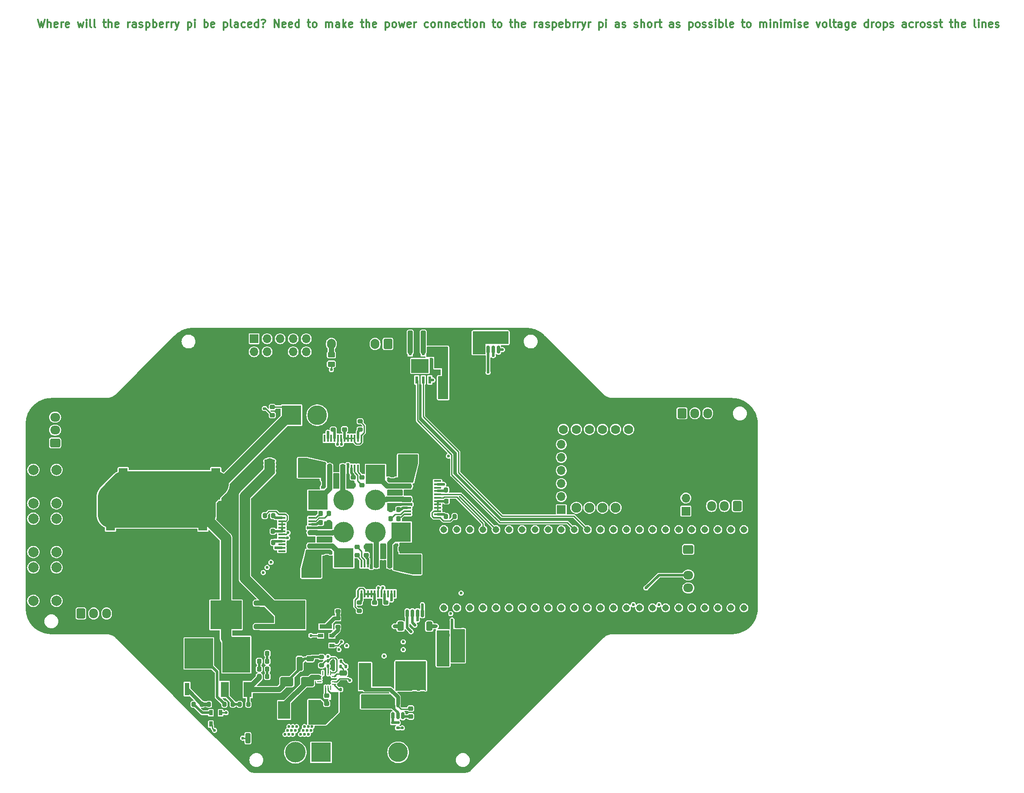
<source format=gbr>
%TF.GenerationSoftware,KiCad,Pcbnew,7.0.8*%
%TF.CreationDate,2023-11-18T19:30:00+11:00*%
%TF.ProjectId,Main 4.3,4d61696e-2034-42e3-932e-6b696361645f,rev?*%
%TF.SameCoordinates,Original*%
%TF.FileFunction,Copper,L1,Top*%
%TF.FilePolarity,Positive*%
%FSLAX46Y46*%
G04 Gerber Fmt 4.6, Leading zero omitted, Abs format (unit mm)*
G04 Created by KiCad (PCBNEW 7.0.8) date 2023-11-18 19:30:00*
%MOMM*%
%LPD*%
G01*
G04 APERTURE LIST*
G04 Aperture macros list*
%AMRoundRect*
0 Rectangle with rounded corners*
0 $1 Rounding radius*
0 $2 $3 $4 $5 $6 $7 $8 $9 X,Y pos of 4 corners*
0 Add a 4 corners polygon primitive as box body*
4,1,4,$2,$3,$4,$5,$6,$7,$8,$9,$2,$3,0*
0 Add four circle primitives for the rounded corners*
1,1,$1+$1,$2,$3*
1,1,$1+$1,$4,$5*
1,1,$1+$1,$6,$7*
1,1,$1+$1,$8,$9*
0 Add four rect primitives between the rounded corners*
20,1,$1+$1,$2,$3,$4,$5,0*
20,1,$1+$1,$4,$5,$6,$7,0*
20,1,$1+$1,$6,$7,$8,$9,0*
20,1,$1+$1,$8,$9,$2,$3,0*%
G04 Aperture macros list end*
%ADD10C,0.300000*%
%TA.AperFunction,NonConductor*%
%ADD11C,0.300000*%
%TD*%
%TA.AperFunction,SMDPad,CuDef*%
%ADD12R,1.796999X6.191199*%
%TD*%
%TA.AperFunction,SMDPad,CuDef*%
%ADD13RoundRect,0.200000X0.275000X-0.200000X0.275000X0.200000X-0.275000X0.200000X-0.275000X-0.200000X0*%
%TD*%
%TA.AperFunction,SMDPad,CuDef*%
%ADD14RoundRect,0.250000X-0.475000X0.250000X-0.475000X-0.250000X0.475000X-0.250000X0.475000X0.250000X0*%
%TD*%
%TA.AperFunction,ComponentPad*%
%ADD15R,3.800000X3.800000*%
%TD*%
%TA.AperFunction,ComponentPad*%
%ADD16C,3.800000*%
%TD*%
%TA.AperFunction,SMDPad,CuDef*%
%ADD17RoundRect,0.225000X-0.250000X0.225000X-0.250000X-0.225000X0.250000X-0.225000X0.250000X0.225000X0*%
%TD*%
%TA.AperFunction,SMDPad,CuDef*%
%ADD18RoundRect,0.250000X0.450000X-0.262500X0.450000X0.262500X-0.450000X0.262500X-0.450000X-0.262500X0*%
%TD*%
%TA.AperFunction,SMDPad,CuDef*%
%ADD19RoundRect,0.250000X1.500000X0.550000X-1.500000X0.550000X-1.500000X-0.550000X1.500000X-0.550000X0*%
%TD*%
%TA.AperFunction,ComponentPad*%
%ADD20R,1.700000X1.700000*%
%TD*%
%TA.AperFunction,ComponentPad*%
%ADD21O,1.700000X1.700000*%
%TD*%
%TA.AperFunction,SMDPad,CuDef*%
%ADD22RoundRect,0.250000X-0.250000X-0.750000X0.250000X-0.750000X0.250000X0.750000X-0.250000X0.750000X0*%
%TD*%
%TA.AperFunction,SMDPad,CuDef*%
%ADD23RoundRect,0.228000X1.092000X0.247000X-1.092000X0.247000X-1.092000X-0.247000X1.092000X-0.247000X0*%
%TD*%
%TA.AperFunction,SMDPad,CuDef*%
%ADD24R,6.090000X5.630000*%
%TD*%
%TA.AperFunction,SMDPad,CuDef*%
%ADD25RoundRect,0.225000X-0.225000X-0.250000X0.225000X-0.250000X0.225000X0.250000X-0.225000X0.250000X0*%
%TD*%
%TA.AperFunction,SMDPad,CuDef*%
%ADD26RoundRect,0.225000X0.225000X0.250000X-0.225000X0.250000X-0.225000X-0.250000X0.225000X-0.250000X0*%
%TD*%
%TA.AperFunction,ComponentPad*%
%ADD27C,2.000000*%
%TD*%
%TA.AperFunction,SMDPad,CuDef*%
%ADD28RoundRect,0.150000X-0.150000X0.512500X-0.150000X-0.512500X0.150000X-0.512500X0.150000X0.512500X0*%
%TD*%
%TA.AperFunction,SMDPad,CuDef*%
%ADD29RoundRect,0.250000X-1.000000X-0.650000X1.000000X-0.650000X1.000000X0.650000X-1.000000X0.650000X0*%
%TD*%
%TA.AperFunction,SMDPad,CuDef*%
%ADD30RoundRect,0.250000X0.325000X1.100000X-0.325000X1.100000X-0.325000X-1.100000X0.325000X-1.100000X0*%
%TD*%
%TA.AperFunction,SMDPad,CuDef*%
%ADD31RoundRect,0.200000X-0.275000X0.200000X-0.275000X-0.200000X0.275000X-0.200000X0.275000X0.200000X0*%
%TD*%
%TA.AperFunction,SMDPad,CuDef*%
%ADD32RoundRect,0.250000X0.475000X-0.250000X0.475000X0.250000X-0.475000X0.250000X-0.475000X-0.250000X0*%
%TD*%
%TA.AperFunction,SMDPad,CuDef*%
%ADD33RoundRect,0.225000X0.250000X-0.225000X0.250000X0.225000X-0.250000X0.225000X-0.250000X-0.225000X0*%
%TD*%
%TA.AperFunction,ComponentPad*%
%ADD34RoundRect,0.250000X-0.600000X-0.725000X0.600000X-0.725000X0.600000X0.725000X-0.600000X0.725000X0*%
%TD*%
%TA.AperFunction,ComponentPad*%
%ADD35O,1.700000X1.950000*%
%TD*%
%TA.AperFunction,SMDPad,CuDef*%
%ADD36RoundRect,0.250000X0.250000X0.475000X-0.250000X0.475000X-0.250000X-0.475000X0.250000X-0.475000X0*%
%TD*%
%TA.AperFunction,SMDPad,CuDef*%
%ADD37RoundRect,0.250000X-0.550000X1.500000X-0.550000X-1.500000X0.550000X-1.500000X0.550000X1.500000X0*%
%TD*%
%TA.AperFunction,ComponentPad*%
%ADD38C,1.778000*%
%TD*%
%TA.AperFunction,ComponentPad*%
%ADD39C,1.930400*%
%TD*%
%TA.AperFunction,SMDPad,CuDef*%
%ADD40RoundRect,0.140000X-0.140000X-0.170000X0.140000X-0.170000X0.140000X0.170000X-0.140000X0.170000X0*%
%TD*%
%TA.AperFunction,SMDPad,CuDef*%
%ADD41RoundRect,0.200000X0.200000X0.275000X-0.200000X0.275000X-0.200000X-0.275000X0.200000X-0.275000X0*%
%TD*%
%TA.AperFunction,SMDPad,CuDef*%
%ADD42RoundRect,0.135000X-0.185000X0.135000X-0.185000X-0.135000X0.185000X-0.135000X0.185000X0.135000X0*%
%TD*%
%TA.AperFunction,SMDPad,CuDef*%
%ADD43RoundRect,0.200000X-0.200000X-0.275000X0.200000X-0.275000X0.200000X0.275000X-0.200000X0.275000X0*%
%TD*%
%TA.AperFunction,SMDPad,CuDef*%
%ADD44R,3.403600X2.717800*%
%TD*%
%TA.AperFunction,SMDPad,CuDef*%
%ADD45R,0.558800X1.460500*%
%TD*%
%TA.AperFunction,SMDPad,CuDef*%
%ADD46RoundRect,0.135000X-0.135000X-0.185000X0.135000X-0.185000X0.135000X0.185000X-0.135000X0.185000X0*%
%TD*%
%TA.AperFunction,ComponentPad*%
%ADD47RoundRect,0.250000X0.725000X-0.600000X0.725000X0.600000X-0.725000X0.600000X-0.725000X-0.600000X0*%
%TD*%
%TA.AperFunction,ComponentPad*%
%ADD48O,1.950000X1.700000*%
%TD*%
%TA.AperFunction,ComponentPad*%
%ADD49RoundRect,0.250000X0.600000X0.725000X-0.600000X0.725000X-0.600000X-0.725000X0.600000X-0.725000X0*%
%TD*%
%TA.AperFunction,SMDPad,CuDef*%
%ADD50R,2.413000X5.283200*%
%TD*%
%TA.AperFunction,SMDPad,CuDef*%
%ADD51R,1.461999X0.354800*%
%TD*%
%TA.AperFunction,SMDPad,CuDef*%
%ADD52R,0.939800X2.489200*%
%TD*%
%TA.AperFunction,SMDPad,CuDef*%
%ADD53R,5.562600X5.918200*%
%TD*%
%TA.AperFunction,SMDPad,CuDef*%
%ADD54R,5.283200X2.413000*%
%TD*%
%TA.AperFunction,SMDPad,CuDef*%
%ADD55R,0.354800X1.461999*%
%TD*%
%TA.AperFunction,ComponentPad*%
%ADD56C,4.000000*%
%TD*%
%TA.AperFunction,SMDPad,CuDef*%
%ADD57RoundRect,0.150000X-0.150000X-0.625000X0.150000X-0.625000X0.150000X0.625000X-0.150000X0.625000X0*%
%TD*%
%TA.AperFunction,SMDPad,CuDef*%
%ADD58RoundRect,0.250000X-0.350000X-0.650000X0.350000X-0.650000X0.350000X0.650000X-0.350000X0.650000X0*%
%TD*%
%TA.AperFunction,SMDPad,CuDef*%
%ADD59R,0.700000X1.000000*%
%TD*%
%TA.AperFunction,SMDPad,CuDef*%
%ADD60R,2.350000X3.500000*%
%TD*%
%TA.AperFunction,SMDPad,CuDef*%
%ADD61RoundRect,0.250000X0.550000X-1.500000X0.550000X1.500000X-0.550000X1.500000X-0.550000X-1.500000X0*%
%TD*%
%TA.AperFunction,SMDPad,CuDef*%
%ADD62R,1.600200X2.997200*%
%TD*%
%TA.AperFunction,SMDPad,CuDef*%
%ADD63R,5.451600X7.000000*%
%TD*%
%TA.AperFunction,SMDPad,CuDef*%
%ADD64R,1.000000X0.700000*%
%TD*%
%TA.AperFunction,SMDPad,CuDef*%
%ADD65R,2.489200X0.939800*%
%TD*%
%TA.AperFunction,SMDPad,CuDef*%
%ADD66R,5.918200X5.562600*%
%TD*%
%TA.AperFunction,SMDPad,CuDef*%
%ADD67RoundRect,0.150000X0.150000X0.625000X-0.150000X0.625000X-0.150000X-0.625000X0.150000X-0.625000X0*%
%TD*%
%TA.AperFunction,SMDPad,CuDef*%
%ADD68RoundRect,0.250000X0.350000X0.650000X-0.350000X0.650000X-0.350000X-0.650000X0.350000X-0.650000X0*%
%TD*%
%TA.AperFunction,ComponentPad*%
%ADD69C,1.308000*%
%TD*%
%TA.AperFunction,SMDPad,CuDef*%
%ADD70RoundRect,0.218750X0.256250X-0.218750X0.256250X0.218750X-0.256250X0.218750X-0.256250X-0.218750X0*%
%TD*%
%TA.AperFunction,SMDPad,CuDef*%
%ADD71R,2.413000X5.334000*%
%TD*%
%TA.AperFunction,SMDPad,CuDef*%
%ADD72RoundRect,0.118800X-0.376200X1.776200X-0.376200X-1.776200X0.376200X-1.776200X0.376200X1.776200X0*%
%TD*%
%TA.AperFunction,SMDPad,CuDef*%
%ADD73R,10.840000X7.620000*%
%TD*%
%TA.AperFunction,SMDPad,CuDef*%
%ADD74RoundRect,0.135000X0.185000X-0.135000X0.185000X0.135000X-0.185000X0.135000X-0.185000X-0.135000X0*%
%TD*%
%TA.AperFunction,SMDPad,CuDef*%
%ADD75RoundRect,0.250000X-0.250000X-0.475000X0.250000X-0.475000X0.250000X0.475000X-0.250000X0.475000X0*%
%TD*%
%TA.AperFunction,SMDPad,CuDef*%
%ADD76R,1.600000X1.600000*%
%TD*%
%TA.AperFunction,SMDPad,CuDef*%
%ADD77RoundRect,0.062500X0.375000X-0.062500X0.375000X0.062500X-0.375000X0.062500X-0.375000X-0.062500X0*%
%TD*%
%TA.AperFunction,SMDPad,CuDef*%
%ADD78RoundRect,0.062500X0.062500X-0.375000X0.062500X0.375000X-0.062500X0.375000X-0.062500X-0.375000X0*%
%TD*%
%TA.AperFunction,SMDPad,CuDef*%
%ADD79RoundRect,0.250000X-1.500000X-0.550000X1.500000X-0.550000X1.500000X0.550000X-1.500000X0.550000X0*%
%TD*%
%TA.AperFunction,ComponentPad*%
%ADD80RoundRect,0.250000X0.600000X0.750000X-0.600000X0.750000X-0.600000X-0.750000X0.600000X-0.750000X0*%
%TD*%
%TA.AperFunction,ComponentPad*%
%ADD81O,1.700000X2.000000*%
%TD*%
%TA.AperFunction,ComponentPad*%
%ADD82RoundRect,0.250000X-0.725000X0.600000X-0.725000X-0.600000X0.725000X-0.600000X0.725000X0.600000X0*%
%TD*%
%TA.AperFunction,ViaPad*%
%ADD83C,0.600000*%
%TD*%
%TA.AperFunction,Conductor*%
%ADD84C,0.400000*%
%TD*%
%TA.AperFunction,Conductor*%
%ADD85C,0.250000*%
%TD*%
%TA.AperFunction,Conductor*%
%ADD86C,0.750000*%
%TD*%
%TA.AperFunction,Conductor*%
%ADD87C,1.000000*%
%TD*%
%TA.AperFunction,Conductor*%
%ADD88C,0.500000*%
%TD*%
%TA.AperFunction,Conductor*%
%ADD89C,2.000000*%
%TD*%
%TA.AperFunction,Conductor*%
%ADD90C,5.000000*%
%TD*%
G04 APERTURE END LIST*
D10*
D11*
X87411653Y-53300828D02*
X87768796Y-54800828D01*
X87768796Y-54800828D02*
X88054510Y-53729400D01*
X88054510Y-53729400D02*
X88340225Y-54800828D01*
X88340225Y-54800828D02*
X88697368Y-53300828D01*
X89268796Y-54800828D02*
X89268796Y-53300828D01*
X89911654Y-54800828D02*
X89911654Y-54015114D01*
X89911654Y-54015114D02*
X89840225Y-53872257D01*
X89840225Y-53872257D02*
X89697368Y-53800828D01*
X89697368Y-53800828D02*
X89483082Y-53800828D01*
X89483082Y-53800828D02*
X89340225Y-53872257D01*
X89340225Y-53872257D02*
X89268796Y-53943685D01*
X91197368Y-54729400D02*
X91054511Y-54800828D01*
X91054511Y-54800828D02*
X90768797Y-54800828D01*
X90768797Y-54800828D02*
X90625939Y-54729400D01*
X90625939Y-54729400D02*
X90554511Y-54586542D01*
X90554511Y-54586542D02*
X90554511Y-54015114D01*
X90554511Y-54015114D02*
X90625939Y-53872257D01*
X90625939Y-53872257D02*
X90768797Y-53800828D01*
X90768797Y-53800828D02*
X91054511Y-53800828D01*
X91054511Y-53800828D02*
X91197368Y-53872257D01*
X91197368Y-53872257D02*
X91268797Y-54015114D01*
X91268797Y-54015114D02*
X91268797Y-54157971D01*
X91268797Y-54157971D02*
X90554511Y-54300828D01*
X91911653Y-54800828D02*
X91911653Y-53800828D01*
X91911653Y-54086542D02*
X91983082Y-53943685D01*
X91983082Y-53943685D02*
X92054511Y-53872257D01*
X92054511Y-53872257D02*
X92197368Y-53800828D01*
X92197368Y-53800828D02*
X92340225Y-53800828D01*
X93411653Y-54729400D02*
X93268796Y-54800828D01*
X93268796Y-54800828D02*
X92983082Y-54800828D01*
X92983082Y-54800828D02*
X92840224Y-54729400D01*
X92840224Y-54729400D02*
X92768796Y-54586542D01*
X92768796Y-54586542D02*
X92768796Y-54015114D01*
X92768796Y-54015114D02*
X92840224Y-53872257D01*
X92840224Y-53872257D02*
X92983082Y-53800828D01*
X92983082Y-53800828D02*
X93268796Y-53800828D01*
X93268796Y-53800828D02*
X93411653Y-53872257D01*
X93411653Y-53872257D02*
X93483082Y-54015114D01*
X93483082Y-54015114D02*
X93483082Y-54157971D01*
X93483082Y-54157971D02*
X92768796Y-54300828D01*
X95125938Y-53800828D02*
X95411653Y-54800828D01*
X95411653Y-54800828D02*
X95697367Y-54086542D01*
X95697367Y-54086542D02*
X95983081Y-54800828D01*
X95983081Y-54800828D02*
X96268795Y-53800828D01*
X96840224Y-54800828D02*
X96840224Y-53800828D01*
X96840224Y-53300828D02*
X96768796Y-53372257D01*
X96768796Y-53372257D02*
X96840224Y-53443685D01*
X96840224Y-53443685D02*
X96911653Y-53372257D01*
X96911653Y-53372257D02*
X96840224Y-53300828D01*
X96840224Y-53300828D02*
X96840224Y-53443685D01*
X97768796Y-54800828D02*
X97625939Y-54729400D01*
X97625939Y-54729400D02*
X97554510Y-54586542D01*
X97554510Y-54586542D02*
X97554510Y-53300828D01*
X98554510Y-54800828D02*
X98411653Y-54729400D01*
X98411653Y-54729400D02*
X98340224Y-54586542D01*
X98340224Y-54586542D02*
X98340224Y-53300828D01*
X100054510Y-53800828D02*
X100625938Y-53800828D01*
X100268795Y-53300828D02*
X100268795Y-54586542D01*
X100268795Y-54586542D02*
X100340224Y-54729400D01*
X100340224Y-54729400D02*
X100483081Y-54800828D01*
X100483081Y-54800828D02*
X100625938Y-54800828D01*
X101125938Y-54800828D02*
X101125938Y-53300828D01*
X101768796Y-54800828D02*
X101768796Y-54015114D01*
X101768796Y-54015114D02*
X101697367Y-53872257D01*
X101697367Y-53872257D02*
X101554510Y-53800828D01*
X101554510Y-53800828D02*
X101340224Y-53800828D01*
X101340224Y-53800828D02*
X101197367Y-53872257D01*
X101197367Y-53872257D02*
X101125938Y-53943685D01*
X103054510Y-54729400D02*
X102911653Y-54800828D01*
X102911653Y-54800828D02*
X102625939Y-54800828D01*
X102625939Y-54800828D02*
X102483081Y-54729400D01*
X102483081Y-54729400D02*
X102411653Y-54586542D01*
X102411653Y-54586542D02*
X102411653Y-54015114D01*
X102411653Y-54015114D02*
X102483081Y-53872257D01*
X102483081Y-53872257D02*
X102625939Y-53800828D01*
X102625939Y-53800828D02*
X102911653Y-53800828D01*
X102911653Y-53800828D02*
X103054510Y-53872257D01*
X103054510Y-53872257D02*
X103125939Y-54015114D01*
X103125939Y-54015114D02*
X103125939Y-54157971D01*
X103125939Y-54157971D02*
X102411653Y-54300828D01*
X104911652Y-54800828D02*
X104911652Y-53800828D01*
X104911652Y-54086542D02*
X104983081Y-53943685D01*
X104983081Y-53943685D02*
X105054510Y-53872257D01*
X105054510Y-53872257D02*
X105197367Y-53800828D01*
X105197367Y-53800828D02*
X105340224Y-53800828D01*
X106483081Y-54800828D02*
X106483081Y-54015114D01*
X106483081Y-54015114D02*
X106411652Y-53872257D01*
X106411652Y-53872257D02*
X106268795Y-53800828D01*
X106268795Y-53800828D02*
X105983081Y-53800828D01*
X105983081Y-53800828D02*
X105840223Y-53872257D01*
X106483081Y-54729400D02*
X106340223Y-54800828D01*
X106340223Y-54800828D02*
X105983081Y-54800828D01*
X105983081Y-54800828D02*
X105840223Y-54729400D01*
X105840223Y-54729400D02*
X105768795Y-54586542D01*
X105768795Y-54586542D02*
X105768795Y-54443685D01*
X105768795Y-54443685D02*
X105840223Y-54300828D01*
X105840223Y-54300828D02*
X105983081Y-54229400D01*
X105983081Y-54229400D02*
X106340223Y-54229400D01*
X106340223Y-54229400D02*
X106483081Y-54157971D01*
X107125938Y-54729400D02*
X107268795Y-54800828D01*
X107268795Y-54800828D02*
X107554509Y-54800828D01*
X107554509Y-54800828D02*
X107697366Y-54729400D01*
X107697366Y-54729400D02*
X107768795Y-54586542D01*
X107768795Y-54586542D02*
X107768795Y-54515114D01*
X107768795Y-54515114D02*
X107697366Y-54372257D01*
X107697366Y-54372257D02*
X107554509Y-54300828D01*
X107554509Y-54300828D02*
X107340224Y-54300828D01*
X107340224Y-54300828D02*
X107197366Y-54229400D01*
X107197366Y-54229400D02*
X107125938Y-54086542D01*
X107125938Y-54086542D02*
X107125938Y-54015114D01*
X107125938Y-54015114D02*
X107197366Y-53872257D01*
X107197366Y-53872257D02*
X107340224Y-53800828D01*
X107340224Y-53800828D02*
X107554509Y-53800828D01*
X107554509Y-53800828D02*
X107697366Y-53872257D01*
X108411652Y-53800828D02*
X108411652Y-55300828D01*
X108411652Y-53872257D02*
X108554510Y-53800828D01*
X108554510Y-53800828D02*
X108840224Y-53800828D01*
X108840224Y-53800828D02*
X108983081Y-53872257D01*
X108983081Y-53872257D02*
X109054510Y-53943685D01*
X109054510Y-53943685D02*
X109125938Y-54086542D01*
X109125938Y-54086542D02*
X109125938Y-54515114D01*
X109125938Y-54515114D02*
X109054510Y-54657971D01*
X109054510Y-54657971D02*
X108983081Y-54729400D01*
X108983081Y-54729400D02*
X108840224Y-54800828D01*
X108840224Y-54800828D02*
X108554510Y-54800828D01*
X108554510Y-54800828D02*
X108411652Y-54729400D01*
X109768795Y-54800828D02*
X109768795Y-53300828D01*
X109768795Y-53872257D02*
X109911653Y-53800828D01*
X109911653Y-53800828D02*
X110197367Y-53800828D01*
X110197367Y-53800828D02*
X110340224Y-53872257D01*
X110340224Y-53872257D02*
X110411653Y-53943685D01*
X110411653Y-53943685D02*
X110483081Y-54086542D01*
X110483081Y-54086542D02*
X110483081Y-54515114D01*
X110483081Y-54515114D02*
X110411653Y-54657971D01*
X110411653Y-54657971D02*
X110340224Y-54729400D01*
X110340224Y-54729400D02*
X110197367Y-54800828D01*
X110197367Y-54800828D02*
X109911653Y-54800828D01*
X109911653Y-54800828D02*
X109768795Y-54729400D01*
X111697367Y-54729400D02*
X111554510Y-54800828D01*
X111554510Y-54800828D02*
X111268796Y-54800828D01*
X111268796Y-54800828D02*
X111125938Y-54729400D01*
X111125938Y-54729400D02*
X111054510Y-54586542D01*
X111054510Y-54586542D02*
X111054510Y-54015114D01*
X111054510Y-54015114D02*
X111125938Y-53872257D01*
X111125938Y-53872257D02*
X111268796Y-53800828D01*
X111268796Y-53800828D02*
X111554510Y-53800828D01*
X111554510Y-53800828D02*
X111697367Y-53872257D01*
X111697367Y-53872257D02*
X111768796Y-54015114D01*
X111768796Y-54015114D02*
X111768796Y-54157971D01*
X111768796Y-54157971D02*
X111054510Y-54300828D01*
X112411652Y-54800828D02*
X112411652Y-53800828D01*
X112411652Y-54086542D02*
X112483081Y-53943685D01*
X112483081Y-53943685D02*
X112554510Y-53872257D01*
X112554510Y-53872257D02*
X112697367Y-53800828D01*
X112697367Y-53800828D02*
X112840224Y-53800828D01*
X113340223Y-54800828D02*
X113340223Y-53800828D01*
X113340223Y-54086542D02*
X113411652Y-53943685D01*
X113411652Y-53943685D02*
X113483081Y-53872257D01*
X113483081Y-53872257D02*
X113625938Y-53800828D01*
X113625938Y-53800828D02*
X113768795Y-53800828D01*
X114125937Y-53800828D02*
X114483080Y-54800828D01*
X114840223Y-53800828D02*
X114483080Y-54800828D01*
X114483080Y-54800828D02*
X114340223Y-55157971D01*
X114340223Y-55157971D02*
X114268794Y-55229400D01*
X114268794Y-55229400D02*
X114125937Y-55300828D01*
X116554508Y-53800828D02*
X116554508Y-55300828D01*
X116554508Y-53872257D02*
X116697366Y-53800828D01*
X116697366Y-53800828D02*
X116983080Y-53800828D01*
X116983080Y-53800828D02*
X117125937Y-53872257D01*
X117125937Y-53872257D02*
X117197366Y-53943685D01*
X117197366Y-53943685D02*
X117268794Y-54086542D01*
X117268794Y-54086542D02*
X117268794Y-54515114D01*
X117268794Y-54515114D02*
X117197366Y-54657971D01*
X117197366Y-54657971D02*
X117125937Y-54729400D01*
X117125937Y-54729400D02*
X116983080Y-54800828D01*
X116983080Y-54800828D02*
X116697366Y-54800828D01*
X116697366Y-54800828D02*
X116554508Y-54729400D01*
X117911651Y-54800828D02*
X117911651Y-53800828D01*
X117911651Y-53300828D02*
X117840223Y-53372257D01*
X117840223Y-53372257D02*
X117911651Y-53443685D01*
X117911651Y-53443685D02*
X117983080Y-53372257D01*
X117983080Y-53372257D02*
X117911651Y-53300828D01*
X117911651Y-53300828D02*
X117911651Y-53443685D01*
X119768794Y-54800828D02*
X119768794Y-53300828D01*
X119768794Y-53872257D02*
X119911652Y-53800828D01*
X119911652Y-53800828D02*
X120197366Y-53800828D01*
X120197366Y-53800828D02*
X120340223Y-53872257D01*
X120340223Y-53872257D02*
X120411652Y-53943685D01*
X120411652Y-53943685D02*
X120483080Y-54086542D01*
X120483080Y-54086542D02*
X120483080Y-54515114D01*
X120483080Y-54515114D02*
X120411652Y-54657971D01*
X120411652Y-54657971D02*
X120340223Y-54729400D01*
X120340223Y-54729400D02*
X120197366Y-54800828D01*
X120197366Y-54800828D02*
X119911652Y-54800828D01*
X119911652Y-54800828D02*
X119768794Y-54729400D01*
X121697366Y-54729400D02*
X121554509Y-54800828D01*
X121554509Y-54800828D02*
X121268795Y-54800828D01*
X121268795Y-54800828D02*
X121125937Y-54729400D01*
X121125937Y-54729400D02*
X121054509Y-54586542D01*
X121054509Y-54586542D02*
X121054509Y-54015114D01*
X121054509Y-54015114D02*
X121125937Y-53872257D01*
X121125937Y-53872257D02*
X121268795Y-53800828D01*
X121268795Y-53800828D02*
X121554509Y-53800828D01*
X121554509Y-53800828D02*
X121697366Y-53872257D01*
X121697366Y-53872257D02*
X121768795Y-54015114D01*
X121768795Y-54015114D02*
X121768795Y-54157971D01*
X121768795Y-54157971D02*
X121054509Y-54300828D01*
X123554508Y-53800828D02*
X123554508Y-55300828D01*
X123554508Y-53872257D02*
X123697366Y-53800828D01*
X123697366Y-53800828D02*
X123983080Y-53800828D01*
X123983080Y-53800828D02*
X124125937Y-53872257D01*
X124125937Y-53872257D02*
X124197366Y-53943685D01*
X124197366Y-53943685D02*
X124268794Y-54086542D01*
X124268794Y-54086542D02*
X124268794Y-54515114D01*
X124268794Y-54515114D02*
X124197366Y-54657971D01*
X124197366Y-54657971D02*
X124125937Y-54729400D01*
X124125937Y-54729400D02*
X123983080Y-54800828D01*
X123983080Y-54800828D02*
X123697366Y-54800828D01*
X123697366Y-54800828D02*
X123554508Y-54729400D01*
X125125937Y-54800828D02*
X124983080Y-54729400D01*
X124983080Y-54729400D02*
X124911651Y-54586542D01*
X124911651Y-54586542D02*
X124911651Y-53300828D01*
X126340223Y-54800828D02*
X126340223Y-54015114D01*
X126340223Y-54015114D02*
X126268794Y-53872257D01*
X126268794Y-53872257D02*
X126125937Y-53800828D01*
X126125937Y-53800828D02*
X125840223Y-53800828D01*
X125840223Y-53800828D02*
X125697365Y-53872257D01*
X126340223Y-54729400D02*
X126197365Y-54800828D01*
X126197365Y-54800828D02*
X125840223Y-54800828D01*
X125840223Y-54800828D02*
X125697365Y-54729400D01*
X125697365Y-54729400D02*
X125625937Y-54586542D01*
X125625937Y-54586542D02*
X125625937Y-54443685D01*
X125625937Y-54443685D02*
X125697365Y-54300828D01*
X125697365Y-54300828D02*
X125840223Y-54229400D01*
X125840223Y-54229400D02*
X126197365Y-54229400D01*
X126197365Y-54229400D02*
X126340223Y-54157971D01*
X127697366Y-54729400D02*
X127554508Y-54800828D01*
X127554508Y-54800828D02*
X127268794Y-54800828D01*
X127268794Y-54800828D02*
X127125937Y-54729400D01*
X127125937Y-54729400D02*
X127054508Y-54657971D01*
X127054508Y-54657971D02*
X126983080Y-54515114D01*
X126983080Y-54515114D02*
X126983080Y-54086542D01*
X126983080Y-54086542D02*
X127054508Y-53943685D01*
X127054508Y-53943685D02*
X127125937Y-53872257D01*
X127125937Y-53872257D02*
X127268794Y-53800828D01*
X127268794Y-53800828D02*
X127554508Y-53800828D01*
X127554508Y-53800828D02*
X127697366Y-53872257D01*
X128911651Y-54729400D02*
X128768794Y-54800828D01*
X128768794Y-54800828D02*
X128483080Y-54800828D01*
X128483080Y-54800828D02*
X128340222Y-54729400D01*
X128340222Y-54729400D02*
X128268794Y-54586542D01*
X128268794Y-54586542D02*
X128268794Y-54015114D01*
X128268794Y-54015114D02*
X128340222Y-53872257D01*
X128340222Y-53872257D02*
X128483080Y-53800828D01*
X128483080Y-53800828D02*
X128768794Y-53800828D01*
X128768794Y-53800828D02*
X128911651Y-53872257D01*
X128911651Y-53872257D02*
X128983080Y-54015114D01*
X128983080Y-54015114D02*
X128983080Y-54157971D01*
X128983080Y-54157971D02*
X128268794Y-54300828D01*
X130268794Y-54800828D02*
X130268794Y-53300828D01*
X130268794Y-54729400D02*
X130125936Y-54800828D01*
X130125936Y-54800828D02*
X129840222Y-54800828D01*
X129840222Y-54800828D02*
X129697365Y-54729400D01*
X129697365Y-54729400D02*
X129625936Y-54657971D01*
X129625936Y-54657971D02*
X129554508Y-54515114D01*
X129554508Y-54515114D02*
X129554508Y-54086542D01*
X129554508Y-54086542D02*
X129625936Y-53943685D01*
X129625936Y-53943685D02*
X129697365Y-53872257D01*
X129697365Y-53872257D02*
X129840222Y-53800828D01*
X129840222Y-53800828D02*
X130125936Y-53800828D01*
X130125936Y-53800828D02*
X130268794Y-53872257D01*
X131197365Y-54657971D02*
X131268794Y-54729400D01*
X131268794Y-54729400D02*
X131197365Y-54800828D01*
X131197365Y-54800828D02*
X131125937Y-54729400D01*
X131125937Y-54729400D02*
X131197365Y-54657971D01*
X131197365Y-54657971D02*
X131197365Y-54800828D01*
X130911651Y-53372257D02*
X131054508Y-53300828D01*
X131054508Y-53300828D02*
X131411651Y-53300828D01*
X131411651Y-53300828D02*
X131554508Y-53372257D01*
X131554508Y-53372257D02*
X131625937Y-53515114D01*
X131625937Y-53515114D02*
X131625937Y-53657971D01*
X131625937Y-53657971D02*
X131554508Y-53800828D01*
X131554508Y-53800828D02*
X131483079Y-53872257D01*
X131483079Y-53872257D02*
X131340222Y-53943685D01*
X131340222Y-53943685D02*
X131268794Y-54015114D01*
X131268794Y-54015114D02*
X131197365Y-54157971D01*
X131197365Y-54157971D02*
X131197365Y-54229400D01*
X133411650Y-54800828D02*
X133411650Y-53300828D01*
X133411650Y-53300828D02*
X134268793Y-54800828D01*
X134268793Y-54800828D02*
X134268793Y-53300828D01*
X135554508Y-54729400D02*
X135411651Y-54800828D01*
X135411651Y-54800828D02*
X135125937Y-54800828D01*
X135125937Y-54800828D02*
X134983079Y-54729400D01*
X134983079Y-54729400D02*
X134911651Y-54586542D01*
X134911651Y-54586542D02*
X134911651Y-54015114D01*
X134911651Y-54015114D02*
X134983079Y-53872257D01*
X134983079Y-53872257D02*
X135125937Y-53800828D01*
X135125937Y-53800828D02*
X135411651Y-53800828D01*
X135411651Y-53800828D02*
X135554508Y-53872257D01*
X135554508Y-53872257D02*
X135625937Y-54015114D01*
X135625937Y-54015114D02*
X135625937Y-54157971D01*
X135625937Y-54157971D02*
X134911651Y-54300828D01*
X136840222Y-54729400D02*
X136697365Y-54800828D01*
X136697365Y-54800828D02*
X136411651Y-54800828D01*
X136411651Y-54800828D02*
X136268793Y-54729400D01*
X136268793Y-54729400D02*
X136197365Y-54586542D01*
X136197365Y-54586542D02*
X136197365Y-54015114D01*
X136197365Y-54015114D02*
X136268793Y-53872257D01*
X136268793Y-53872257D02*
X136411651Y-53800828D01*
X136411651Y-53800828D02*
X136697365Y-53800828D01*
X136697365Y-53800828D02*
X136840222Y-53872257D01*
X136840222Y-53872257D02*
X136911651Y-54015114D01*
X136911651Y-54015114D02*
X136911651Y-54157971D01*
X136911651Y-54157971D02*
X136197365Y-54300828D01*
X138197365Y-54800828D02*
X138197365Y-53300828D01*
X138197365Y-54729400D02*
X138054507Y-54800828D01*
X138054507Y-54800828D02*
X137768793Y-54800828D01*
X137768793Y-54800828D02*
X137625936Y-54729400D01*
X137625936Y-54729400D02*
X137554507Y-54657971D01*
X137554507Y-54657971D02*
X137483079Y-54515114D01*
X137483079Y-54515114D02*
X137483079Y-54086542D01*
X137483079Y-54086542D02*
X137554507Y-53943685D01*
X137554507Y-53943685D02*
X137625936Y-53872257D01*
X137625936Y-53872257D02*
X137768793Y-53800828D01*
X137768793Y-53800828D02*
X138054507Y-53800828D01*
X138054507Y-53800828D02*
X138197365Y-53872257D01*
X139840222Y-53800828D02*
X140411650Y-53800828D01*
X140054507Y-53300828D02*
X140054507Y-54586542D01*
X140054507Y-54586542D02*
X140125936Y-54729400D01*
X140125936Y-54729400D02*
X140268793Y-54800828D01*
X140268793Y-54800828D02*
X140411650Y-54800828D01*
X141125936Y-54800828D02*
X140983079Y-54729400D01*
X140983079Y-54729400D02*
X140911650Y-54657971D01*
X140911650Y-54657971D02*
X140840222Y-54515114D01*
X140840222Y-54515114D02*
X140840222Y-54086542D01*
X140840222Y-54086542D02*
X140911650Y-53943685D01*
X140911650Y-53943685D02*
X140983079Y-53872257D01*
X140983079Y-53872257D02*
X141125936Y-53800828D01*
X141125936Y-53800828D02*
X141340222Y-53800828D01*
X141340222Y-53800828D02*
X141483079Y-53872257D01*
X141483079Y-53872257D02*
X141554508Y-53943685D01*
X141554508Y-53943685D02*
X141625936Y-54086542D01*
X141625936Y-54086542D02*
X141625936Y-54515114D01*
X141625936Y-54515114D02*
X141554508Y-54657971D01*
X141554508Y-54657971D02*
X141483079Y-54729400D01*
X141483079Y-54729400D02*
X141340222Y-54800828D01*
X141340222Y-54800828D02*
X141125936Y-54800828D01*
X143411650Y-54800828D02*
X143411650Y-53800828D01*
X143411650Y-53943685D02*
X143483079Y-53872257D01*
X143483079Y-53872257D02*
X143625936Y-53800828D01*
X143625936Y-53800828D02*
X143840222Y-53800828D01*
X143840222Y-53800828D02*
X143983079Y-53872257D01*
X143983079Y-53872257D02*
X144054508Y-54015114D01*
X144054508Y-54015114D02*
X144054508Y-54800828D01*
X144054508Y-54015114D02*
X144125936Y-53872257D01*
X144125936Y-53872257D02*
X144268793Y-53800828D01*
X144268793Y-53800828D02*
X144483079Y-53800828D01*
X144483079Y-53800828D02*
X144625936Y-53872257D01*
X144625936Y-53872257D02*
X144697365Y-54015114D01*
X144697365Y-54015114D02*
X144697365Y-54800828D01*
X146054508Y-54800828D02*
X146054508Y-54015114D01*
X146054508Y-54015114D02*
X145983079Y-53872257D01*
X145983079Y-53872257D02*
X145840222Y-53800828D01*
X145840222Y-53800828D02*
X145554508Y-53800828D01*
X145554508Y-53800828D02*
X145411650Y-53872257D01*
X146054508Y-54729400D02*
X145911650Y-54800828D01*
X145911650Y-54800828D02*
X145554508Y-54800828D01*
X145554508Y-54800828D02*
X145411650Y-54729400D01*
X145411650Y-54729400D02*
X145340222Y-54586542D01*
X145340222Y-54586542D02*
X145340222Y-54443685D01*
X145340222Y-54443685D02*
X145411650Y-54300828D01*
X145411650Y-54300828D02*
X145554508Y-54229400D01*
X145554508Y-54229400D02*
X145911650Y-54229400D01*
X145911650Y-54229400D02*
X146054508Y-54157971D01*
X146768793Y-54800828D02*
X146768793Y-53300828D01*
X146911651Y-54229400D02*
X147340222Y-54800828D01*
X147340222Y-53800828D02*
X146768793Y-54372257D01*
X148554508Y-54729400D02*
X148411651Y-54800828D01*
X148411651Y-54800828D02*
X148125937Y-54800828D01*
X148125937Y-54800828D02*
X147983079Y-54729400D01*
X147983079Y-54729400D02*
X147911651Y-54586542D01*
X147911651Y-54586542D02*
X147911651Y-54015114D01*
X147911651Y-54015114D02*
X147983079Y-53872257D01*
X147983079Y-53872257D02*
X148125937Y-53800828D01*
X148125937Y-53800828D02*
X148411651Y-53800828D01*
X148411651Y-53800828D02*
X148554508Y-53872257D01*
X148554508Y-53872257D02*
X148625937Y-54015114D01*
X148625937Y-54015114D02*
X148625937Y-54157971D01*
X148625937Y-54157971D02*
X147911651Y-54300828D01*
X150197365Y-53800828D02*
X150768793Y-53800828D01*
X150411650Y-53300828D02*
X150411650Y-54586542D01*
X150411650Y-54586542D02*
X150483079Y-54729400D01*
X150483079Y-54729400D02*
X150625936Y-54800828D01*
X150625936Y-54800828D02*
X150768793Y-54800828D01*
X151268793Y-54800828D02*
X151268793Y-53300828D01*
X151911651Y-54800828D02*
X151911651Y-54015114D01*
X151911651Y-54015114D02*
X151840222Y-53872257D01*
X151840222Y-53872257D02*
X151697365Y-53800828D01*
X151697365Y-53800828D02*
X151483079Y-53800828D01*
X151483079Y-53800828D02*
X151340222Y-53872257D01*
X151340222Y-53872257D02*
X151268793Y-53943685D01*
X153197365Y-54729400D02*
X153054508Y-54800828D01*
X153054508Y-54800828D02*
X152768794Y-54800828D01*
X152768794Y-54800828D02*
X152625936Y-54729400D01*
X152625936Y-54729400D02*
X152554508Y-54586542D01*
X152554508Y-54586542D02*
X152554508Y-54015114D01*
X152554508Y-54015114D02*
X152625936Y-53872257D01*
X152625936Y-53872257D02*
X152768794Y-53800828D01*
X152768794Y-53800828D02*
X153054508Y-53800828D01*
X153054508Y-53800828D02*
X153197365Y-53872257D01*
X153197365Y-53872257D02*
X153268794Y-54015114D01*
X153268794Y-54015114D02*
X153268794Y-54157971D01*
X153268794Y-54157971D02*
X152554508Y-54300828D01*
X155054507Y-53800828D02*
X155054507Y-55300828D01*
X155054507Y-53872257D02*
X155197365Y-53800828D01*
X155197365Y-53800828D02*
X155483079Y-53800828D01*
X155483079Y-53800828D02*
X155625936Y-53872257D01*
X155625936Y-53872257D02*
X155697365Y-53943685D01*
X155697365Y-53943685D02*
X155768793Y-54086542D01*
X155768793Y-54086542D02*
X155768793Y-54515114D01*
X155768793Y-54515114D02*
X155697365Y-54657971D01*
X155697365Y-54657971D02*
X155625936Y-54729400D01*
X155625936Y-54729400D02*
X155483079Y-54800828D01*
X155483079Y-54800828D02*
X155197365Y-54800828D01*
X155197365Y-54800828D02*
X155054507Y-54729400D01*
X156625936Y-54800828D02*
X156483079Y-54729400D01*
X156483079Y-54729400D02*
X156411650Y-54657971D01*
X156411650Y-54657971D02*
X156340222Y-54515114D01*
X156340222Y-54515114D02*
X156340222Y-54086542D01*
X156340222Y-54086542D02*
X156411650Y-53943685D01*
X156411650Y-53943685D02*
X156483079Y-53872257D01*
X156483079Y-53872257D02*
X156625936Y-53800828D01*
X156625936Y-53800828D02*
X156840222Y-53800828D01*
X156840222Y-53800828D02*
X156983079Y-53872257D01*
X156983079Y-53872257D02*
X157054508Y-53943685D01*
X157054508Y-53943685D02*
X157125936Y-54086542D01*
X157125936Y-54086542D02*
X157125936Y-54515114D01*
X157125936Y-54515114D02*
X157054508Y-54657971D01*
X157054508Y-54657971D02*
X156983079Y-54729400D01*
X156983079Y-54729400D02*
X156840222Y-54800828D01*
X156840222Y-54800828D02*
X156625936Y-54800828D01*
X157625936Y-53800828D02*
X157911651Y-54800828D01*
X157911651Y-54800828D02*
X158197365Y-54086542D01*
X158197365Y-54086542D02*
X158483079Y-54800828D01*
X158483079Y-54800828D02*
X158768793Y-53800828D01*
X159911651Y-54729400D02*
X159768794Y-54800828D01*
X159768794Y-54800828D02*
X159483080Y-54800828D01*
X159483080Y-54800828D02*
X159340222Y-54729400D01*
X159340222Y-54729400D02*
X159268794Y-54586542D01*
X159268794Y-54586542D02*
X159268794Y-54015114D01*
X159268794Y-54015114D02*
X159340222Y-53872257D01*
X159340222Y-53872257D02*
X159483080Y-53800828D01*
X159483080Y-53800828D02*
X159768794Y-53800828D01*
X159768794Y-53800828D02*
X159911651Y-53872257D01*
X159911651Y-53872257D02*
X159983080Y-54015114D01*
X159983080Y-54015114D02*
X159983080Y-54157971D01*
X159983080Y-54157971D02*
X159268794Y-54300828D01*
X160625936Y-54800828D02*
X160625936Y-53800828D01*
X160625936Y-54086542D02*
X160697365Y-53943685D01*
X160697365Y-53943685D02*
X160768794Y-53872257D01*
X160768794Y-53872257D02*
X160911651Y-53800828D01*
X160911651Y-53800828D02*
X161054508Y-53800828D01*
X163340222Y-54729400D02*
X163197364Y-54800828D01*
X163197364Y-54800828D02*
X162911650Y-54800828D01*
X162911650Y-54800828D02*
X162768793Y-54729400D01*
X162768793Y-54729400D02*
X162697364Y-54657971D01*
X162697364Y-54657971D02*
X162625936Y-54515114D01*
X162625936Y-54515114D02*
X162625936Y-54086542D01*
X162625936Y-54086542D02*
X162697364Y-53943685D01*
X162697364Y-53943685D02*
X162768793Y-53872257D01*
X162768793Y-53872257D02*
X162911650Y-53800828D01*
X162911650Y-53800828D02*
X163197364Y-53800828D01*
X163197364Y-53800828D02*
X163340222Y-53872257D01*
X164197364Y-54800828D02*
X164054507Y-54729400D01*
X164054507Y-54729400D02*
X163983078Y-54657971D01*
X163983078Y-54657971D02*
X163911650Y-54515114D01*
X163911650Y-54515114D02*
X163911650Y-54086542D01*
X163911650Y-54086542D02*
X163983078Y-53943685D01*
X163983078Y-53943685D02*
X164054507Y-53872257D01*
X164054507Y-53872257D02*
X164197364Y-53800828D01*
X164197364Y-53800828D02*
X164411650Y-53800828D01*
X164411650Y-53800828D02*
X164554507Y-53872257D01*
X164554507Y-53872257D02*
X164625936Y-53943685D01*
X164625936Y-53943685D02*
X164697364Y-54086542D01*
X164697364Y-54086542D02*
X164697364Y-54515114D01*
X164697364Y-54515114D02*
X164625936Y-54657971D01*
X164625936Y-54657971D02*
X164554507Y-54729400D01*
X164554507Y-54729400D02*
X164411650Y-54800828D01*
X164411650Y-54800828D02*
X164197364Y-54800828D01*
X165340221Y-53800828D02*
X165340221Y-54800828D01*
X165340221Y-53943685D02*
X165411650Y-53872257D01*
X165411650Y-53872257D02*
X165554507Y-53800828D01*
X165554507Y-53800828D02*
X165768793Y-53800828D01*
X165768793Y-53800828D02*
X165911650Y-53872257D01*
X165911650Y-53872257D02*
X165983079Y-54015114D01*
X165983079Y-54015114D02*
X165983079Y-54800828D01*
X166697364Y-53800828D02*
X166697364Y-54800828D01*
X166697364Y-53943685D02*
X166768793Y-53872257D01*
X166768793Y-53872257D02*
X166911650Y-53800828D01*
X166911650Y-53800828D02*
X167125936Y-53800828D01*
X167125936Y-53800828D02*
X167268793Y-53872257D01*
X167268793Y-53872257D02*
X167340222Y-54015114D01*
X167340222Y-54015114D02*
X167340222Y-54800828D01*
X168625936Y-54729400D02*
X168483079Y-54800828D01*
X168483079Y-54800828D02*
X168197365Y-54800828D01*
X168197365Y-54800828D02*
X168054507Y-54729400D01*
X168054507Y-54729400D02*
X167983079Y-54586542D01*
X167983079Y-54586542D02*
X167983079Y-54015114D01*
X167983079Y-54015114D02*
X168054507Y-53872257D01*
X168054507Y-53872257D02*
X168197365Y-53800828D01*
X168197365Y-53800828D02*
X168483079Y-53800828D01*
X168483079Y-53800828D02*
X168625936Y-53872257D01*
X168625936Y-53872257D02*
X168697365Y-54015114D01*
X168697365Y-54015114D02*
X168697365Y-54157971D01*
X168697365Y-54157971D02*
X167983079Y-54300828D01*
X169983079Y-54729400D02*
X169840221Y-54800828D01*
X169840221Y-54800828D02*
X169554507Y-54800828D01*
X169554507Y-54800828D02*
X169411650Y-54729400D01*
X169411650Y-54729400D02*
X169340221Y-54657971D01*
X169340221Y-54657971D02*
X169268793Y-54515114D01*
X169268793Y-54515114D02*
X169268793Y-54086542D01*
X169268793Y-54086542D02*
X169340221Y-53943685D01*
X169340221Y-53943685D02*
X169411650Y-53872257D01*
X169411650Y-53872257D02*
X169554507Y-53800828D01*
X169554507Y-53800828D02*
X169840221Y-53800828D01*
X169840221Y-53800828D02*
X169983079Y-53872257D01*
X170411650Y-53800828D02*
X170983078Y-53800828D01*
X170625935Y-53300828D02*
X170625935Y-54586542D01*
X170625935Y-54586542D02*
X170697364Y-54729400D01*
X170697364Y-54729400D02*
X170840221Y-54800828D01*
X170840221Y-54800828D02*
X170983078Y-54800828D01*
X171483078Y-54800828D02*
X171483078Y-53800828D01*
X171483078Y-53300828D02*
X171411650Y-53372257D01*
X171411650Y-53372257D02*
X171483078Y-53443685D01*
X171483078Y-53443685D02*
X171554507Y-53372257D01*
X171554507Y-53372257D02*
X171483078Y-53300828D01*
X171483078Y-53300828D02*
X171483078Y-53443685D01*
X172411650Y-54800828D02*
X172268793Y-54729400D01*
X172268793Y-54729400D02*
X172197364Y-54657971D01*
X172197364Y-54657971D02*
X172125936Y-54515114D01*
X172125936Y-54515114D02*
X172125936Y-54086542D01*
X172125936Y-54086542D02*
X172197364Y-53943685D01*
X172197364Y-53943685D02*
X172268793Y-53872257D01*
X172268793Y-53872257D02*
X172411650Y-53800828D01*
X172411650Y-53800828D02*
X172625936Y-53800828D01*
X172625936Y-53800828D02*
X172768793Y-53872257D01*
X172768793Y-53872257D02*
X172840222Y-53943685D01*
X172840222Y-53943685D02*
X172911650Y-54086542D01*
X172911650Y-54086542D02*
X172911650Y-54515114D01*
X172911650Y-54515114D02*
X172840222Y-54657971D01*
X172840222Y-54657971D02*
X172768793Y-54729400D01*
X172768793Y-54729400D02*
X172625936Y-54800828D01*
X172625936Y-54800828D02*
X172411650Y-54800828D01*
X173554507Y-53800828D02*
X173554507Y-54800828D01*
X173554507Y-53943685D02*
X173625936Y-53872257D01*
X173625936Y-53872257D02*
X173768793Y-53800828D01*
X173768793Y-53800828D02*
X173983079Y-53800828D01*
X173983079Y-53800828D02*
X174125936Y-53872257D01*
X174125936Y-53872257D02*
X174197365Y-54015114D01*
X174197365Y-54015114D02*
X174197365Y-54800828D01*
X175840222Y-53800828D02*
X176411650Y-53800828D01*
X176054507Y-53300828D02*
X176054507Y-54586542D01*
X176054507Y-54586542D02*
X176125936Y-54729400D01*
X176125936Y-54729400D02*
X176268793Y-54800828D01*
X176268793Y-54800828D02*
X176411650Y-54800828D01*
X177125936Y-54800828D02*
X176983079Y-54729400D01*
X176983079Y-54729400D02*
X176911650Y-54657971D01*
X176911650Y-54657971D02*
X176840222Y-54515114D01*
X176840222Y-54515114D02*
X176840222Y-54086542D01*
X176840222Y-54086542D02*
X176911650Y-53943685D01*
X176911650Y-53943685D02*
X176983079Y-53872257D01*
X176983079Y-53872257D02*
X177125936Y-53800828D01*
X177125936Y-53800828D02*
X177340222Y-53800828D01*
X177340222Y-53800828D02*
X177483079Y-53872257D01*
X177483079Y-53872257D02*
X177554508Y-53943685D01*
X177554508Y-53943685D02*
X177625936Y-54086542D01*
X177625936Y-54086542D02*
X177625936Y-54515114D01*
X177625936Y-54515114D02*
X177554508Y-54657971D01*
X177554508Y-54657971D02*
X177483079Y-54729400D01*
X177483079Y-54729400D02*
X177340222Y-54800828D01*
X177340222Y-54800828D02*
X177125936Y-54800828D01*
X179197365Y-53800828D02*
X179768793Y-53800828D01*
X179411650Y-53300828D02*
X179411650Y-54586542D01*
X179411650Y-54586542D02*
X179483079Y-54729400D01*
X179483079Y-54729400D02*
X179625936Y-54800828D01*
X179625936Y-54800828D02*
X179768793Y-54800828D01*
X180268793Y-54800828D02*
X180268793Y-53300828D01*
X180911651Y-54800828D02*
X180911651Y-54015114D01*
X180911651Y-54015114D02*
X180840222Y-53872257D01*
X180840222Y-53872257D02*
X180697365Y-53800828D01*
X180697365Y-53800828D02*
X180483079Y-53800828D01*
X180483079Y-53800828D02*
X180340222Y-53872257D01*
X180340222Y-53872257D02*
X180268793Y-53943685D01*
X182197365Y-54729400D02*
X182054508Y-54800828D01*
X182054508Y-54800828D02*
X181768794Y-54800828D01*
X181768794Y-54800828D02*
X181625936Y-54729400D01*
X181625936Y-54729400D02*
X181554508Y-54586542D01*
X181554508Y-54586542D02*
X181554508Y-54015114D01*
X181554508Y-54015114D02*
X181625936Y-53872257D01*
X181625936Y-53872257D02*
X181768794Y-53800828D01*
X181768794Y-53800828D02*
X182054508Y-53800828D01*
X182054508Y-53800828D02*
X182197365Y-53872257D01*
X182197365Y-53872257D02*
X182268794Y-54015114D01*
X182268794Y-54015114D02*
X182268794Y-54157971D01*
X182268794Y-54157971D02*
X181554508Y-54300828D01*
X184054507Y-54800828D02*
X184054507Y-53800828D01*
X184054507Y-54086542D02*
X184125936Y-53943685D01*
X184125936Y-53943685D02*
X184197365Y-53872257D01*
X184197365Y-53872257D02*
X184340222Y-53800828D01*
X184340222Y-53800828D02*
X184483079Y-53800828D01*
X185625936Y-54800828D02*
X185625936Y-54015114D01*
X185625936Y-54015114D02*
X185554507Y-53872257D01*
X185554507Y-53872257D02*
X185411650Y-53800828D01*
X185411650Y-53800828D02*
X185125936Y-53800828D01*
X185125936Y-53800828D02*
X184983078Y-53872257D01*
X185625936Y-54729400D02*
X185483078Y-54800828D01*
X185483078Y-54800828D02*
X185125936Y-54800828D01*
X185125936Y-54800828D02*
X184983078Y-54729400D01*
X184983078Y-54729400D02*
X184911650Y-54586542D01*
X184911650Y-54586542D02*
X184911650Y-54443685D01*
X184911650Y-54443685D02*
X184983078Y-54300828D01*
X184983078Y-54300828D02*
X185125936Y-54229400D01*
X185125936Y-54229400D02*
X185483078Y-54229400D01*
X185483078Y-54229400D02*
X185625936Y-54157971D01*
X186268793Y-54729400D02*
X186411650Y-54800828D01*
X186411650Y-54800828D02*
X186697364Y-54800828D01*
X186697364Y-54800828D02*
X186840221Y-54729400D01*
X186840221Y-54729400D02*
X186911650Y-54586542D01*
X186911650Y-54586542D02*
X186911650Y-54515114D01*
X186911650Y-54515114D02*
X186840221Y-54372257D01*
X186840221Y-54372257D02*
X186697364Y-54300828D01*
X186697364Y-54300828D02*
X186483079Y-54300828D01*
X186483079Y-54300828D02*
X186340221Y-54229400D01*
X186340221Y-54229400D02*
X186268793Y-54086542D01*
X186268793Y-54086542D02*
X186268793Y-54015114D01*
X186268793Y-54015114D02*
X186340221Y-53872257D01*
X186340221Y-53872257D02*
X186483079Y-53800828D01*
X186483079Y-53800828D02*
X186697364Y-53800828D01*
X186697364Y-53800828D02*
X186840221Y-53872257D01*
X187554507Y-53800828D02*
X187554507Y-55300828D01*
X187554507Y-53872257D02*
X187697365Y-53800828D01*
X187697365Y-53800828D02*
X187983079Y-53800828D01*
X187983079Y-53800828D02*
X188125936Y-53872257D01*
X188125936Y-53872257D02*
X188197365Y-53943685D01*
X188197365Y-53943685D02*
X188268793Y-54086542D01*
X188268793Y-54086542D02*
X188268793Y-54515114D01*
X188268793Y-54515114D02*
X188197365Y-54657971D01*
X188197365Y-54657971D02*
X188125936Y-54729400D01*
X188125936Y-54729400D02*
X187983079Y-54800828D01*
X187983079Y-54800828D02*
X187697365Y-54800828D01*
X187697365Y-54800828D02*
X187554507Y-54729400D01*
X189483079Y-54729400D02*
X189340222Y-54800828D01*
X189340222Y-54800828D02*
X189054508Y-54800828D01*
X189054508Y-54800828D02*
X188911650Y-54729400D01*
X188911650Y-54729400D02*
X188840222Y-54586542D01*
X188840222Y-54586542D02*
X188840222Y-54015114D01*
X188840222Y-54015114D02*
X188911650Y-53872257D01*
X188911650Y-53872257D02*
X189054508Y-53800828D01*
X189054508Y-53800828D02*
X189340222Y-53800828D01*
X189340222Y-53800828D02*
X189483079Y-53872257D01*
X189483079Y-53872257D02*
X189554508Y-54015114D01*
X189554508Y-54015114D02*
X189554508Y-54157971D01*
X189554508Y-54157971D02*
X188840222Y-54300828D01*
X190197364Y-54800828D02*
X190197364Y-53300828D01*
X190197364Y-53872257D02*
X190340222Y-53800828D01*
X190340222Y-53800828D02*
X190625936Y-53800828D01*
X190625936Y-53800828D02*
X190768793Y-53872257D01*
X190768793Y-53872257D02*
X190840222Y-53943685D01*
X190840222Y-53943685D02*
X190911650Y-54086542D01*
X190911650Y-54086542D02*
X190911650Y-54515114D01*
X190911650Y-54515114D02*
X190840222Y-54657971D01*
X190840222Y-54657971D02*
X190768793Y-54729400D01*
X190768793Y-54729400D02*
X190625936Y-54800828D01*
X190625936Y-54800828D02*
X190340222Y-54800828D01*
X190340222Y-54800828D02*
X190197364Y-54729400D01*
X191554507Y-54800828D02*
X191554507Y-53800828D01*
X191554507Y-54086542D02*
X191625936Y-53943685D01*
X191625936Y-53943685D02*
X191697365Y-53872257D01*
X191697365Y-53872257D02*
X191840222Y-53800828D01*
X191840222Y-53800828D02*
X191983079Y-53800828D01*
X192483078Y-54800828D02*
X192483078Y-53800828D01*
X192483078Y-54086542D02*
X192554507Y-53943685D01*
X192554507Y-53943685D02*
X192625936Y-53872257D01*
X192625936Y-53872257D02*
X192768793Y-53800828D01*
X192768793Y-53800828D02*
X192911650Y-53800828D01*
X193268792Y-53800828D02*
X193625935Y-54800828D01*
X193983078Y-53800828D02*
X193625935Y-54800828D01*
X193625935Y-54800828D02*
X193483078Y-55157971D01*
X193483078Y-55157971D02*
X193411649Y-55229400D01*
X193411649Y-55229400D02*
X193268792Y-55300828D01*
X194554506Y-54800828D02*
X194554506Y-53800828D01*
X194554506Y-54086542D02*
X194625935Y-53943685D01*
X194625935Y-53943685D02*
X194697364Y-53872257D01*
X194697364Y-53872257D02*
X194840221Y-53800828D01*
X194840221Y-53800828D02*
X194983078Y-53800828D01*
X196625934Y-53800828D02*
X196625934Y-55300828D01*
X196625934Y-53872257D02*
X196768792Y-53800828D01*
X196768792Y-53800828D02*
X197054506Y-53800828D01*
X197054506Y-53800828D02*
X197197363Y-53872257D01*
X197197363Y-53872257D02*
X197268792Y-53943685D01*
X197268792Y-53943685D02*
X197340220Y-54086542D01*
X197340220Y-54086542D02*
X197340220Y-54515114D01*
X197340220Y-54515114D02*
X197268792Y-54657971D01*
X197268792Y-54657971D02*
X197197363Y-54729400D01*
X197197363Y-54729400D02*
X197054506Y-54800828D01*
X197054506Y-54800828D02*
X196768792Y-54800828D01*
X196768792Y-54800828D02*
X196625934Y-54729400D01*
X197983077Y-54800828D02*
X197983077Y-53800828D01*
X197983077Y-53300828D02*
X197911649Y-53372257D01*
X197911649Y-53372257D02*
X197983077Y-53443685D01*
X197983077Y-53443685D02*
X198054506Y-53372257D01*
X198054506Y-53372257D02*
X197983077Y-53300828D01*
X197983077Y-53300828D02*
X197983077Y-53443685D01*
X200483078Y-54800828D02*
X200483078Y-54015114D01*
X200483078Y-54015114D02*
X200411649Y-53872257D01*
X200411649Y-53872257D02*
X200268792Y-53800828D01*
X200268792Y-53800828D02*
X199983078Y-53800828D01*
X199983078Y-53800828D02*
X199840220Y-53872257D01*
X200483078Y-54729400D02*
X200340220Y-54800828D01*
X200340220Y-54800828D02*
X199983078Y-54800828D01*
X199983078Y-54800828D02*
X199840220Y-54729400D01*
X199840220Y-54729400D02*
X199768792Y-54586542D01*
X199768792Y-54586542D02*
X199768792Y-54443685D01*
X199768792Y-54443685D02*
X199840220Y-54300828D01*
X199840220Y-54300828D02*
X199983078Y-54229400D01*
X199983078Y-54229400D02*
X200340220Y-54229400D01*
X200340220Y-54229400D02*
X200483078Y-54157971D01*
X201125935Y-54729400D02*
X201268792Y-54800828D01*
X201268792Y-54800828D02*
X201554506Y-54800828D01*
X201554506Y-54800828D02*
X201697363Y-54729400D01*
X201697363Y-54729400D02*
X201768792Y-54586542D01*
X201768792Y-54586542D02*
X201768792Y-54515114D01*
X201768792Y-54515114D02*
X201697363Y-54372257D01*
X201697363Y-54372257D02*
X201554506Y-54300828D01*
X201554506Y-54300828D02*
X201340221Y-54300828D01*
X201340221Y-54300828D02*
X201197363Y-54229400D01*
X201197363Y-54229400D02*
X201125935Y-54086542D01*
X201125935Y-54086542D02*
X201125935Y-54015114D01*
X201125935Y-54015114D02*
X201197363Y-53872257D01*
X201197363Y-53872257D02*
X201340221Y-53800828D01*
X201340221Y-53800828D02*
X201554506Y-53800828D01*
X201554506Y-53800828D02*
X201697363Y-53872257D01*
X203483078Y-54729400D02*
X203625935Y-54800828D01*
X203625935Y-54800828D02*
X203911649Y-54800828D01*
X203911649Y-54800828D02*
X204054506Y-54729400D01*
X204054506Y-54729400D02*
X204125935Y-54586542D01*
X204125935Y-54586542D02*
X204125935Y-54515114D01*
X204125935Y-54515114D02*
X204054506Y-54372257D01*
X204054506Y-54372257D02*
X203911649Y-54300828D01*
X203911649Y-54300828D02*
X203697364Y-54300828D01*
X203697364Y-54300828D02*
X203554506Y-54229400D01*
X203554506Y-54229400D02*
X203483078Y-54086542D01*
X203483078Y-54086542D02*
X203483078Y-54015114D01*
X203483078Y-54015114D02*
X203554506Y-53872257D01*
X203554506Y-53872257D02*
X203697364Y-53800828D01*
X203697364Y-53800828D02*
X203911649Y-53800828D01*
X203911649Y-53800828D02*
X204054506Y-53872257D01*
X204768792Y-54800828D02*
X204768792Y-53300828D01*
X205411650Y-54800828D02*
X205411650Y-54015114D01*
X205411650Y-54015114D02*
X205340221Y-53872257D01*
X205340221Y-53872257D02*
X205197364Y-53800828D01*
X205197364Y-53800828D02*
X204983078Y-53800828D01*
X204983078Y-53800828D02*
X204840221Y-53872257D01*
X204840221Y-53872257D02*
X204768792Y-53943685D01*
X206340221Y-54800828D02*
X206197364Y-54729400D01*
X206197364Y-54729400D02*
X206125935Y-54657971D01*
X206125935Y-54657971D02*
X206054507Y-54515114D01*
X206054507Y-54515114D02*
X206054507Y-54086542D01*
X206054507Y-54086542D02*
X206125935Y-53943685D01*
X206125935Y-53943685D02*
X206197364Y-53872257D01*
X206197364Y-53872257D02*
X206340221Y-53800828D01*
X206340221Y-53800828D02*
X206554507Y-53800828D01*
X206554507Y-53800828D02*
X206697364Y-53872257D01*
X206697364Y-53872257D02*
X206768793Y-53943685D01*
X206768793Y-53943685D02*
X206840221Y-54086542D01*
X206840221Y-54086542D02*
X206840221Y-54515114D01*
X206840221Y-54515114D02*
X206768793Y-54657971D01*
X206768793Y-54657971D02*
X206697364Y-54729400D01*
X206697364Y-54729400D02*
X206554507Y-54800828D01*
X206554507Y-54800828D02*
X206340221Y-54800828D01*
X207483078Y-54800828D02*
X207483078Y-53800828D01*
X207483078Y-54086542D02*
X207554507Y-53943685D01*
X207554507Y-53943685D02*
X207625936Y-53872257D01*
X207625936Y-53872257D02*
X207768793Y-53800828D01*
X207768793Y-53800828D02*
X207911650Y-53800828D01*
X208197364Y-53800828D02*
X208768792Y-53800828D01*
X208411649Y-53300828D02*
X208411649Y-54586542D01*
X208411649Y-54586542D02*
X208483078Y-54729400D01*
X208483078Y-54729400D02*
X208625935Y-54800828D01*
X208625935Y-54800828D02*
X208768792Y-54800828D01*
X211054507Y-54800828D02*
X211054507Y-54015114D01*
X211054507Y-54015114D02*
X210983078Y-53872257D01*
X210983078Y-53872257D02*
X210840221Y-53800828D01*
X210840221Y-53800828D02*
X210554507Y-53800828D01*
X210554507Y-53800828D02*
X210411649Y-53872257D01*
X211054507Y-54729400D02*
X210911649Y-54800828D01*
X210911649Y-54800828D02*
X210554507Y-54800828D01*
X210554507Y-54800828D02*
X210411649Y-54729400D01*
X210411649Y-54729400D02*
X210340221Y-54586542D01*
X210340221Y-54586542D02*
X210340221Y-54443685D01*
X210340221Y-54443685D02*
X210411649Y-54300828D01*
X210411649Y-54300828D02*
X210554507Y-54229400D01*
X210554507Y-54229400D02*
X210911649Y-54229400D01*
X210911649Y-54229400D02*
X211054507Y-54157971D01*
X211697364Y-54729400D02*
X211840221Y-54800828D01*
X211840221Y-54800828D02*
X212125935Y-54800828D01*
X212125935Y-54800828D02*
X212268792Y-54729400D01*
X212268792Y-54729400D02*
X212340221Y-54586542D01*
X212340221Y-54586542D02*
X212340221Y-54515114D01*
X212340221Y-54515114D02*
X212268792Y-54372257D01*
X212268792Y-54372257D02*
X212125935Y-54300828D01*
X212125935Y-54300828D02*
X211911650Y-54300828D01*
X211911650Y-54300828D02*
X211768792Y-54229400D01*
X211768792Y-54229400D02*
X211697364Y-54086542D01*
X211697364Y-54086542D02*
X211697364Y-54015114D01*
X211697364Y-54015114D02*
X211768792Y-53872257D01*
X211768792Y-53872257D02*
X211911650Y-53800828D01*
X211911650Y-53800828D02*
X212125935Y-53800828D01*
X212125935Y-53800828D02*
X212268792Y-53872257D01*
X214125935Y-53800828D02*
X214125935Y-55300828D01*
X214125935Y-53872257D02*
X214268793Y-53800828D01*
X214268793Y-53800828D02*
X214554507Y-53800828D01*
X214554507Y-53800828D02*
X214697364Y-53872257D01*
X214697364Y-53872257D02*
X214768793Y-53943685D01*
X214768793Y-53943685D02*
X214840221Y-54086542D01*
X214840221Y-54086542D02*
X214840221Y-54515114D01*
X214840221Y-54515114D02*
X214768793Y-54657971D01*
X214768793Y-54657971D02*
X214697364Y-54729400D01*
X214697364Y-54729400D02*
X214554507Y-54800828D01*
X214554507Y-54800828D02*
X214268793Y-54800828D01*
X214268793Y-54800828D02*
X214125935Y-54729400D01*
X215697364Y-54800828D02*
X215554507Y-54729400D01*
X215554507Y-54729400D02*
X215483078Y-54657971D01*
X215483078Y-54657971D02*
X215411650Y-54515114D01*
X215411650Y-54515114D02*
X215411650Y-54086542D01*
X215411650Y-54086542D02*
X215483078Y-53943685D01*
X215483078Y-53943685D02*
X215554507Y-53872257D01*
X215554507Y-53872257D02*
X215697364Y-53800828D01*
X215697364Y-53800828D02*
X215911650Y-53800828D01*
X215911650Y-53800828D02*
X216054507Y-53872257D01*
X216054507Y-53872257D02*
X216125936Y-53943685D01*
X216125936Y-53943685D02*
X216197364Y-54086542D01*
X216197364Y-54086542D02*
X216197364Y-54515114D01*
X216197364Y-54515114D02*
X216125936Y-54657971D01*
X216125936Y-54657971D02*
X216054507Y-54729400D01*
X216054507Y-54729400D02*
X215911650Y-54800828D01*
X215911650Y-54800828D02*
X215697364Y-54800828D01*
X216768793Y-54729400D02*
X216911650Y-54800828D01*
X216911650Y-54800828D02*
X217197364Y-54800828D01*
X217197364Y-54800828D02*
X217340221Y-54729400D01*
X217340221Y-54729400D02*
X217411650Y-54586542D01*
X217411650Y-54586542D02*
X217411650Y-54515114D01*
X217411650Y-54515114D02*
X217340221Y-54372257D01*
X217340221Y-54372257D02*
X217197364Y-54300828D01*
X217197364Y-54300828D02*
X216983079Y-54300828D01*
X216983079Y-54300828D02*
X216840221Y-54229400D01*
X216840221Y-54229400D02*
X216768793Y-54086542D01*
X216768793Y-54086542D02*
X216768793Y-54015114D01*
X216768793Y-54015114D02*
X216840221Y-53872257D01*
X216840221Y-53872257D02*
X216983079Y-53800828D01*
X216983079Y-53800828D02*
X217197364Y-53800828D01*
X217197364Y-53800828D02*
X217340221Y-53872257D01*
X217983079Y-54729400D02*
X218125936Y-54800828D01*
X218125936Y-54800828D02*
X218411650Y-54800828D01*
X218411650Y-54800828D02*
X218554507Y-54729400D01*
X218554507Y-54729400D02*
X218625936Y-54586542D01*
X218625936Y-54586542D02*
X218625936Y-54515114D01*
X218625936Y-54515114D02*
X218554507Y-54372257D01*
X218554507Y-54372257D02*
X218411650Y-54300828D01*
X218411650Y-54300828D02*
X218197365Y-54300828D01*
X218197365Y-54300828D02*
X218054507Y-54229400D01*
X218054507Y-54229400D02*
X217983079Y-54086542D01*
X217983079Y-54086542D02*
X217983079Y-54015114D01*
X217983079Y-54015114D02*
X218054507Y-53872257D01*
X218054507Y-53872257D02*
X218197365Y-53800828D01*
X218197365Y-53800828D02*
X218411650Y-53800828D01*
X218411650Y-53800828D02*
X218554507Y-53872257D01*
X219268793Y-54800828D02*
X219268793Y-53800828D01*
X219268793Y-53300828D02*
X219197365Y-53372257D01*
X219197365Y-53372257D02*
X219268793Y-53443685D01*
X219268793Y-53443685D02*
X219340222Y-53372257D01*
X219340222Y-53372257D02*
X219268793Y-53300828D01*
X219268793Y-53300828D02*
X219268793Y-53443685D01*
X219983079Y-54800828D02*
X219983079Y-53300828D01*
X219983079Y-53872257D02*
X220125937Y-53800828D01*
X220125937Y-53800828D02*
X220411651Y-53800828D01*
X220411651Y-53800828D02*
X220554508Y-53872257D01*
X220554508Y-53872257D02*
X220625937Y-53943685D01*
X220625937Y-53943685D02*
X220697365Y-54086542D01*
X220697365Y-54086542D02*
X220697365Y-54515114D01*
X220697365Y-54515114D02*
X220625937Y-54657971D01*
X220625937Y-54657971D02*
X220554508Y-54729400D01*
X220554508Y-54729400D02*
X220411651Y-54800828D01*
X220411651Y-54800828D02*
X220125937Y-54800828D01*
X220125937Y-54800828D02*
X219983079Y-54729400D01*
X221554508Y-54800828D02*
X221411651Y-54729400D01*
X221411651Y-54729400D02*
X221340222Y-54586542D01*
X221340222Y-54586542D02*
X221340222Y-53300828D01*
X222697365Y-54729400D02*
X222554508Y-54800828D01*
X222554508Y-54800828D02*
X222268794Y-54800828D01*
X222268794Y-54800828D02*
X222125936Y-54729400D01*
X222125936Y-54729400D02*
X222054508Y-54586542D01*
X222054508Y-54586542D02*
X222054508Y-54015114D01*
X222054508Y-54015114D02*
X222125936Y-53872257D01*
X222125936Y-53872257D02*
X222268794Y-53800828D01*
X222268794Y-53800828D02*
X222554508Y-53800828D01*
X222554508Y-53800828D02*
X222697365Y-53872257D01*
X222697365Y-53872257D02*
X222768794Y-54015114D01*
X222768794Y-54015114D02*
X222768794Y-54157971D01*
X222768794Y-54157971D02*
X222054508Y-54300828D01*
X224340222Y-53800828D02*
X224911650Y-53800828D01*
X224554507Y-53300828D02*
X224554507Y-54586542D01*
X224554507Y-54586542D02*
X224625936Y-54729400D01*
X224625936Y-54729400D02*
X224768793Y-54800828D01*
X224768793Y-54800828D02*
X224911650Y-54800828D01*
X225625936Y-54800828D02*
X225483079Y-54729400D01*
X225483079Y-54729400D02*
X225411650Y-54657971D01*
X225411650Y-54657971D02*
X225340222Y-54515114D01*
X225340222Y-54515114D02*
X225340222Y-54086542D01*
X225340222Y-54086542D02*
X225411650Y-53943685D01*
X225411650Y-53943685D02*
X225483079Y-53872257D01*
X225483079Y-53872257D02*
X225625936Y-53800828D01*
X225625936Y-53800828D02*
X225840222Y-53800828D01*
X225840222Y-53800828D02*
X225983079Y-53872257D01*
X225983079Y-53872257D02*
X226054508Y-53943685D01*
X226054508Y-53943685D02*
X226125936Y-54086542D01*
X226125936Y-54086542D02*
X226125936Y-54515114D01*
X226125936Y-54515114D02*
X226054508Y-54657971D01*
X226054508Y-54657971D02*
X225983079Y-54729400D01*
X225983079Y-54729400D02*
X225840222Y-54800828D01*
X225840222Y-54800828D02*
X225625936Y-54800828D01*
X227911650Y-54800828D02*
X227911650Y-53800828D01*
X227911650Y-53943685D02*
X227983079Y-53872257D01*
X227983079Y-53872257D02*
X228125936Y-53800828D01*
X228125936Y-53800828D02*
X228340222Y-53800828D01*
X228340222Y-53800828D02*
X228483079Y-53872257D01*
X228483079Y-53872257D02*
X228554508Y-54015114D01*
X228554508Y-54015114D02*
X228554508Y-54800828D01*
X228554508Y-54015114D02*
X228625936Y-53872257D01*
X228625936Y-53872257D02*
X228768793Y-53800828D01*
X228768793Y-53800828D02*
X228983079Y-53800828D01*
X228983079Y-53800828D02*
X229125936Y-53872257D01*
X229125936Y-53872257D02*
X229197365Y-54015114D01*
X229197365Y-54015114D02*
X229197365Y-54800828D01*
X229911650Y-54800828D02*
X229911650Y-53800828D01*
X229911650Y-53300828D02*
X229840222Y-53372257D01*
X229840222Y-53372257D02*
X229911650Y-53443685D01*
X229911650Y-53443685D02*
X229983079Y-53372257D01*
X229983079Y-53372257D02*
X229911650Y-53300828D01*
X229911650Y-53300828D02*
X229911650Y-53443685D01*
X230625936Y-53800828D02*
X230625936Y-54800828D01*
X230625936Y-53943685D02*
X230697365Y-53872257D01*
X230697365Y-53872257D02*
X230840222Y-53800828D01*
X230840222Y-53800828D02*
X231054508Y-53800828D01*
X231054508Y-53800828D02*
X231197365Y-53872257D01*
X231197365Y-53872257D02*
X231268794Y-54015114D01*
X231268794Y-54015114D02*
X231268794Y-54800828D01*
X231983079Y-54800828D02*
X231983079Y-53800828D01*
X231983079Y-53300828D02*
X231911651Y-53372257D01*
X231911651Y-53372257D02*
X231983079Y-53443685D01*
X231983079Y-53443685D02*
X232054508Y-53372257D01*
X232054508Y-53372257D02*
X231983079Y-53300828D01*
X231983079Y-53300828D02*
X231983079Y-53443685D01*
X232697365Y-54800828D02*
X232697365Y-53800828D01*
X232697365Y-53943685D02*
X232768794Y-53872257D01*
X232768794Y-53872257D02*
X232911651Y-53800828D01*
X232911651Y-53800828D02*
X233125937Y-53800828D01*
X233125937Y-53800828D02*
X233268794Y-53872257D01*
X233268794Y-53872257D02*
X233340223Y-54015114D01*
X233340223Y-54015114D02*
X233340223Y-54800828D01*
X233340223Y-54015114D02*
X233411651Y-53872257D01*
X233411651Y-53872257D02*
X233554508Y-53800828D01*
X233554508Y-53800828D02*
X233768794Y-53800828D01*
X233768794Y-53800828D02*
X233911651Y-53872257D01*
X233911651Y-53872257D02*
X233983080Y-54015114D01*
X233983080Y-54015114D02*
X233983080Y-54800828D01*
X234697365Y-54800828D02*
X234697365Y-53800828D01*
X234697365Y-53300828D02*
X234625937Y-53372257D01*
X234625937Y-53372257D02*
X234697365Y-53443685D01*
X234697365Y-53443685D02*
X234768794Y-53372257D01*
X234768794Y-53372257D02*
X234697365Y-53300828D01*
X234697365Y-53300828D02*
X234697365Y-53443685D01*
X235340223Y-54729400D02*
X235483080Y-54800828D01*
X235483080Y-54800828D02*
X235768794Y-54800828D01*
X235768794Y-54800828D02*
X235911651Y-54729400D01*
X235911651Y-54729400D02*
X235983080Y-54586542D01*
X235983080Y-54586542D02*
X235983080Y-54515114D01*
X235983080Y-54515114D02*
X235911651Y-54372257D01*
X235911651Y-54372257D02*
X235768794Y-54300828D01*
X235768794Y-54300828D02*
X235554509Y-54300828D01*
X235554509Y-54300828D02*
X235411651Y-54229400D01*
X235411651Y-54229400D02*
X235340223Y-54086542D01*
X235340223Y-54086542D02*
X235340223Y-54015114D01*
X235340223Y-54015114D02*
X235411651Y-53872257D01*
X235411651Y-53872257D02*
X235554509Y-53800828D01*
X235554509Y-53800828D02*
X235768794Y-53800828D01*
X235768794Y-53800828D02*
X235911651Y-53872257D01*
X237197366Y-54729400D02*
X237054509Y-54800828D01*
X237054509Y-54800828D02*
X236768795Y-54800828D01*
X236768795Y-54800828D02*
X236625937Y-54729400D01*
X236625937Y-54729400D02*
X236554509Y-54586542D01*
X236554509Y-54586542D02*
X236554509Y-54015114D01*
X236554509Y-54015114D02*
X236625937Y-53872257D01*
X236625937Y-53872257D02*
X236768795Y-53800828D01*
X236768795Y-53800828D02*
X237054509Y-53800828D01*
X237054509Y-53800828D02*
X237197366Y-53872257D01*
X237197366Y-53872257D02*
X237268795Y-54015114D01*
X237268795Y-54015114D02*
X237268795Y-54157971D01*
X237268795Y-54157971D02*
X236554509Y-54300828D01*
X238911651Y-53800828D02*
X239268794Y-54800828D01*
X239268794Y-54800828D02*
X239625937Y-53800828D01*
X240411651Y-54800828D02*
X240268794Y-54729400D01*
X240268794Y-54729400D02*
X240197365Y-54657971D01*
X240197365Y-54657971D02*
X240125937Y-54515114D01*
X240125937Y-54515114D02*
X240125937Y-54086542D01*
X240125937Y-54086542D02*
X240197365Y-53943685D01*
X240197365Y-53943685D02*
X240268794Y-53872257D01*
X240268794Y-53872257D02*
X240411651Y-53800828D01*
X240411651Y-53800828D02*
X240625937Y-53800828D01*
X240625937Y-53800828D02*
X240768794Y-53872257D01*
X240768794Y-53872257D02*
X240840223Y-53943685D01*
X240840223Y-53943685D02*
X240911651Y-54086542D01*
X240911651Y-54086542D02*
X240911651Y-54515114D01*
X240911651Y-54515114D02*
X240840223Y-54657971D01*
X240840223Y-54657971D02*
X240768794Y-54729400D01*
X240768794Y-54729400D02*
X240625937Y-54800828D01*
X240625937Y-54800828D02*
X240411651Y-54800828D01*
X241768794Y-54800828D02*
X241625937Y-54729400D01*
X241625937Y-54729400D02*
X241554508Y-54586542D01*
X241554508Y-54586542D02*
X241554508Y-53300828D01*
X242125937Y-53800828D02*
X242697365Y-53800828D01*
X242340222Y-53300828D02*
X242340222Y-54586542D01*
X242340222Y-54586542D02*
X242411651Y-54729400D01*
X242411651Y-54729400D02*
X242554508Y-54800828D01*
X242554508Y-54800828D02*
X242697365Y-54800828D01*
X243840223Y-54800828D02*
X243840223Y-54015114D01*
X243840223Y-54015114D02*
X243768794Y-53872257D01*
X243768794Y-53872257D02*
X243625937Y-53800828D01*
X243625937Y-53800828D02*
X243340223Y-53800828D01*
X243340223Y-53800828D02*
X243197365Y-53872257D01*
X243840223Y-54729400D02*
X243697365Y-54800828D01*
X243697365Y-54800828D02*
X243340223Y-54800828D01*
X243340223Y-54800828D02*
X243197365Y-54729400D01*
X243197365Y-54729400D02*
X243125937Y-54586542D01*
X243125937Y-54586542D02*
X243125937Y-54443685D01*
X243125937Y-54443685D02*
X243197365Y-54300828D01*
X243197365Y-54300828D02*
X243340223Y-54229400D01*
X243340223Y-54229400D02*
X243697365Y-54229400D01*
X243697365Y-54229400D02*
X243840223Y-54157971D01*
X245197366Y-53800828D02*
X245197366Y-55015114D01*
X245197366Y-55015114D02*
X245125937Y-55157971D01*
X245125937Y-55157971D02*
X245054508Y-55229400D01*
X245054508Y-55229400D02*
X244911651Y-55300828D01*
X244911651Y-55300828D02*
X244697366Y-55300828D01*
X244697366Y-55300828D02*
X244554508Y-55229400D01*
X245197366Y-54729400D02*
X245054508Y-54800828D01*
X245054508Y-54800828D02*
X244768794Y-54800828D01*
X244768794Y-54800828D02*
X244625937Y-54729400D01*
X244625937Y-54729400D02*
X244554508Y-54657971D01*
X244554508Y-54657971D02*
X244483080Y-54515114D01*
X244483080Y-54515114D02*
X244483080Y-54086542D01*
X244483080Y-54086542D02*
X244554508Y-53943685D01*
X244554508Y-53943685D02*
X244625937Y-53872257D01*
X244625937Y-53872257D02*
X244768794Y-53800828D01*
X244768794Y-53800828D02*
X245054508Y-53800828D01*
X245054508Y-53800828D02*
X245197366Y-53872257D01*
X246483080Y-54729400D02*
X246340223Y-54800828D01*
X246340223Y-54800828D02*
X246054509Y-54800828D01*
X246054509Y-54800828D02*
X245911651Y-54729400D01*
X245911651Y-54729400D02*
X245840223Y-54586542D01*
X245840223Y-54586542D02*
X245840223Y-54015114D01*
X245840223Y-54015114D02*
X245911651Y-53872257D01*
X245911651Y-53872257D02*
X246054509Y-53800828D01*
X246054509Y-53800828D02*
X246340223Y-53800828D01*
X246340223Y-53800828D02*
X246483080Y-53872257D01*
X246483080Y-53872257D02*
X246554509Y-54015114D01*
X246554509Y-54015114D02*
X246554509Y-54157971D01*
X246554509Y-54157971D02*
X245840223Y-54300828D01*
X248983080Y-54800828D02*
X248983080Y-53300828D01*
X248983080Y-54729400D02*
X248840222Y-54800828D01*
X248840222Y-54800828D02*
X248554508Y-54800828D01*
X248554508Y-54800828D02*
X248411651Y-54729400D01*
X248411651Y-54729400D02*
X248340222Y-54657971D01*
X248340222Y-54657971D02*
X248268794Y-54515114D01*
X248268794Y-54515114D02*
X248268794Y-54086542D01*
X248268794Y-54086542D02*
X248340222Y-53943685D01*
X248340222Y-53943685D02*
X248411651Y-53872257D01*
X248411651Y-53872257D02*
X248554508Y-53800828D01*
X248554508Y-53800828D02*
X248840222Y-53800828D01*
X248840222Y-53800828D02*
X248983080Y-53872257D01*
X249697365Y-54800828D02*
X249697365Y-53800828D01*
X249697365Y-54086542D02*
X249768794Y-53943685D01*
X249768794Y-53943685D02*
X249840223Y-53872257D01*
X249840223Y-53872257D02*
X249983080Y-53800828D01*
X249983080Y-53800828D02*
X250125937Y-53800828D01*
X250840222Y-54800828D02*
X250697365Y-54729400D01*
X250697365Y-54729400D02*
X250625936Y-54657971D01*
X250625936Y-54657971D02*
X250554508Y-54515114D01*
X250554508Y-54515114D02*
X250554508Y-54086542D01*
X250554508Y-54086542D02*
X250625936Y-53943685D01*
X250625936Y-53943685D02*
X250697365Y-53872257D01*
X250697365Y-53872257D02*
X250840222Y-53800828D01*
X250840222Y-53800828D02*
X251054508Y-53800828D01*
X251054508Y-53800828D02*
X251197365Y-53872257D01*
X251197365Y-53872257D02*
X251268794Y-53943685D01*
X251268794Y-53943685D02*
X251340222Y-54086542D01*
X251340222Y-54086542D02*
X251340222Y-54515114D01*
X251340222Y-54515114D02*
X251268794Y-54657971D01*
X251268794Y-54657971D02*
X251197365Y-54729400D01*
X251197365Y-54729400D02*
X251054508Y-54800828D01*
X251054508Y-54800828D02*
X250840222Y-54800828D01*
X251983079Y-53800828D02*
X251983079Y-55300828D01*
X251983079Y-53872257D02*
X252125937Y-53800828D01*
X252125937Y-53800828D02*
X252411651Y-53800828D01*
X252411651Y-53800828D02*
X252554508Y-53872257D01*
X252554508Y-53872257D02*
X252625937Y-53943685D01*
X252625937Y-53943685D02*
X252697365Y-54086542D01*
X252697365Y-54086542D02*
X252697365Y-54515114D01*
X252697365Y-54515114D02*
X252625937Y-54657971D01*
X252625937Y-54657971D02*
X252554508Y-54729400D01*
X252554508Y-54729400D02*
X252411651Y-54800828D01*
X252411651Y-54800828D02*
X252125937Y-54800828D01*
X252125937Y-54800828D02*
X251983079Y-54729400D01*
X253268794Y-54729400D02*
X253411651Y-54800828D01*
X253411651Y-54800828D02*
X253697365Y-54800828D01*
X253697365Y-54800828D02*
X253840222Y-54729400D01*
X253840222Y-54729400D02*
X253911651Y-54586542D01*
X253911651Y-54586542D02*
X253911651Y-54515114D01*
X253911651Y-54515114D02*
X253840222Y-54372257D01*
X253840222Y-54372257D02*
X253697365Y-54300828D01*
X253697365Y-54300828D02*
X253483080Y-54300828D01*
X253483080Y-54300828D02*
X253340222Y-54229400D01*
X253340222Y-54229400D02*
X253268794Y-54086542D01*
X253268794Y-54086542D02*
X253268794Y-54015114D01*
X253268794Y-54015114D02*
X253340222Y-53872257D01*
X253340222Y-53872257D02*
X253483080Y-53800828D01*
X253483080Y-53800828D02*
X253697365Y-53800828D01*
X253697365Y-53800828D02*
X253840222Y-53872257D01*
X256340223Y-54800828D02*
X256340223Y-54015114D01*
X256340223Y-54015114D02*
X256268794Y-53872257D01*
X256268794Y-53872257D02*
X256125937Y-53800828D01*
X256125937Y-53800828D02*
X255840223Y-53800828D01*
X255840223Y-53800828D02*
X255697365Y-53872257D01*
X256340223Y-54729400D02*
X256197365Y-54800828D01*
X256197365Y-54800828D02*
X255840223Y-54800828D01*
X255840223Y-54800828D02*
X255697365Y-54729400D01*
X255697365Y-54729400D02*
X255625937Y-54586542D01*
X255625937Y-54586542D02*
X255625937Y-54443685D01*
X255625937Y-54443685D02*
X255697365Y-54300828D01*
X255697365Y-54300828D02*
X255840223Y-54229400D01*
X255840223Y-54229400D02*
X256197365Y-54229400D01*
X256197365Y-54229400D02*
X256340223Y-54157971D01*
X257697366Y-54729400D02*
X257554508Y-54800828D01*
X257554508Y-54800828D02*
X257268794Y-54800828D01*
X257268794Y-54800828D02*
X257125937Y-54729400D01*
X257125937Y-54729400D02*
X257054508Y-54657971D01*
X257054508Y-54657971D02*
X256983080Y-54515114D01*
X256983080Y-54515114D02*
X256983080Y-54086542D01*
X256983080Y-54086542D02*
X257054508Y-53943685D01*
X257054508Y-53943685D02*
X257125937Y-53872257D01*
X257125937Y-53872257D02*
X257268794Y-53800828D01*
X257268794Y-53800828D02*
X257554508Y-53800828D01*
X257554508Y-53800828D02*
X257697366Y-53872257D01*
X258340222Y-54800828D02*
X258340222Y-53800828D01*
X258340222Y-54086542D02*
X258411651Y-53943685D01*
X258411651Y-53943685D02*
X258483080Y-53872257D01*
X258483080Y-53872257D02*
X258625937Y-53800828D01*
X258625937Y-53800828D02*
X258768794Y-53800828D01*
X259483079Y-54800828D02*
X259340222Y-54729400D01*
X259340222Y-54729400D02*
X259268793Y-54657971D01*
X259268793Y-54657971D02*
X259197365Y-54515114D01*
X259197365Y-54515114D02*
X259197365Y-54086542D01*
X259197365Y-54086542D02*
X259268793Y-53943685D01*
X259268793Y-53943685D02*
X259340222Y-53872257D01*
X259340222Y-53872257D02*
X259483079Y-53800828D01*
X259483079Y-53800828D02*
X259697365Y-53800828D01*
X259697365Y-53800828D02*
X259840222Y-53872257D01*
X259840222Y-53872257D02*
X259911651Y-53943685D01*
X259911651Y-53943685D02*
X259983079Y-54086542D01*
X259983079Y-54086542D02*
X259983079Y-54515114D01*
X259983079Y-54515114D02*
X259911651Y-54657971D01*
X259911651Y-54657971D02*
X259840222Y-54729400D01*
X259840222Y-54729400D02*
X259697365Y-54800828D01*
X259697365Y-54800828D02*
X259483079Y-54800828D01*
X260554508Y-54729400D02*
X260697365Y-54800828D01*
X260697365Y-54800828D02*
X260983079Y-54800828D01*
X260983079Y-54800828D02*
X261125936Y-54729400D01*
X261125936Y-54729400D02*
X261197365Y-54586542D01*
X261197365Y-54586542D02*
X261197365Y-54515114D01*
X261197365Y-54515114D02*
X261125936Y-54372257D01*
X261125936Y-54372257D02*
X260983079Y-54300828D01*
X260983079Y-54300828D02*
X260768794Y-54300828D01*
X260768794Y-54300828D02*
X260625936Y-54229400D01*
X260625936Y-54229400D02*
X260554508Y-54086542D01*
X260554508Y-54086542D02*
X260554508Y-54015114D01*
X260554508Y-54015114D02*
X260625936Y-53872257D01*
X260625936Y-53872257D02*
X260768794Y-53800828D01*
X260768794Y-53800828D02*
X260983079Y-53800828D01*
X260983079Y-53800828D02*
X261125936Y-53872257D01*
X261768794Y-54729400D02*
X261911651Y-54800828D01*
X261911651Y-54800828D02*
X262197365Y-54800828D01*
X262197365Y-54800828D02*
X262340222Y-54729400D01*
X262340222Y-54729400D02*
X262411651Y-54586542D01*
X262411651Y-54586542D02*
X262411651Y-54515114D01*
X262411651Y-54515114D02*
X262340222Y-54372257D01*
X262340222Y-54372257D02*
X262197365Y-54300828D01*
X262197365Y-54300828D02*
X261983080Y-54300828D01*
X261983080Y-54300828D02*
X261840222Y-54229400D01*
X261840222Y-54229400D02*
X261768794Y-54086542D01*
X261768794Y-54086542D02*
X261768794Y-54015114D01*
X261768794Y-54015114D02*
X261840222Y-53872257D01*
X261840222Y-53872257D02*
X261983080Y-53800828D01*
X261983080Y-53800828D02*
X262197365Y-53800828D01*
X262197365Y-53800828D02*
X262340222Y-53872257D01*
X262840223Y-53800828D02*
X263411651Y-53800828D01*
X263054508Y-53300828D02*
X263054508Y-54586542D01*
X263054508Y-54586542D02*
X263125937Y-54729400D01*
X263125937Y-54729400D02*
X263268794Y-54800828D01*
X263268794Y-54800828D02*
X263411651Y-54800828D01*
X264840223Y-53800828D02*
X265411651Y-53800828D01*
X265054508Y-53300828D02*
X265054508Y-54586542D01*
X265054508Y-54586542D02*
X265125937Y-54729400D01*
X265125937Y-54729400D02*
X265268794Y-54800828D01*
X265268794Y-54800828D02*
X265411651Y-54800828D01*
X265911651Y-54800828D02*
X265911651Y-53300828D01*
X266554509Y-54800828D02*
X266554509Y-54015114D01*
X266554509Y-54015114D02*
X266483080Y-53872257D01*
X266483080Y-53872257D02*
X266340223Y-53800828D01*
X266340223Y-53800828D02*
X266125937Y-53800828D01*
X266125937Y-53800828D02*
X265983080Y-53872257D01*
X265983080Y-53872257D02*
X265911651Y-53943685D01*
X267840223Y-54729400D02*
X267697366Y-54800828D01*
X267697366Y-54800828D02*
X267411652Y-54800828D01*
X267411652Y-54800828D02*
X267268794Y-54729400D01*
X267268794Y-54729400D02*
X267197366Y-54586542D01*
X267197366Y-54586542D02*
X267197366Y-54015114D01*
X267197366Y-54015114D02*
X267268794Y-53872257D01*
X267268794Y-53872257D02*
X267411652Y-53800828D01*
X267411652Y-53800828D02*
X267697366Y-53800828D01*
X267697366Y-53800828D02*
X267840223Y-53872257D01*
X267840223Y-53872257D02*
X267911652Y-54015114D01*
X267911652Y-54015114D02*
X267911652Y-54157971D01*
X267911652Y-54157971D02*
X267197366Y-54300828D01*
X269911651Y-54800828D02*
X269768794Y-54729400D01*
X269768794Y-54729400D02*
X269697365Y-54586542D01*
X269697365Y-54586542D02*
X269697365Y-53300828D01*
X270483079Y-54800828D02*
X270483079Y-53800828D01*
X270483079Y-53300828D02*
X270411651Y-53372257D01*
X270411651Y-53372257D02*
X270483079Y-53443685D01*
X270483079Y-53443685D02*
X270554508Y-53372257D01*
X270554508Y-53372257D02*
X270483079Y-53300828D01*
X270483079Y-53300828D02*
X270483079Y-53443685D01*
X271197365Y-53800828D02*
X271197365Y-54800828D01*
X271197365Y-53943685D02*
X271268794Y-53872257D01*
X271268794Y-53872257D02*
X271411651Y-53800828D01*
X271411651Y-53800828D02*
X271625937Y-53800828D01*
X271625937Y-53800828D02*
X271768794Y-53872257D01*
X271768794Y-53872257D02*
X271840223Y-54015114D01*
X271840223Y-54015114D02*
X271840223Y-54800828D01*
X273125937Y-54729400D02*
X272983080Y-54800828D01*
X272983080Y-54800828D02*
X272697366Y-54800828D01*
X272697366Y-54800828D02*
X272554508Y-54729400D01*
X272554508Y-54729400D02*
X272483080Y-54586542D01*
X272483080Y-54586542D02*
X272483080Y-54015114D01*
X272483080Y-54015114D02*
X272554508Y-53872257D01*
X272554508Y-53872257D02*
X272697366Y-53800828D01*
X272697366Y-53800828D02*
X272983080Y-53800828D01*
X272983080Y-53800828D02*
X273125937Y-53872257D01*
X273125937Y-53872257D02*
X273197366Y-54015114D01*
X273197366Y-54015114D02*
X273197366Y-54157971D01*
X273197366Y-54157971D02*
X272483080Y-54300828D01*
X273768794Y-54729400D02*
X273911651Y-54800828D01*
X273911651Y-54800828D02*
X274197365Y-54800828D01*
X274197365Y-54800828D02*
X274340222Y-54729400D01*
X274340222Y-54729400D02*
X274411651Y-54586542D01*
X274411651Y-54586542D02*
X274411651Y-54515114D01*
X274411651Y-54515114D02*
X274340222Y-54372257D01*
X274340222Y-54372257D02*
X274197365Y-54300828D01*
X274197365Y-54300828D02*
X273983080Y-54300828D01*
X273983080Y-54300828D02*
X273840222Y-54229400D01*
X273840222Y-54229400D02*
X273768794Y-54086542D01*
X273768794Y-54086542D02*
X273768794Y-54015114D01*
X273768794Y-54015114D02*
X273840222Y-53872257D01*
X273840222Y-53872257D02*
X273983080Y-53800828D01*
X273983080Y-53800828D02*
X274197365Y-53800828D01*
X274197365Y-53800828D02*
X274340222Y-53872257D01*
D12*
%TO.P,C30,1*%
%TO.N,GNDPWR*%
X104000000Y-130739700D03*
%TO.P,C30,2*%
%TO.N,Net-(D7-A)*%
X104000000Y-143760300D03*
%TD*%
D13*
%TO.P,R20,1*%
%TO.N,Net-(Q2-G)*%
X145750000Y-168575000D03*
%TO.P,R20,2*%
%TO.N,GNDPWR*%
X145750000Y-166925000D03*
%TD*%
D14*
%TO.P,C19,1*%
%TO.N,+48V*%
X140337500Y-177800000D03*
%TO.P,C19,2*%
%TO.N,GNDPWR*%
X140337500Y-179700000D03*
%TD*%
D15*
%TO.P,J1,1,Pin_1*%
%TO.N,GNDPWR*%
X162500000Y-196000000D03*
D16*
%TO.P,J1,2,Pin_2*%
%TO.N,Net-(J1-Pin_2)*%
X157500000Y-196000000D03*
%TD*%
D17*
%TO.P,C120,1*%
%TO.N,+15V*%
X141975000Y-142075000D03*
%TO.P,C120,2*%
%TO.N,GNDPWR*%
X141975000Y-143625000D03*
%TD*%
D18*
%TO.P,R13,1*%
%TO.N,+5V*%
X144500000Y-120412500D03*
%TO.P,R13,2*%
%TO.N,Net-(D2-A)*%
X144500000Y-118587500D03*
%TD*%
D19*
%TO.P,C113,1*%
%TO.N,+15V*%
X140579000Y-161025000D03*
%TO.P,C113,2*%
%TO.N,GNDPWR*%
X134979000Y-161025000D03*
%TD*%
D20*
%TO.P,J7,1,Pin_1*%
%TO.N,/SUPERTMTX*%
X213500000Y-149025000D03*
D21*
%TO.P,J7,2,Pin_2*%
%TO.N,GNDS*%
X213500000Y-146485000D03*
%TD*%
D22*
%TO.P,J15,1,Pin_1*%
%TO.N,/M5B*%
X159850000Y-114900000D03*
%TD*%
D23*
%TO.P,D3,1*%
%TO.N,Net-(J9-Pin_2)*%
X130740000Y-171536000D03*
D24*
%TO.P,D3,2*%
%TO.N,Net-(D7-A)*%
X123990000Y-169250000D03*
D23*
%TO.P,D3,3*%
%TO.N,Net-(J9-Pin_2)*%
X130740000Y-166964000D03*
%TD*%
D25*
%TO.P,C26,1*%
%TO.N,+48V*%
X130464400Y-181266352D03*
%TO.P,C26,2*%
%TO.N,Net-(C26-Pad2)*%
X132014400Y-181266352D03*
%TD*%
D13*
%TO.P,R111,1*%
%TO.N,Net-(U104-DISABLE)*%
X144875000Y-133175000D03*
%TO.P,R111,2*%
%TO.N,GNDPWR*%
X144875000Y-131525000D03*
%TD*%
D26*
%TO.P,C27,1*%
%TO.N,Net-(C26-Pad2)*%
X132014400Y-179766352D03*
%TO.P,C27,2*%
%TO.N,Net-(C27-Pad2)*%
X130464400Y-179766352D03*
%TD*%
%TO.P,C29,1*%
%TO.N,Net-(C28-Pad2)*%
X132014400Y-176766352D03*
%TO.P,C29,2*%
%TO.N,GNDPWR*%
X130464400Y-176766352D03*
%TD*%
D27*
%TO.P,SW2,1,A*%
%TO.N,+3V3*%
X86500000Y-157000000D03*
X86500000Y-150500000D03*
%TO.P,SW2,2,B*%
%TO.N,/SW2*%
X91000000Y-157000000D03*
X91000000Y-150500000D03*
%TD*%
D28*
%TO.P,U1,1,GND*%
%TO.N,GNDPWR*%
X158384750Y-186612500D03*
%TO.P,U1,2,SW*%
%TO.N,Net-(U1-SW)*%
X157434750Y-186612500D03*
%TO.P,U1,3,VIN*%
%TO.N,+15V*%
X156484750Y-186612500D03*
%TO.P,U1,4,VFB*%
%TO.N,Net-(U1-VFB)*%
X156484750Y-188887500D03*
%TO.P,U1,5,EN*%
%TO.N,+15V*%
X157434750Y-188887500D03*
%TO.P,U1,6,VBST*%
%TO.N,Net-(U1-VBST)*%
X158384750Y-188887500D03*
%TD*%
D14*
%TO.P,C4,1*%
%TO.N,+15V*%
X154684750Y-186550000D03*
%TO.P,C4,2*%
%TO.N,GNDPWR*%
X154684750Y-188450000D03*
%TD*%
D25*
%TO.P,C114,1*%
%TO.N,Net-(U103-VCP)*%
X142425000Y-151275000D03*
%TO.P,C114,2*%
%TO.N,+15V*%
X143975000Y-151275000D03*
%TD*%
D26*
%TO.P,C105,1*%
%TO.N,+15V*%
X157925000Y-141975000D03*
%TO.P,C105,2*%
%TO.N,GNDPWR*%
X156375000Y-141975000D03*
%TD*%
D29*
%TO.P,D1,1,K*%
%TO.N,+48V*%
X135837500Y-182250000D03*
%TO.P,D1,2,A*%
%TO.N,Net-(D1-A)*%
X139837500Y-182250000D03*
%TD*%
D30*
%TO.P,C18,1*%
%TO.N,+48V*%
X138312500Y-178750000D03*
%TO.P,C18,2*%
%TO.N,GNDPWR*%
X135362500Y-178750000D03*
%TD*%
D31*
%TO.P,R112,1*%
%TO.N,Net-(U104-DVDD)*%
X150075000Y-131525000D03*
%TO.P,R112,2*%
%TO.N,Net-(U104-NFAULT)*%
X150075000Y-133175000D03*
%TD*%
D32*
%TO.P,C7,1*%
%TO.N,+5V*%
X166750000Y-173200000D03*
%TO.P,C7,2*%
%TO.N,GNDPWR*%
X166750000Y-171300000D03*
%TD*%
D33*
%TO.P,C9,1*%
%TO.N,GNDPWR*%
X143587500Y-186525000D03*
%TO.P,C9,2*%
%TO.N,Net-(U2-VCC)*%
X143587500Y-184975000D03*
%TD*%
D34*
%TO.P,J18,1,Pin_1*%
%TO.N,+3V3*%
X95750000Y-168975000D03*
D35*
%TO.P,J18,2,Pin_2*%
%TO.N,/ENC3*%
X98250000Y-168975000D03*
%TO.P,J18,3,Pin_3*%
%TO.N,GNDS*%
X100750000Y-168975000D03*
%TD*%
D36*
%TO.P,C12,1*%
%TO.N,GNDPWR*%
X147037500Y-185250000D03*
%TO.P,C12,2*%
%TO.N,+15V*%
X145137500Y-185250000D03*
%TD*%
D17*
%TO.P,C13,1*%
%TO.N,+5V*%
X162184750Y-182975000D03*
%TO.P,C13,2*%
%TO.N,GNDPWR*%
X162184750Y-184525000D03*
%TD*%
D37*
%TO.P,C108,1*%
%TO.N,+15V*%
X161025000Y-159421000D03*
%TO.P,C108,2*%
%TO.N,GNDPWR*%
X161025000Y-165021000D03*
%TD*%
D12*
%TO.P,C32,1*%
%TO.N,GNDPWR*%
X119500000Y-162760300D03*
%TO.P,C32,2*%
%TO.N,Net-(D7-A)*%
X119500000Y-149739700D03*
%TD*%
D38*
%TO.P,U4,1,VIN*%
%TO.N,+3V3*%
X202350000Y-133130000D03*
%TO.P,U4,2,3V*%
%TO.N,unconnected-(U4-3V-Pad2)*%
X199810000Y-133130000D03*
%TO.P,U4,3,GND*%
%TO.N,GNDS*%
X197270000Y-133130000D03*
%TO.P,U4,4,SCL*%
%TO.N,/SCL*%
X194730000Y-133130000D03*
%TO.P,U4,5,SDA*%
%TO.N,/SDA*%
X192190000Y-133130000D03*
%TO.P,U4,6,RST*%
%TO.N,unconnected-(U4-RST-Pad6)*%
X189650000Y-133130000D03*
D39*
%TO.P,U4,7,INT*%
%TO.N,unconnected-(U4-INT-Pad7)*%
X199810000Y-148370000D03*
%TO.P,U4,8,ADR*%
%TO.N,unconnected-(U4-ADR-Pad8)*%
X197270000Y-148370000D03*
%TO.P,U4,9,PS0*%
%TO.N,unconnected-(U4-PS0-Pad9)*%
X194730000Y-148370000D03*
%TO.P,U4,10,PS1*%
%TO.N,unconnected-(U4-PS1-Pad10)*%
X192190000Y-148370000D03*
%TD*%
D40*
%TO.P,C5,1*%
%TO.N,Net-(U2-SS)*%
X143857500Y-179225000D03*
%TO.P,C5,2*%
%TO.N,GNDPWR*%
X144817500Y-179225000D03*
%TD*%
D13*
%TO.P,R106,1*%
%TO.N,Net-(U102-DVDD)*%
X149925000Y-168475000D03*
%TO.P,R106,2*%
%TO.N,Net-(U102-NFAULT)*%
X149925000Y-166825000D03*
%TD*%
D12*
%TO.P,C33,1*%
%TO.N,GNDPWR*%
X101500000Y-162760300D03*
%TO.P,C33,2*%
%TO.N,Net-(D7-A)*%
X101500000Y-149739700D03*
%TD*%
D41*
%TO.P,R103,1*%
%TO.N,Net-(U101-DVDD)*%
X168475000Y-150075000D03*
%TO.P,R103,2*%
%TO.N,Net-(U101-NFAULT)*%
X166825000Y-150075000D03*
%TD*%
D42*
%TO.P,R5,1*%
%TO.N,Net-(U1-VFB)*%
X156434750Y-190240000D03*
%TO.P,R5,2*%
%TO.N,GNDPWR*%
X156434750Y-191260000D03*
%TD*%
D34*
%TO.P,J16,1,Pin_1*%
%TO.N,+3V3*%
X212750000Y-129975000D03*
D35*
%TO.P,J16,2,Pin_2*%
%TO.N,/ENC1*%
X215250000Y-129975000D03*
%TO.P,J16,3,Pin_3*%
%TO.N,GNDS*%
X217750000Y-129975000D03*
%TD*%
D43*
%TO.P,R42,1*%
%TO.N,Net-(Q3-G)*%
X120675000Y-186625452D03*
%TO.P,R42,2*%
%TO.N,GNDPWR*%
X122325000Y-186625452D03*
%TD*%
D22*
%TO.P,J3,1,Pin_1*%
%TO.N,+15V*%
X128250000Y-193250000D03*
%TD*%
D40*
%TO.P,C11,1*%
%TO.N,Net-(C11-Pad1)*%
X146357500Y-178250000D03*
%TO.P,C11,2*%
%TO.N,GNDPWR*%
X147317500Y-178250000D03*
%TD*%
D27*
%TO.P,SW1,1,A*%
%TO.N,+3V3*%
X86500000Y-147500000D03*
X86500000Y-141000000D03*
%TO.P,SW1,2,B*%
%TO.N,/SW1*%
X91000000Y-147500000D03*
X91000000Y-141000000D03*
%TD*%
D26*
%TO.P,C102,1*%
%TO.N,Net-(U101-CPL)*%
X157575000Y-150475000D03*
%TO.P,C102,2*%
%TO.N,Net-(U101-CPH)*%
X156025000Y-150475000D03*
%TD*%
D33*
%TO.P,C107,1*%
%TO.N,Net-(U102-CPL)*%
X149525000Y-157575000D03*
%TO.P,C107,2*%
%TO.N,Net-(U102-CPH)*%
X149525000Y-156025000D03*
%TD*%
D44*
%TO.P,U12,EPAD*%
%TO.N,N/C*%
X161750000Y-120750000D03*
D45*
%TO.P,U12,8,OUT2*%
%TO.N,/M5B*%
X159845000Y-118025850D03*
%TO.P,U12,7,ISEN*%
%TO.N,GNDPWR*%
X161115000Y-118025850D03*
%TO.P,U12,6,OUT1*%
%TO.N,/M5A*%
X162385000Y-118025850D03*
%TO.P,U12,5,VM*%
%TO.N,+15V*%
X163655000Y-118025850D03*
%TO.P,U12,4,VREF*%
%TO.N,+5V*%
X163655000Y-123474150D03*
%TO.P,U12,3,IN1*%
%TO.N,/M5IN1*%
X162385000Y-123474150D03*
%TO.P,U12,2,IN2*%
%TO.N,/M5IN2*%
X161115000Y-123474150D03*
%TO.P,U12,1,GND*%
%TO.N,GNDPWR*%
X159845000Y-123474150D03*
%TD*%
D46*
%TO.P,R9,1*%
%TO.N,Net-(U2-FB)*%
X143827500Y-178225000D03*
%TO.P,R9,2*%
%TO.N,GNDPWR*%
X144847500Y-178225000D03*
%TD*%
D33*
%TO.P,C110,1*%
%TO.N,+15V*%
X158025000Y-157925000D03*
%TO.P,C110,2*%
%TO.N,GNDPWR*%
X158025000Y-156375000D03*
%TD*%
D17*
%TO.P,C119,1*%
%TO.N,Net-(U104-VCP)*%
X148725000Y-142425000D03*
%TO.P,C119,2*%
%TO.N,+15V*%
X148725000Y-143975000D03*
%TD*%
D47*
%TO.P,J19,1,Pin_1*%
%TO.N,+3V3*%
X90725000Y-135750000D03*
D48*
%TO.P,J19,2,Pin_2*%
%TO.N,/ENC4*%
X90725000Y-133250000D03*
%TO.P,J19,3,Pin_3*%
%TO.N,GNDS*%
X90725000Y-130750000D03*
%TD*%
D31*
%TO.P,R105,1*%
%TO.N,Net-(U102-DISABLE)*%
X155125000Y-166825000D03*
%TO.P,R105,2*%
%TO.N,GNDPWR*%
X155125000Y-168475000D03*
%TD*%
D43*
%TO.P,R41,1*%
%TO.N,Net-(U13-OUT)*%
X117675000Y-186625452D03*
%TO.P,R41,2*%
%TO.N,Net-(Q3-G)*%
X119325000Y-186625452D03*
%TD*%
D49*
%TO.P,J17,1,Pin_1*%
%TO.N,+3V3*%
X223500000Y-148025000D03*
D35*
%TO.P,J17,2,Pin_2*%
%TO.N,/ENC2*%
X221000000Y-148025000D03*
%TO.P,J17,3,Pin_3*%
%TO.N,GNDS*%
X218500000Y-148025000D03*
%TD*%
D17*
%TO.P,C117,1*%
%TO.N,Net-(U104-CPL)*%
X150475000Y-142425000D03*
%TO.P,C117,2*%
%TO.N,Net-(U104-CPH)*%
X150475000Y-143975000D03*
%TD*%
D31*
%TO.P,R8,1*%
%TO.N,+48V*%
X142587500Y-177425000D03*
%TO.P,R8,2*%
%TO.N,Net-(U2-FB)*%
X142587500Y-179075000D03*
%TD*%
D50*
%TO.P,U101,EPAD*%
%TO.N,GNDPWR*%
X162221000Y-146750001D03*
D51*
%TO.P,U101,24,GND*%
X159300000Y-150325000D03*
%TO.P,U101,23,CPL*%
%TO.N,Net-(U101-CPL)*%
X159300000Y-149674999D03*
%TO.P,U101,22,CPH*%
%TO.N,Net-(U101-CPH)*%
X159300000Y-149025000D03*
%TO.P,U101,21,VCP*%
%TO.N,Net-(U101-VCP)*%
X159300000Y-148374999D03*
%TO.P,U101,20,VM*%
%TO.N,+15V*%
X159300000Y-147725000D03*
%TO.P,U101,19,OUT1*%
%TO.N,/M1A*%
X159300000Y-147074999D03*
%TO.P,U101,18,OUT1*%
X159300000Y-146425000D03*
%TO.P,U101,17,SRC*%
%TO.N,GNDPWR*%
X159300000Y-145775002D03*
%TO.P,U101,16,SRC*%
X159300000Y-145125000D03*
%TO.P,U101,15,OUT2*%
%TO.N,/M1B*%
X159300000Y-144475002D03*
%TO.P,U101,14,OUT2*%
X159300000Y-143825001D03*
%TO.P,U101,13,VM*%
%TO.N,+15V*%
X159300000Y-143175002D03*
%TO.P,U101,12,IPROPI2*%
%TO.N,unconnected-(U101-IPROPI2-Pad12)*%
X165142000Y-143175002D03*
%TO.P,U101,11,NSLEEP*%
%TO.N,+5V*%
X165142000Y-143825003D03*
%TO.P,U101,10,IPROPI1*%
%TO.N,unconnected-(U101-IPROPI1-Pad10)*%
X165142000Y-144475002D03*
%TO.P,U101,9,DISABLE*%
%TO.N,Net-(U101-DISABLE)*%
X165142000Y-145125003D03*
%TO.P,U101,8,PH/IN2*%
%TO.N,/M1IN2*%
X165142000Y-145775002D03*
%TO.P,U101,7,EN/IN1*%
%TO.N,/M1IN1*%
X165142000Y-146425003D03*
%TO.P,U101,6,NOL*%
%TO.N,Net-(U101-DVDD)*%
X165142000Y-147075002D03*
%TO.P,U101,5,NITRIP*%
X165142000Y-147725003D03*
%TO.P,U101,4,SR*%
X165142000Y-148375002D03*
%TO.P,U101,3,MODE*%
X165142000Y-149025003D03*
%TO.P,U101,2,NFAULT*%
%TO.N,Net-(U101-NFAULT)*%
X165142000Y-149675001D03*
%TO.P,U101,1,DVDD*%
%TO.N,Net-(U101-DVDD)*%
X165142000Y-150325000D03*
%TD*%
D52*
%TO.P,Q3,1,G*%
%TO.N,Net-(Q3-G)*%
X116427300Y-183672752D03*
D53*
%TO.P,Q3,2,D*%
%TO.N,Net-(Q3-D)*%
X118713300Y-176751252D03*
D52*
%TO.P,Q3,3,S*%
%TO.N,GNDPWR*%
X120999300Y-183672752D03*
%TD*%
D41*
%TO.P,R108,1*%
%TO.N,Net-(U103-DISABLE)*%
X133175000Y-155125000D03*
%TO.P,R108,2*%
%TO.N,GNDPWR*%
X131525000Y-155125000D03*
%TD*%
D32*
%TO.P,C3,1*%
%TO.N,+3V3*%
X169250000Y-173200000D03*
%TO.P,C3,2*%
%TO.N,GNDPWR*%
X169250000Y-171300000D03*
%TD*%
D17*
%TO.P,C52,1*%
%TO.N,+15V*%
X165250000Y-120475000D03*
%TO.P,C52,2*%
%TO.N,GNDPWR*%
X165250000Y-122025000D03*
%TD*%
D41*
%TO.P,R43,1*%
%TO.N,+48V*%
X128325000Y-186625452D03*
%TO.P,R43,2*%
%TO.N,Net-(Q4-Pad1)*%
X126675000Y-186625452D03*
%TD*%
D22*
%TO.P,J4,1,Pin_1*%
%TO.N,GNDPWR*%
X130750000Y-193250000D03*
%TD*%
D17*
%TO.P,C116,1*%
%TO.N,GNDPWR*%
X147075000Y-131575000D03*
%TO.P,C116,2*%
%TO.N,Net-(U104-DVDD)*%
X147075000Y-133125000D03*
%TD*%
D20*
%TO.P,J8,1,Pin_1*%
%TO.N,unconnected-(J8-Pin_1-Pad1)*%
X129450000Y-115460000D03*
D21*
%TO.P,J8,2,Pin_2*%
%TO.N,+5V*%
X129450000Y-118000000D03*
%TO.P,J8,3,Pin_3*%
%TO.N,unconnected-(J8-Pin_3-Pad3)*%
X131990000Y-115460000D03*
%TO.P,J8,4,Pin_4*%
%TO.N,+5V*%
X131990000Y-118000000D03*
%TO.P,J8,5,Pin_5*%
%TO.N,unconnected-(J8-Pin_5-Pad5)*%
X134530000Y-115460000D03*
%TO.P,J8,6,Pin_6*%
%TO.N,GNDPWR*%
X134530000Y-118000000D03*
%TO.P,J8,7,Pin_7*%
%TO.N,unconnected-(J8-Pin_7-Pad7)*%
X137070000Y-115460000D03*
%TO.P,J8,8,Pin_8*%
%TO.N,/RPITX*%
X137070000Y-118000000D03*
%TO.P,J8,9,Pin_9*%
%TO.N,GNDS*%
X139610000Y-115460000D03*
%TO.P,J8,10,Pin_10*%
%TO.N,/RPIRX*%
X139610000Y-118000000D03*
%TD*%
D54*
%TO.P,U102,EPAD*%
%TO.N,GNDPWR*%
X153249999Y-162221000D03*
D55*
%TO.P,U102,24,GND*%
X149675000Y-159300000D03*
%TO.P,U102,23,CPL*%
%TO.N,Net-(U102-CPL)*%
X150325001Y-159300000D03*
%TO.P,U102,22,CPH*%
%TO.N,Net-(U102-CPH)*%
X150975000Y-159300000D03*
%TO.P,U102,21,VCP*%
%TO.N,Net-(U102-VCP)*%
X151625001Y-159300000D03*
%TO.P,U102,20,VM*%
%TO.N,+15V*%
X152275000Y-159300000D03*
%TO.P,U102,19,OUT1*%
%TO.N,/M2A*%
X152925001Y-159300000D03*
%TO.P,U102,18,OUT1*%
X153575000Y-159300000D03*
%TO.P,U102,17,SRC*%
%TO.N,GNDPWR*%
X154224998Y-159300000D03*
%TO.P,U102,16,SRC*%
X154875000Y-159300000D03*
%TO.P,U102,15,OUT2*%
%TO.N,/M2B*%
X155524998Y-159300000D03*
%TO.P,U102,14,OUT2*%
X156174999Y-159300000D03*
%TO.P,U102,13,VM*%
%TO.N,+15V*%
X156824998Y-159300000D03*
%TO.P,U102,12,IPROPI2*%
%TO.N,unconnected-(U102-IPROPI2-Pad12)*%
X156824998Y-165142000D03*
%TO.P,U102,11,NSLEEP*%
%TO.N,+5V*%
X156174997Y-165142000D03*
%TO.P,U102,10,IPROPI1*%
%TO.N,unconnected-(U102-IPROPI1-Pad10)*%
X155524998Y-165142000D03*
%TO.P,U102,9,DISABLE*%
%TO.N,Net-(U102-DISABLE)*%
X154874997Y-165142000D03*
%TO.P,U102,8,PH/IN2*%
%TO.N,/M2IN2*%
X154224998Y-165142000D03*
%TO.P,U102,7,EN/IN1*%
%TO.N,/M2IN1*%
X153574997Y-165142000D03*
%TO.P,U102,6,NOL*%
%TO.N,Net-(U102-DVDD)*%
X152924998Y-165142000D03*
%TO.P,U102,5,NITRIP*%
X152274997Y-165142000D03*
%TO.P,U102,4,SR*%
X151624998Y-165142000D03*
%TO.P,U102,3,MODE*%
X150974997Y-165142000D03*
%TO.P,U102,2,NFAULT*%
%TO.N,Net-(U102-NFAULT)*%
X150324999Y-165142000D03*
%TO.P,U102,1,DVDD*%
%TO.N,Net-(U102-DVDD)*%
X149675000Y-165142000D03*
%TD*%
D26*
%TO.P,C104,1*%
%TO.N,Net-(U101-VCP)*%
X157575000Y-148725000D03*
%TO.P,C104,2*%
%TO.N,+15V*%
X156025000Y-148725000D03*
%TD*%
D43*
%TO.P,R109,1*%
%TO.N,Net-(U103-DVDD)*%
X131525000Y-149925000D03*
%TO.P,R109,2*%
%TO.N,Net-(U103-NFAULT)*%
X133175000Y-149925000D03*
%TD*%
D17*
%TO.P,C6,1*%
%TO.N,+15V*%
X150934750Y-186725000D03*
%TO.P,C6,2*%
%TO.N,GNDPWR*%
X150934750Y-188275000D03*
%TD*%
D13*
%TO.P,R19,1*%
%TO.N,Net-(U7-OUT)*%
X145750000Y-171575000D03*
%TO.P,R19,2*%
%TO.N,Net-(Q2-G)*%
X145750000Y-169925000D03*
%TD*%
D15*
%TO.P,J2,1,Pin_1*%
%TO.N,Net-(J1-Pin_2)*%
X142500000Y-196000000D03*
D56*
%TO.P,J2,2,Pin_2*%
%TO.N,+15V*%
X137500000Y-196000000D03*
%TD*%
D57*
%TO.P,J20,1,Pin_1*%
%TO.N,GNDS*%
X174000000Y-117575000D03*
%TO.P,J20,2,Pin_2*%
%TO.N,+3V3*%
X175000000Y-117575000D03*
%TO.P,J20,3,Pin_3*%
%TO.N,/SDA*%
X176000000Y-117575000D03*
%TO.P,J20,4,Pin_4*%
%TO.N,/SCL*%
X177000000Y-117575000D03*
D58*
%TO.P,J20,MP,MountPin*%
%TO.N,GNDS*%
X172700000Y-115050000D03*
X178300000Y-115050000D03*
%TD*%
D59*
%TO.P,U13,1,VCC*%
%TO.N,+15V*%
X121041868Y-190497583D03*
%TO.P,U13,2,COM*%
%TO.N,GNDPWR*%
X121991869Y-190497583D03*
%TO.P,U13,3,IN*%
X122941870Y-190497583D03*
%TO.P,U13,4,\u002AIN*%
%TO.N,/CHRG*%
X122941870Y-188298583D03*
%TO.P,U13,5,OUT*%
%TO.N,Net-(U13-OUT)*%
X121041868Y-188298583D03*
%TD*%
D60*
%TO.P,L3,1*%
%TO.N,+15V*%
X141362500Y-187750000D03*
%TO.P,L3,2*%
%TO.N,Net-(D1-A)*%
X135312500Y-187750000D03*
%TD*%
D12*
%TO.P,C31,1*%
%TO.N,GNDPWR*%
X122000000Y-130739700D03*
%TO.P,C31,2*%
%TO.N,Net-(D7-A)*%
X122000000Y-143760300D03*
%TD*%
D17*
%TO.P,C10,1*%
%TO.N,Net-(U1-SW)*%
X159934750Y-187475000D03*
%TO.P,C10,2*%
%TO.N,Net-(U1-VBST)*%
X159934750Y-189025000D03*
%TD*%
D46*
%TO.P,R2,1*%
%TO.N,Net-(U2-RT)*%
X146327500Y-183750000D03*
%TO.P,R2,2*%
%TO.N,GNDPWR*%
X147347500Y-183750000D03*
%TD*%
D27*
%TO.P,SW3,1,A*%
%TO.N,+3V3*%
X86500000Y-166500000D03*
X86500000Y-160000000D03*
%TO.P,SW3,2,B*%
%TO.N,/SW3*%
X91000000Y-166500000D03*
X91000000Y-160000000D03*
%TD*%
D61*
%TO.P,C118,1*%
%TO.N,+15V*%
X138975000Y-140579000D03*
%TO.P,C118,2*%
%TO.N,GNDPWR*%
X138975000Y-134979000D03*
%TD*%
D22*
%TO.P,J14,1,Pin_1*%
%TO.N,/M5A*%
X162400000Y-114900000D03*
%TD*%
D25*
%TO.P,C112,1*%
%TO.N,Net-(U103-CPL)*%
X142425000Y-149525000D03*
%TO.P,C112,2*%
%TO.N,Net-(U103-CPH)*%
X143975000Y-149525000D03*
%TD*%
D33*
%TO.P,C106,1*%
%TO.N,GNDPWR*%
X152925000Y-168425000D03*
%TO.P,C106,2*%
%TO.N,Net-(U102-DVDD)*%
X152925000Y-166875000D03*
%TD*%
D62*
%TO.P,Q4,1*%
%TO.N,Net-(Q4-Pad1)*%
X123739400Y-183766352D03*
%TO.P,Q4,3*%
%TO.N,+48V*%
X128209800Y-183766352D03*
D63*
%TO.P,Q4,4*%
%TO.N,Net-(D7-A)*%
X126000000Y-176985952D03*
%TD*%
D64*
%TO.P,U7,1,VCC*%
%TO.N,+15V*%
X142400500Y-173299999D03*
%TO.P,U7,2,COM*%
%TO.N,GNDPWR*%
X142400500Y-174250000D03*
%TO.P,U7,3,IN*%
X142400500Y-175200001D03*
%TO.P,U7,4,\u002AIN*%
%TO.N,/KICK*%
X144599500Y-175200001D03*
%TO.P,U7,5,OUT*%
%TO.N,Net-(U7-OUT)*%
X144599500Y-173299999D03*
%TD*%
D26*
%TO.P,C101,1*%
%TO.N,GNDPWR*%
X168425000Y-147075000D03*
%TO.P,C101,2*%
%TO.N,Net-(U101-DVDD)*%
X166875000Y-147075000D03*
%TD*%
D14*
%TO.P,C8,1*%
%TO.N,Net-(U2-COMP)*%
X146837500Y-180550000D03*
%TO.P,C8,2*%
%TO.N,GNDPWR*%
X146837500Y-182450000D03*
%TD*%
D42*
%TO.P,R52,1*%
%TO.N,Net-(D7-K)*%
X131500000Y-129040000D03*
%TO.P,R52,2*%
%TO.N,GNDPWR*%
X131500000Y-130060000D03*
%TD*%
D37*
%TO.P,C51,1*%
%TO.N,+15V*%
X166250000Y-125450000D03*
%TO.P,C51,2*%
%TO.N,GNDPWR*%
X166250000Y-131050000D03*
%TD*%
D54*
%TO.P,U104,EPAD*%
%TO.N,GNDPWR*%
X146750001Y-137779000D03*
D55*
%TO.P,U104,24,GND*%
X150325000Y-140700000D03*
%TO.P,U104,23,CPL*%
%TO.N,Net-(U104-CPL)*%
X149674999Y-140700000D03*
%TO.P,U104,22,CPH*%
%TO.N,Net-(U104-CPH)*%
X149025000Y-140700000D03*
%TO.P,U104,21,VCP*%
%TO.N,Net-(U104-VCP)*%
X148374999Y-140700000D03*
%TO.P,U104,20,VM*%
%TO.N,+15V*%
X147725000Y-140700000D03*
%TO.P,U104,19,OUT1*%
%TO.N,/M4A*%
X147074999Y-140700000D03*
%TO.P,U104,18,OUT1*%
X146425000Y-140700000D03*
%TO.P,U104,17,SRC*%
%TO.N,GNDPWR*%
X145775002Y-140700000D03*
%TO.P,U104,16,SRC*%
X145125000Y-140700000D03*
%TO.P,U104,15,OUT2*%
%TO.N,/M4B*%
X144475002Y-140700000D03*
%TO.P,U104,14,OUT2*%
X143825001Y-140700000D03*
%TO.P,U104,13,VM*%
%TO.N,+15V*%
X143175002Y-140700000D03*
%TO.P,U104,12,IPROPI2*%
%TO.N,unconnected-(U104-IPROPI2-Pad12)*%
X143175002Y-134858000D03*
%TO.P,U104,11,NSLEEP*%
%TO.N,+5V*%
X143825003Y-134858000D03*
%TO.P,U104,10,IPROPI1*%
%TO.N,unconnected-(U104-IPROPI1-Pad10)*%
X144475002Y-134858000D03*
%TO.P,U104,9,DISABLE*%
%TO.N,Net-(U104-DISABLE)*%
X145125003Y-134858000D03*
%TO.P,U104,8,PH/IN2*%
%TO.N,/M4IN2*%
X145775002Y-134858000D03*
%TO.P,U104,7,EN/IN1*%
%TO.N,/M4IN1*%
X146425003Y-134858000D03*
%TO.P,U104,6,NOL*%
%TO.N,Net-(U104-DVDD)*%
X147075002Y-134858000D03*
%TO.P,U104,5,NITRIP*%
X147725003Y-134858000D03*
%TO.P,U104,4,SR*%
X148375002Y-134858000D03*
%TO.P,U104,3,MODE*%
X149025003Y-134858000D03*
%TO.P,U104,2,NFAULT*%
%TO.N,Net-(U104-NFAULT)*%
X149675001Y-134858000D03*
%TO.P,U104,1,DVDD*%
%TO.N,Net-(U104-DVDD)*%
X150325000Y-134858000D03*
%TD*%
D65*
%TO.P,Q2,1,G*%
%TO.N,Net-(Q2-G)*%
X143406900Y-171536000D03*
D66*
%TO.P,Q2,2,D*%
%TO.N,Net-(J9-Pin_2)*%
X136485400Y-169250000D03*
D65*
%TO.P,Q2,3,S*%
%TO.N,GNDPWR*%
X143406900Y-166964000D03*
%TD*%
D67*
%TO.P,J21,1,Pin_1*%
%TO.N,GNDS*%
X162250000Y-168925000D03*
%TO.P,J21,2,Pin_2*%
%TO.N,+3V3*%
X161250000Y-168925000D03*
%TO.P,J21,3,Pin_3*%
%TO.N,/SDA*%
X160250000Y-168925000D03*
%TO.P,J21,4,Pin_4*%
%TO.N,/SCL*%
X159250000Y-168925000D03*
D68*
%TO.P,J21,MP,MountPin*%
%TO.N,GNDS*%
X163550000Y-171450000D03*
X157950000Y-171450000D03*
%TD*%
D43*
%TO.P,R102,1*%
%TO.N,Net-(U101-DISABLE)*%
X166825000Y-144875000D03*
%TO.P,R102,2*%
%TO.N,GNDPWR*%
X168475000Y-144875000D03*
%TD*%
D69*
%TO.P,U6,0,RX1*%
%TO.N,/SUPERTMTX*%
X222270000Y-152630000D03*
%TO.P,U6,1,TX1*%
%TO.N,unconnected-(U6-TX1-Pad1)*%
X219730000Y-152630000D03*
%TO.P,U6,2,OUT2*%
%TO.N,unconnected-(U6-OUT2-Pad2)*%
X217190000Y-152630000D03*
%TO.P,U6,3,LRCLK2*%
%TO.N,unconnected-(U6-LRCLK2-Pad3)*%
X214650000Y-152630000D03*
%TO.P,U6,3.3V_1,3.3V*%
%TO.N,unconnected-(U6-3.3V-Pad3.3V_1)*%
X189250000Y-152630000D03*
%TO.P,U6,3.3V_2,3.3V__1*%
%TO.N,unconnected-(U6-3.3V__1-Pad3.3V_2)*%
X219730000Y-167870000D03*
%TO.P,U6,4,BCLK2*%
%TO.N,unconnected-(U6-BCLK2-Pad4)*%
X212110000Y-152630000D03*
%TO.P,U6,5,IN2*%
%TO.N,unconnected-(U6-IN2-Pad5)*%
X209570000Y-152630000D03*
%TO.P,U6,6,OUT1D*%
%TO.N,unconnected-(U6-OUT1D-Pad6)*%
X207030000Y-152630000D03*
%TO.P,U6,7,RX2*%
%TO.N,/RPITX*%
X204490000Y-152630000D03*
%TO.P,U6,8,TX2*%
%TO.N,/RPIRX*%
X201950000Y-152630000D03*
%TO.P,U6,9,OUT1C*%
%TO.N,unconnected-(U6-OUT1C-Pad9)*%
X199410000Y-152630000D03*
%TO.P,U6,10,CS1*%
%TO.N,unconnected-(U6-CS1-Pad10)*%
X196870000Y-152630000D03*
%TO.P,U6,11,MOSI*%
%TO.N,/M5IN1*%
X194330000Y-152630000D03*
%TO.P,U6,12,MISO*%
%TO.N,/M5IN2*%
X191790000Y-152630000D03*
%TO.P,U6,13,SCK*%
%TO.N,unconnected-(U6-SCK-Pad13)*%
X191790000Y-167870000D03*
%TO.P,U6,14,A0*%
%TO.N,/M3IN2*%
X194330000Y-167870000D03*
%TO.P,U6,15,A1*%
%TO.N,/M3IN1*%
X196870000Y-167870000D03*
%TO.P,U6,16,A2*%
%TO.N,unconnected-(U6-A2-Pad16)*%
X199410000Y-167870000D03*
%TO.P,U6,17,A3*%
%TO.N,unconnected-(U6-A3-Pad17)*%
X201950000Y-167870000D03*
%TO.P,U6,18,A4*%
%TO.N,Net-(U6-A4)*%
X204490000Y-167870000D03*
%TO.P,U6,19,A5*%
%TO.N,Net-(U6-A5)*%
X207030000Y-167870000D03*
%TO.P,U6,20,A6*%
%TO.N,/ENC4*%
X209570000Y-167870000D03*
%TO.P,U6,21,A7*%
%TO.N,/ENC3*%
X212110000Y-167870000D03*
%TO.P,U6,22,A8*%
%TO.N,/ENC2*%
X214650000Y-167870000D03*
%TO.P,U6,23,A9*%
%TO.N,/ENC1*%
X217190000Y-167870000D03*
%TO.P,U6,24,A10*%
%TO.N,/M4IN1*%
X186710000Y-152630000D03*
%TO.P,U6,25,A11*%
%TO.N,/M4IN2*%
X184170000Y-152630000D03*
%TO.P,U6,26,A12*%
%TO.N,/BEAMBRK*%
X181630000Y-152630000D03*
%TO.P,U6,27,A13*%
%TO.N,unconnected-(U6-A13-Pad27)*%
X179090000Y-152630000D03*
%TO.P,U6,28,RX7*%
%TO.N,/M1IN2*%
X176550000Y-152630000D03*
%TO.P,U6,29,TX7*%
%TO.N,/M1IN1*%
X174010000Y-152630000D03*
%TO.P,U6,30,CRX3*%
%TO.N,/SW3*%
X171470000Y-152630000D03*
%TO.P,U6,31,CTX3*%
%TO.N,/SW2*%
X168930000Y-152630000D03*
%TO.P,U6,32,OUT1B*%
%TO.N,/SW1*%
X166390000Y-152630000D03*
%TO.P,U6,33,MCLK2*%
%TO.N,/KICK*%
X166390000Y-167870000D03*
%TO.P,U6,34,RX8*%
%TO.N,/BTTX*%
X168930000Y-167870000D03*
%TO.P,U6,35,TX8*%
%TO.N,/BTRX*%
X171470000Y-167870000D03*
%TO.P,U6,36,CS2*%
%TO.N,/M2IN2*%
X174010000Y-167870000D03*
%TO.P,U6,37,CS3*%
%TO.N,/M2IN1*%
X176550000Y-167870000D03*
%TO.P,U6,38,A14*%
%TO.N,/BTEN*%
X179090000Y-167870000D03*
%TO.P,U6,39,A15*%
%TO.N,/CHRG*%
X181630000Y-167870000D03*
%TO.P,U6,40,A16*%
%TO.N,unconnected-(U6-A16-Pad40)*%
X184170000Y-167870000D03*
%TO.P,U6,41,A17*%
%TO.N,unconnected-(U6-A17-Pad41)*%
X186710000Y-167870000D03*
%TO.P,U6,GND1,GND*%
%TO.N,GNDS*%
X224810000Y-152630000D03*
%TO.P,U6,GND2,GND__1*%
X189250000Y-167870000D03*
%TO.P,U6,GND3,GND__2*%
X222270000Y-167870000D03*
%TO.P,U6,VIN,VIN*%
%TO.N,+5V*%
X224810000Y-167870000D03*
%TD*%
D25*
%TO.P,C111,1*%
%TO.N,GNDPWR*%
X131575000Y-152925000D03*
%TO.P,C111,2*%
%TO.N,Net-(U103-DVDD)*%
X133125000Y-152925000D03*
%TD*%
D43*
%TO.P,R44,1*%
%TO.N,Net-(Q3-D)*%
X123675000Y-186625452D03*
%TO.P,R44,2*%
%TO.N,Net-(Q4-Pad1)*%
X125325000Y-186625452D03*
%TD*%
D70*
%TO.P,D7,1,K*%
%TO.N,Net-(D7-K)*%
X133000000Y-130337500D03*
%TO.P,D7,2,A*%
%TO.N,Net-(D7-A)*%
X133000000Y-128762500D03*
%TD*%
D46*
%TO.P,R3,1*%
%TO.N,Net-(U2-COMP)*%
X146327500Y-179250000D03*
%TO.P,R3,2*%
%TO.N,Net-(C11-Pad1)*%
X147347500Y-179250000D03*
%TD*%
D71*
%TO.P,L1,1*%
%TO.N,Net-(U1-SW)*%
X151065250Y-181250000D03*
%TO.P,L1,2*%
%TO.N,+5V*%
X158304250Y-181250000D03*
%TD*%
D50*
%TO.P,U103,EPAD*%
%TO.N,GNDPWR*%
X137779000Y-153249999D03*
D51*
%TO.P,U103,24,GND*%
X140700000Y-149675000D03*
%TO.P,U103,23,CPL*%
%TO.N,Net-(U103-CPL)*%
X140700000Y-150325001D03*
%TO.P,U103,22,CPH*%
%TO.N,Net-(U103-CPH)*%
X140700000Y-150975000D03*
%TO.P,U103,21,VCP*%
%TO.N,Net-(U103-VCP)*%
X140700000Y-151625001D03*
%TO.P,U103,20,VM*%
%TO.N,+15V*%
X140700000Y-152275000D03*
%TO.P,U103,19,OUT1*%
%TO.N,/M3A*%
X140700000Y-152925001D03*
%TO.P,U103,18,OUT1*%
X140700000Y-153575000D03*
%TO.P,U103,17,SRC*%
%TO.N,GNDPWR*%
X140700000Y-154224998D03*
%TO.P,U103,16,SRC*%
X140700000Y-154875000D03*
%TO.P,U103,15,OUT2*%
%TO.N,/M3B*%
X140700000Y-155524998D03*
%TO.P,U103,14,OUT2*%
X140700000Y-156174999D03*
%TO.P,U103,13,VM*%
%TO.N,+15V*%
X140700000Y-156824998D03*
%TO.P,U103,12,IPROPI2*%
%TO.N,unconnected-(U103-IPROPI2-Pad12)*%
X134858000Y-156824998D03*
%TO.P,U103,11,NSLEEP*%
%TO.N,+5V*%
X134858000Y-156174997D03*
%TO.P,U103,10,IPROPI1*%
%TO.N,unconnected-(U103-IPROPI1-Pad10)*%
X134858000Y-155524998D03*
%TO.P,U103,9,DISABLE*%
%TO.N,Net-(U103-DISABLE)*%
X134858000Y-154874997D03*
%TO.P,U103,8,PH/IN2*%
%TO.N,/M3IN2*%
X134858000Y-154224998D03*
%TO.P,U103,7,EN/IN1*%
%TO.N,/M3IN1*%
X134858000Y-153574997D03*
%TO.P,U103,6,NOL*%
%TO.N,Net-(U103-DVDD)*%
X134858000Y-152924998D03*
%TO.P,U103,5,NITRIP*%
X134858000Y-152274997D03*
%TO.P,U103,4,SR*%
X134858000Y-151624998D03*
%TO.P,U103,3,MODE*%
X134858000Y-150974997D03*
%TO.P,U103,2,NFAULT*%
%TO.N,Net-(U103-NFAULT)*%
X134858000Y-150324999D03*
%TO.P,U103,1,DVDD*%
%TO.N,Net-(U103-DVDD)*%
X134858000Y-149675000D03*
%TD*%
D25*
%TO.P,C115,1*%
%TO.N,+15V*%
X142075000Y-158025000D03*
%TO.P,C115,2*%
%TO.N,GNDPWR*%
X143625000Y-158025000D03*
%TD*%
D33*
%TO.P,C109,1*%
%TO.N,Net-(U102-VCP)*%
X151275000Y-157575000D03*
%TO.P,C109,2*%
%TO.N,+15V*%
X151275000Y-156025000D03*
%TD*%
D72*
%TO.P,U3,1,ADJ/GND*%
%TO.N,GNDPWR*%
X171790000Y-176350000D03*
%TO.P,U3,2,OUT*%
%TO.N,+3V3*%
X169250000Y-176350000D03*
%TO.P,U3,3,IN*%
%TO.N,+5V*%
X166710000Y-176350000D03*
D73*
%TO.P,U3,4,VOUT*%
%TO.N,GNDPWR*%
X169250000Y-187230000D03*
%TD*%
D14*
%TO.P,C1,1*%
%TO.N,+15V*%
X152684750Y-186550000D03*
%TO.P,C1,2*%
%TO.N,GNDPWR*%
X152684750Y-188450000D03*
%TD*%
D17*
%TO.P,C14,1*%
%TO.N,+5V*%
X160684750Y-182975000D03*
%TO.P,C14,2*%
%TO.N,GNDPWR*%
X160684750Y-184525000D03*
%TD*%
D74*
%TO.P,R4,1*%
%TO.N,+5V*%
X157434750Y-191260000D03*
%TO.P,R4,2*%
%TO.N,Net-(U1-VFB)*%
X157434750Y-190240000D03*
%TD*%
D75*
%TO.P,C2,1*%
%TO.N,+15V*%
X145137500Y-187250000D03*
%TO.P,C2,2*%
%TO.N,GNDPWR*%
X147037500Y-187250000D03*
%TD*%
D76*
%TO.P,U2,17,EP*%
%TO.N,GNDPWR*%
X143587500Y-182000000D03*
D77*
%TO.P,U2,16,PGND*%
X142150000Y-182750000D03*
%TO.P,U2,15,NC*%
%TO.N,unconnected-(U2-NC-Pad15)*%
X142150000Y-182250000D03*
%TO.P,U2,14,SW*%
%TO.N,Net-(D1-A)*%
X142150000Y-181750000D03*
%TO.P,U2,13,SW*%
X142150000Y-181250000D03*
D78*
%TO.P,U2,12,NC*%
%TO.N,unconnected-(U2-NC-Pad12)*%
X142837500Y-180562500D03*
%TO.P,U2,11,MODE*%
%TO.N,GNDPWR*%
X143337500Y-180562500D03*
%TO.P,U2,10,SS*%
%TO.N,Net-(U2-SS)*%
X143837500Y-180562500D03*
%TO.P,U2,9,FB*%
%TO.N,Net-(U2-FB)*%
X144337500Y-180562500D03*
D77*
%TO.P,U2,8,COMP*%
%TO.N,Net-(U2-COMP)*%
X145025000Y-181250000D03*
%TO.P,U2,7,AGND*%
%TO.N,GNDPWR*%
X145025000Y-181750000D03*
%TO.P,U2,6,EN_UVLO_SYNC*%
%TO.N,+15V*%
X145025000Y-182250000D03*
%TO.P,U2,5,RT*%
%TO.N,Net-(U2-RT)*%
X145025000Y-182750000D03*
D78*
%TO.P,U2,4,PGOOD*%
%TO.N,unconnected-(U2-PGOOD-Pad4)*%
X144337500Y-183437500D03*
%TO.P,U2,3,BIAS*%
%TO.N,+15V*%
X143837500Y-183437500D03*
%TO.P,U2,2,VCC*%
%TO.N,Net-(U2-VCC)*%
X143337500Y-183437500D03*
%TO.P,U2,1,PGND*%
%TO.N,GNDPWR*%
X142837500Y-183437500D03*
%TD*%
D25*
%TO.P,C28,1*%
%TO.N,Net-(C27-Pad2)*%
X130464400Y-178266352D03*
%TO.P,C28,2*%
%TO.N,Net-(C28-Pad2)*%
X132014400Y-178266352D03*
%TD*%
D79*
%TO.P,C103,1*%
%TO.N,+15V*%
X159421000Y-138975000D03*
%TO.P,C103,2*%
%TO.N,GNDPWR*%
X165021000Y-138975000D03*
%TD*%
D80*
%TO.P,D2,1,K*%
%TO.N,GNDPWR*%
X147000000Y-116475000D03*
D81*
%TO.P,D2,2,A*%
%TO.N,Net-(D2-A)*%
X144500000Y-116475000D03*
%TD*%
D15*
%TO.P,J9,1,Pin_1*%
%TO.N,Net-(D7-A)*%
X136750000Y-130350000D03*
D16*
%TO.P,J9,2,Pin_2*%
%TO.N,Net-(J9-Pin_2)*%
X141750000Y-130350000D03*
%TD*%
D20*
%TO.P,U5,1,EN*%
%TO.N,/BTEN*%
X189250000Y-148750000D03*
D21*
%TO.P,U5,2,VCC*%
%TO.N,+5V*%
X189250000Y-146210000D03*
%TO.P,U5,3,GND*%
%TO.N,GNDS*%
X189250000Y-143670000D03*
%TO.P,U5,4,TX*%
%TO.N,/BTTX*%
X189250000Y-141130000D03*
%TO.P,U5,5,RX*%
%TO.N,/BTRX*%
X189250000Y-138590000D03*
%TO.P,U5,6,State*%
%TO.N,unconnected-(U5-State-Pad6)*%
X189250000Y-136050000D03*
%TD*%
D80*
%TO.P,Q1,1,C*%
%TO.N,+3V3*%
X155500000Y-116475000D03*
D81*
%TO.P,Q1,2,E*%
%TO.N,/BEAMBRK*%
X153000000Y-116475000D03*
%TD*%
D15*
%TO.P,J13,1,Pin_1*%
%TO.N,/M4B*%
X141900000Y-146900000D03*
D56*
%TO.P,J13,2,Pin_2*%
%TO.N,/M4A*%
X146900000Y-146900000D03*
%TD*%
D15*
%TO.P,J10,1,Pin_1*%
%TO.N,/M1B*%
X153100000Y-141900000D03*
D56*
%TO.P,J10,2,Pin_2*%
%TO.N,/M1A*%
X153100000Y-146900000D03*
%TD*%
D15*
%TO.P,J11,1,Pin_1*%
%TO.N,/M2B*%
X158100000Y-153100000D03*
D56*
%TO.P,J11,2,Pin_2*%
%TO.N,/M2A*%
X153100000Y-153100000D03*
%TD*%
D82*
%TO.P,J5,1,Pin_1*%
%TO.N,+15V*%
X213975000Y-156500000D03*
D48*
%TO.P,J5,2,Pin_2*%
%TO.N,GNDPWR*%
X213975000Y-159000000D03*
%TO.P,J5,3,Pin_3*%
%TO.N,/SDA*%
X213975000Y-161500000D03*
%TO.P,J5,4,Pin_4*%
%TO.N,/SCL*%
X213975000Y-164000000D03*
%TD*%
D15*
%TO.P,J12,1,Pin_1*%
%TO.N,/M3B*%
X146900000Y-158100000D03*
D56*
%TO.P,J12,2,Pin_2*%
%TO.N,/M3A*%
X146900000Y-153100000D03*
%TD*%
D83*
%TO.N,GNDS*%
X175500000Y-115750000D03*
X164950000Y-171450000D03*
X176250000Y-115750000D03*
X174000000Y-115750000D03*
X174750000Y-115750000D03*
X162250000Y-167245500D03*
X157050000Y-171450000D03*
X177000000Y-115750000D03*
%TO.N,/SW3*%
X131250000Y-161000000D03*
%TO.N,/SW2*%
X132000000Y-160000000D03*
%TO.N,/SW1*%
X132750000Y-159000000D03*
%TO.N,/SDA*%
X160750000Y-171250000D03*
X176000000Y-118750000D03*
X205750000Y-164000000D03*
%TO.N,/SCL*%
X177795023Y-117575000D03*
X160000000Y-172500000D03*
%TO.N,/M4IN2*%
X145700497Y-136000000D03*
%TO.N,/M4IN1*%
X146500000Y-136000000D03*
%TO.N,/M3IN2*%
X136000000Y-154250000D03*
%TO.N,/M3IN1*%
X136073000Y-153250000D03*
%TO.N,/M2IN2*%
X154500000Y-163927000D03*
%TO.N,/M2IN1*%
X153641102Y-163980493D03*
%TO.N,/KICK*%
X146500000Y-174500000D03*
%TO.N,/ENC4*%
X158500000Y-174500000D03*
%TO.N,/ENC3*%
X146000000Y-176000000D03*
X158500000Y-176000000D03*
%TO.N,+5V*%
X161684750Y-178750000D03*
X160934750Y-181000000D03*
X160184750Y-178750000D03*
X165500000Y-177250000D03*
X160184750Y-181750000D03*
X167000000Y-178750000D03*
X162434750Y-181750000D03*
X133650000Y-156174997D03*
X166350000Y-143825003D03*
X162434750Y-180250000D03*
X165500000Y-178000000D03*
X161684750Y-181750000D03*
X160934750Y-179500000D03*
X164250000Y-123500000D03*
X160934750Y-180250000D03*
X143825003Y-133650000D03*
X161684750Y-179500000D03*
X161684750Y-180250000D03*
X144500000Y-121500000D03*
X160934750Y-181750000D03*
X160184750Y-181000000D03*
X162434750Y-178750000D03*
X158290000Y-191260000D03*
X162434750Y-179500000D03*
X160184750Y-180250000D03*
X166250000Y-178750000D03*
X161684750Y-181000000D03*
X160934750Y-178750000D03*
X160184750Y-179500000D03*
X162434750Y-181000000D03*
X156174997Y-166350000D03*
X165500000Y-178750000D03*
%TO.N,+3V3*%
X175000000Y-122000000D03*
X208250000Y-167250000D03*
X168000000Y-170250000D03*
X203250000Y-167250000D03*
X154750000Y-177250000D03*
X143866030Y-177303292D03*
X161250000Y-170250000D03*
%TO.N,+15V*%
X152275000Y-155700000D03*
X142800000Y-154550000D03*
X140750000Y-190250000D03*
X166500000Y-119250000D03*
X155700000Y-142975000D03*
X143000000Y-188750000D03*
X140250000Y-157500000D03*
X166500000Y-118500000D03*
X136000000Y-191750000D03*
X137000000Y-192500000D03*
X142975000Y-142050000D03*
X143550000Y-157025000D03*
X143000000Y-188000000D03*
X158250000Y-159000000D03*
X145450000Y-142800000D03*
X165000000Y-117750000D03*
X142975000Y-142800000D03*
X140250000Y-159000000D03*
X141500000Y-190250000D03*
X159000000Y-140250000D03*
X165000000Y-118500000D03*
X165000000Y-119250000D03*
X157200000Y-142975000D03*
X151500000Y-185250000D03*
X141750000Y-140250000D03*
X156450000Y-147725000D03*
X166500000Y-120750000D03*
X143000000Y-190250000D03*
X139000000Y-191750000D03*
X154550000Y-156450000D03*
X157025000Y-156450000D03*
X138500000Y-192500000D03*
X137500000Y-191750000D03*
X142050000Y-157025000D03*
X159750000Y-141750000D03*
X143000000Y-189500000D03*
X159000000Y-142500000D03*
X142250000Y-190250000D03*
X157500000Y-159750000D03*
X142975000Y-144300000D03*
X137750000Y-191000000D03*
X157025000Y-155700000D03*
X165750000Y-119250000D03*
X140500000Y-173250000D03*
X157500000Y-159000000D03*
X152275000Y-157950000D03*
X143750000Y-189500000D03*
X140750000Y-191000000D03*
X166500000Y-117750000D03*
X154550000Y-155700000D03*
X155250000Y-185250000D03*
X140250000Y-141000000D03*
X148100000Y-182000000D03*
X156000000Y-185250000D03*
X141000000Y-157500000D03*
X143750000Y-188750000D03*
X157950000Y-142975000D03*
X136750000Y-191750000D03*
X165750000Y-117750000D03*
X159750000Y-142500000D03*
X121772143Y-191727857D03*
X152250000Y-185250000D03*
X157025000Y-157950000D03*
X140500000Y-191750000D03*
X144300000Y-157025000D03*
X139250000Y-191000000D03*
X152275000Y-157200000D03*
X144500000Y-188750000D03*
X142800000Y-152275000D03*
X159000000Y-159000000D03*
X139750000Y-191750000D03*
X154550000Y-157950000D03*
X155700000Y-147725000D03*
X159750000Y-140250000D03*
X142500000Y-141000000D03*
X156450000Y-142975000D03*
X142050000Y-154550000D03*
X147725000Y-144300000D03*
X147725000Y-142800000D03*
X140250000Y-159750000D03*
X140250000Y-158250000D03*
X140000000Y-191000000D03*
X135500000Y-192500000D03*
X159000000Y-141000000D03*
X137000000Y-191000000D03*
X157200000Y-145450000D03*
X166500000Y-120000000D03*
X156450000Y-145450000D03*
X141000000Y-141000000D03*
X153000000Y-185250000D03*
X147725000Y-143550000D03*
X141000000Y-159750000D03*
X145450000Y-142050000D03*
X157200000Y-147725000D03*
X165750000Y-118500000D03*
X142975000Y-143550000D03*
X155700000Y-145450000D03*
X143550000Y-152275000D03*
X159750000Y-141000000D03*
X158250000Y-159750000D03*
X144300000Y-152275000D03*
X154500000Y-185250000D03*
X145450000Y-143550000D03*
X147725000Y-142050000D03*
X159750000Y-159750000D03*
X127250000Y-193250000D03*
X144300000Y-154550000D03*
X157025000Y-157200000D03*
X145450000Y-144300000D03*
X154550000Y-157200000D03*
X141000000Y-158250000D03*
X152275000Y-156450000D03*
X136250000Y-192500000D03*
X159000000Y-159750000D03*
X136250000Y-191000000D03*
X142800000Y-157025000D03*
X157950000Y-147725000D03*
X142500000Y-140250000D03*
X143550000Y-154550000D03*
X141000000Y-159000000D03*
X153750000Y-185250000D03*
X142050000Y-152275000D03*
X159750000Y-159000000D03*
X139250000Y-192500000D03*
X159000000Y-141750000D03*
X140000000Y-192500000D03*
X141750000Y-141000000D03*
X157950000Y-145450000D03*
X150750000Y-185250000D03*
X143750000Y-188000000D03*
X141000000Y-140250000D03*
X140250000Y-140250000D03*
%TO.N,/BEAMBRK*%
X167304223Y-138303517D03*
%TO.N,Net-(J9-Pin_2)*%
X132500000Y-140000000D03*
X132500000Y-139250000D03*
X131750000Y-140750000D03*
X132500000Y-141500000D03*
X133250000Y-140000000D03*
X131750000Y-140000000D03*
X133250000Y-141500000D03*
X132500000Y-140750000D03*
X131750000Y-141500000D03*
X131750000Y-139250000D03*
X133250000Y-139250000D03*
X133250000Y-140750000D03*
%TO.N,/CHRG*%
X124000000Y-188298583D03*
X167750000Y-169000000D03*
X147500000Y-175250000D03*
%TO.N,GNDPWR*%
X136250000Y-179000000D03*
X144875500Y-179820273D03*
X148750000Y-189250000D03*
X148250000Y-180250000D03*
X137000000Y-179000000D03*
X150250000Y-189250000D03*
X136250000Y-178250000D03*
X137000000Y-178250000D03*
X147250000Y-189250000D03*
X149500000Y-189250000D03*
X146500000Y-189250000D03*
X148000000Y-189250000D03*
%TO.N,/BTRX*%
X169750000Y-165000000D03*
%TD*%
D84*
%TO.N,Net-(U102-DVDD)*%
X152274997Y-165142000D02*
X150974997Y-165142000D01*
D85*
%TO.N,Net-(U103-DVDD)*%
X134858000Y-150974997D02*
X134858000Y-152274997D01*
%TO.N,Net-(U104-DVDD)*%
X149025003Y-134858000D02*
X147725003Y-134858000D01*
D84*
%TO.N,Net-(U101-DVDD)*%
X165142000Y-147725003D02*
X165142000Y-147250000D01*
X165142000Y-147250000D02*
X165142000Y-147075002D01*
D85*
X165142000Y-149025003D02*
X165142000Y-147250000D01*
D86*
%TO.N,Net-(U7-OUT)*%
X145750000Y-172149499D02*
X145750000Y-171575000D01*
X144599500Y-173299999D02*
X145750000Y-172149499D01*
D85*
%TO.N,Net-(U2-VCC)*%
X143337500Y-184725000D02*
X143337500Y-183437500D01*
%TO.N,Net-(U1-SW)*%
X158037998Y-187600000D02*
X157434750Y-186996752D01*
D86*
X155934750Y-183750000D02*
X157434750Y-185250000D01*
X151065250Y-183750000D02*
X155934750Y-183750000D01*
X151065250Y-181250000D02*
X151065250Y-183750000D01*
X157434750Y-185250000D02*
X157434750Y-186612500D01*
D85*
X159809750Y-187600000D02*
X158037998Y-187600000D01*
D86*
%TO.N,Net-(Q2-G)*%
X145017900Y-169925000D02*
X143406900Y-171536000D01*
X145750000Y-169925000D02*
X145750000Y-168575000D01*
X145750000Y-169925000D02*
X145017900Y-169925000D01*
D87*
%TO.N,Net-(D2-A)*%
X144500000Y-118587500D02*
X144500000Y-116475000D01*
%TO.N,Net-(D1-A)*%
X142000000Y-181400000D02*
X140687500Y-181400000D01*
X140687500Y-181400000D02*
X139837500Y-182250000D01*
X139837500Y-182250000D02*
X135312500Y-186775000D01*
D88*
%TO.N,GNDS*%
X162250000Y-168925000D02*
X162250000Y-167245500D01*
D86*
X156800000Y-171450000D02*
X157950000Y-171450000D01*
X164700000Y-171450000D02*
X163550000Y-171450000D01*
D88*
%TO.N,/SDA*%
X176000000Y-118750000D02*
X176000000Y-117575000D01*
X205750000Y-164000000D02*
X208250000Y-161500000D01*
X160250000Y-170750000D02*
X160250000Y-168925000D01*
X208250000Y-161500000D02*
X213975000Y-161500000D01*
X160750000Y-171250000D02*
X160250000Y-170750000D01*
%TO.N,/SCL*%
X160000000Y-172500000D02*
X159250000Y-171750000D01*
X159250000Y-171750000D02*
X159250000Y-168925000D01*
X177795023Y-117575000D02*
X177000000Y-117575000D01*
D85*
%TO.N,/M5IN2*%
X161115000Y-123474150D02*
X161250000Y-123609150D01*
X167929223Y-138044633D02*
X167929223Y-141929223D01*
X177250000Y-151250000D02*
X190410000Y-151250000D01*
X161250000Y-123609150D02*
X161250000Y-131365410D01*
X161250000Y-131365410D02*
X167929223Y-138044633D01*
X190410000Y-151250000D02*
X191790000Y-152630000D01*
X167929223Y-141929223D02*
X177250000Y-151250000D01*
%TO.N,/M5IN1*%
X162385000Y-130635000D02*
X169250000Y-137500000D01*
X162385000Y-123474150D02*
X162385000Y-130635000D01*
X191700000Y-150000000D02*
X194330000Y-152630000D01*
X169250000Y-137500000D02*
X169250000Y-141500000D01*
X177750000Y-150000000D02*
X191700000Y-150000000D01*
X169250000Y-141500000D02*
X177750000Y-150000000D01*
D87*
%TO.N,/M5B*%
X159850000Y-118020850D02*
X159845000Y-118025850D01*
X159850000Y-114900000D02*
X159850000Y-118020850D01*
%TO.N,/M5A*%
X162385000Y-114915000D02*
X162400000Y-114900000D01*
X162385000Y-118025850D02*
X162385000Y-114915000D01*
D85*
%TO.N,/M4IN2*%
X145700497Y-134932505D02*
X145775002Y-134858000D01*
X145700497Y-136000000D02*
X145700497Y-134932505D01*
%TO.N,/M4IN1*%
X146500000Y-136000000D02*
X146500000Y-134932997D01*
X146500000Y-134932997D02*
X146425003Y-134858000D01*
D87*
%TO.N,/M4B*%
X144150000Y-140300000D02*
X144150000Y-144650000D01*
D85*
X144475002Y-140700000D02*
X144200000Y-140700000D01*
D87*
X144150000Y-144650000D02*
X141900000Y-146900000D01*
%TO.N,/M4A*%
X146750000Y-144739214D02*
X146750000Y-146750000D01*
X146725000Y-141635786D02*
X146725000Y-144714214D01*
D85*
X147074999Y-140700000D02*
X146800000Y-140700000D01*
D87*
X146750000Y-140350000D02*
X146750000Y-141610786D01*
X146750000Y-141610786D02*
X146725000Y-141635786D01*
X146725000Y-144714214D02*
X146750000Y-144739214D01*
D85*
%TO.N,/M3IN2*%
X136000000Y-154250000D02*
X134883002Y-154250000D01*
X134883002Y-154250000D02*
X134858000Y-154224998D01*
%TO.N,/M3IN1*%
X136073000Y-153250000D02*
X135998003Y-153250000D01*
X135673006Y-153574997D02*
X134858000Y-153574997D01*
X135998003Y-153250000D02*
X135673006Y-153574997D01*
D87*
%TO.N,/M3B*%
X140300000Y-155850000D02*
X144650000Y-155850000D01*
D85*
X140700000Y-155524998D02*
X140700000Y-155800000D01*
D87*
X144650000Y-155850000D02*
X146900000Y-158100000D01*
%TO.N,/M3A*%
X144714214Y-153275000D02*
X144739214Y-153250000D01*
X141635786Y-153275000D02*
X144714214Y-153275000D01*
X141610786Y-153250000D02*
X141635786Y-153275000D01*
X144739214Y-153250000D02*
X146750000Y-153250000D01*
X140350000Y-153250000D02*
X141610786Y-153250000D01*
D85*
X140700000Y-152925001D02*
X140700000Y-153200000D01*
%TO.N,/M2IN2*%
X154500000Y-163927000D02*
X154224998Y-164202002D01*
X154224998Y-164202002D02*
X154224998Y-165142000D01*
%TO.N,/M2IN1*%
X153574997Y-164046598D02*
X153574997Y-165142000D01*
X153641102Y-163980493D02*
X153574997Y-164046598D01*
%TO.N,/M2B*%
X155524998Y-159300000D02*
X155800000Y-159300000D01*
D87*
X155850000Y-155350000D02*
X158100000Y-153100000D01*
X155850000Y-159700000D02*
X155850000Y-155350000D01*
%TO.N,/M2A*%
X153275000Y-155285786D02*
X153250000Y-155260786D01*
X153250000Y-158389214D02*
X153275000Y-158364214D01*
D85*
X152925001Y-159300000D02*
X153200000Y-159300000D01*
D87*
X153250000Y-155260786D02*
X153250000Y-153250000D01*
X153250000Y-159650000D02*
X153250000Y-158389214D01*
X153275000Y-158364214D02*
X153275000Y-155285786D01*
D85*
%TO.N,/M1IN2*%
X169695002Y-145775002D02*
X176550000Y-152630000D01*
X165142000Y-145775002D02*
X169695002Y-145775002D01*
%TO.N,/M1IN1*%
X166272179Y-146425003D02*
X165142000Y-146425003D01*
X168877818Y-146275000D02*
X166422182Y-146275000D01*
X166422182Y-146275000D02*
X166272179Y-146425003D01*
X174010000Y-151407182D02*
X168877818Y-146275000D01*
X174010000Y-152630000D02*
X174010000Y-151407182D01*
D87*
%TO.N,/M1B*%
X155350000Y-144150000D02*
X153100000Y-141900000D01*
D85*
X159300000Y-144475002D02*
X159300000Y-144200000D01*
D87*
X159700000Y-144150000D02*
X155350000Y-144150000D01*
%TO.N,/M1A*%
X158389214Y-146750000D02*
X158364214Y-146725000D01*
X155260786Y-146750000D02*
X153250000Y-146750000D01*
X158364214Y-146725000D02*
X155285786Y-146725000D01*
X155285786Y-146725000D02*
X155260786Y-146750000D01*
D85*
X159300000Y-147074999D02*
X159300000Y-146800000D01*
D87*
X159650000Y-146750000D02*
X158389214Y-146750000D01*
D85*
%TO.N,/KICK*%
X146500000Y-174500000D02*
X145799999Y-175200001D01*
X145799999Y-175200001D02*
X144599500Y-175200001D01*
D88*
%TO.N,+5V*%
X166350000Y-143825003D02*
X165142000Y-143825003D01*
D85*
X144500000Y-120412500D02*
X144500000Y-121500000D01*
D88*
X156174997Y-166350000D02*
X156174997Y-165142000D01*
X143825003Y-133650000D02*
X143825003Y-134858000D01*
X133650000Y-156174997D02*
X134858000Y-156174997D01*
D85*
X158290000Y-191260000D02*
X157434750Y-191260000D01*
D88*
X164250000Y-123500000D02*
X163680850Y-123500000D01*
%TO.N,+48V*%
X140337500Y-177800000D02*
X139262500Y-177800000D01*
X142587500Y-177425000D02*
X140712500Y-177425000D01*
D87*
X130464400Y-181266352D02*
X130464400Y-181511752D01*
D88*
X139262500Y-177800000D02*
X138312500Y-178750000D01*
X128325000Y-186625452D02*
X128325000Y-183881552D01*
D87*
X134321148Y-183766352D02*
X128209800Y-183766352D01*
X135837500Y-182250000D02*
X134321148Y-183766352D01*
D88*
X138312500Y-179775000D02*
X135837500Y-182250000D01*
D87*
X130464400Y-181511752D02*
X128209800Y-183766352D01*
D88*
X140712500Y-177425000D02*
X140337500Y-177800000D01*
%TO.N,+3V3*%
X168000000Y-172250000D02*
X168950000Y-173200000D01*
X175000000Y-122000000D02*
X175000000Y-117575000D01*
X168000000Y-170250000D02*
X168000000Y-172250000D01*
X161250000Y-168925000D02*
X161250000Y-170250000D01*
D85*
%TO.N,+15V*%
X143837500Y-183950000D02*
X143837500Y-183437500D01*
X121316869Y-190772584D02*
X121041868Y-190497583D01*
X146124326Y-181625000D02*
X145760508Y-181988818D01*
X121772143Y-191727857D02*
X121316869Y-191272583D01*
X145760508Y-181988818D02*
X145760508Y-182000000D01*
D88*
X156484750Y-187300000D02*
X156484750Y-186612500D01*
D85*
X145760508Y-182000000D02*
X145510508Y-182250000D01*
X121316869Y-191272583D02*
X121316869Y-190772584D01*
X145137500Y-185250000D02*
X143837500Y-183950000D01*
X128250000Y-193250000D02*
X127250000Y-193250000D01*
D88*
X156372250Y-186725000D02*
X156484750Y-186612500D01*
D85*
X140500000Y-173250000D02*
X142350501Y-173250000D01*
X147725000Y-181625000D02*
X146124326Y-181625000D01*
D88*
X157434750Y-188887500D02*
X157434750Y-188250000D01*
X157434750Y-188250000D02*
X156484750Y-187300000D01*
D85*
X148100000Y-182000000D02*
X147725000Y-181625000D01*
X145510508Y-182250000D02*
X145025000Y-182250000D01*
%TO.N,Net-(U2-SS)*%
X143857500Y-180542500D02*
X143837500Y-180562500D01*
X143857500Y-179225000D02*
X143857500Y-180542500D01*
%TO.N,Net-(U2-COMP)*%
X145309364Y-180965636D02*
X145320780Y-180965636D01*
X146837500Y-180550000D02*
X146837500Y-179760000D01*
X145536416Y-180750000D02*
X146637500Y-180750000D01*
X145320780Y-180965636D02*
X145536416Y-180750000D01*
X146837500Y-179760000D02*
X146327500Y-179250000D01*
X145025000Y-181250000D02*
X145309364Y-180965636D01*
%TO.N,Net-(C11-Pad1)*%
X147347500Y-179250000D02*
X146357500Y-178260000D01*
D88*
%TO.N,Net-(C26-Pad2)*%
X132014400Y-181266352D02*
X132014400Y-179766352D01*
%TO.N,Net-(C27-Pad2)*%
X130464400Y-179766352D02*
X130464400Y-178266352D01*
%TO.N,Net-(C28-Pad2)*%
X132014400Y-178266352D02*
X132014400Y-176766352D01*
D89*
%TO.N,Net-(J9-Pin_2)*%
X127675000Y-146075000D02*
X127675000Y-162175000D01*
D87*
X130740000Y-171536000D02*
X134199400Y-171536000D01*
X130740000Y-166964000D02*
X134199400Y-166964000D01*
D89*
X127675000Y-162175000D02*
X134750000Y-169250000D01*
X132500000Y-139750000D02*
X132500000Y-141250000D01*
X132500000Y-141250000D02*
X127675000Y-146075000D01*
D85*
%TO.N,Net-(U2-RT)*%
X145950000Y-183750000D02*
X145025000Y-182825000D01*
X146327500Y-183750000D02*
X145950000Y-183750000D01*
%TO.N,Net-(U2-FB)*%
X145500000Y-177906962D02*
X145500000Y-180150020D01*
X145173038Y-177580000D02*
X145500000Y-177906962D01*
X143337500Y-178225000D02*
X143827500Y-178225000D01*
X144384364Y-180515636D02*
X144337500Y-180562500D01*
X145134384Y-180515636D02*
X144384364Y-180515636D01*
X144472500Y-177580000D02*
X145173038Y-177580000D01*
X145500000Y-180150020D02*
X145134384Y-180515636D01*
X143827500Y-178225000D02*
X144472500Y-177580000D01*
X142587500Y-178975000D02*
X143337500Y-178225000D01*
D86*
%TO.N,Net-(Q3-G)*%
X116427300Y-183727752D02*
X119325000Y-186625452D01*
X119325000Y-186625452D02*
X120675000Y-186625452D01*
D88*
%TO.N,Net-(Q3-D)*%
X122250000Y-180287952D02*
X118713300Y-176751252D01*
X122250000Y-185212048D02*
X122250000Y-180287952D01*
X122808738Y-185714952D02*
X122752904Y-185714952D01*
X123675000Y-186581214D02*
X122808738Y-185714952D01*
X122752904Y-185714952D02*
X122250000Y-185212048D01*
%TO.N,Net-(U13-OUT)*%
X121041868Y-188298583D02*
X119348131Y-188298583D01*
X119348131Y-188298583D02*
X117675000Y-186625452D01*
D85*
%TO.N,/CHRG*%
X124000000Y-188298583D02*
X122941870Y-188298583D01*
%TO.N,GNDPWR*%
X144875500Y-179820273D02*
X144817500Y-179762273D01*
X144817500Y-179762273D02*
X144817500Y-179225000D01*
X142712500Y-183562500D02*
X142837500Y-183437500D01*
X143587500Y-186525000D02*
X142712500Y-185650000D01*
X142712500Y-185650000D02*
X142712500Y-183562500D01*
D90*
%TO.N,Net-(D7-A)*%
X101500000Y-149739700D02*
X104979400Y-146260300D01*
X119500000Y-149739700D02*
X119500000Y-146260300D01*
D89*
X136400000Y-130350000D02*
X120489700Y-146260300D01*
D85*
X135162500Y-128762500D02*
X133000000Y-128762500D01*
D89*
X123990000Y-173819738D02*
X127008131Y-176837869D01*
D90*
X101500000Y-149739700D02*
X119500000Y-149739700D01*
D89*
X123990000Y-169250000D02*
X123990000Y-154229700D01*
X123990000Y-154229700D02*
X119500000Y-149739700D01*
D90*
X104000000Y-143760300D02*
X122000000Y-143760300D01*
X119500000Y-146260300D02*
X122000000Y-143760300D01*
D89*
X120489700Y-146260300D02*
X119500000Y-146260300D01*
D90*
X101500000Y-146260300D02*
X104000000Y-143760300D01*
X101500000Y-149739700D02*
X101500000Y-146260300D01*
D89*
X123990000Y-169250000D02*
X123990000Y-173819738D01*
D90*
X104979400Y-146260300D02*
X119500000Y-146260300D01*
D85*
%TO.N,Net-(D7-K)*%
X131702500Y-129040000D02*
X131500000Y-129040000D01*
X133000000Y-130337500D02*
X131702500Y-129040000D01*
D88*
%TO.N,Net-(Q4-Pad1)*%
X126675000Y-186625452D02*
X125325000Y-186625452D01*
X125325000Y-186231214D02*
X123739400Y-184645614D01*
X125325000Y-186625452D02*
X125325000Y-186231214D01*
%TO.N,Net-(U1-VBST)*%
X159934750Y-189025000D02*
X158522250Y-189025000D01*
X158522250Y-189025000D02*
X158384750Y-188887500D01*
%TO.N,Net-(U1-VFB)*%
X156434750Y-190240000D02*
X156434750Y-188937500D01*
X157434750Y-190240000D02*
X156434750Y-190240000D01*
D85*
%TO.N,Net-(U101-DVDD)*%
X166300000Y-150900000D02*
X165725000Y-150325000D01*
X165142000Y-150325000D02*
X164411000Y-150325000D01*
X164086000Y-150000000D02*
X164086000Y-149350003D01*
X164086000Y-149350003D02*
X164411000Y-149025003D01*
X168475000Y-150075000D02*
X167650000Y-150900000D01*
X167650000Y-150900000D02*
X166300000Y-150900000D01*
X164411000Y-149025003D02*
X165142000Y-149025003D01*
D88*
X166875000Y-147075000D02*
X165142002Y-147075000D01*
D85*
X164411000Y-150325000D02*
X164086000Y-150000000D01*
%TO.N,Net-(U101-CPH)*%
X156025000Y-150475000D02*
X156875000Y-149625000D01*
X158569000Y-149025000D02*
X159300000Y-149025000D01*
X156875000Y-149625000D02*
X157969000Y-149625000D01*
X157969000Y-149625000D02*
X158569000Y-149025000D01*
%TO.N,Net-(U101-CPL)*%
X157575000Y-150475000D02*
X157925000Y-150125000D01*
X157925000Y-150125000D02*
X158105396Y-150125000D01*
X158555397Y-149674999D02*
X159300000Y-149674999D01*
X158105396Y-150125000D02*
X158555397Y-149674999D01*
D88*
%TO.N,Net-(U101-VCP)*%
X158055204Y-148725000D02*
X158382604Y-148397600D01*
X158382604Y-148397600D02*
X159277399Y-148397600D01*
X157575000Y-148725000D02*
X158055204Y-148725000D01*
D85*
%TO.N,Net-(U102-DVDD)*%
X149675000Y-165142000D02*
X149675000Y-164411000D01*
X149100000Y-167650000D02*
X149100000Y-166300000D01*
X149925000Y-168475000D02*
X149100000Y-167650000D01*
D88*
X152925000Y-166875000D02*
X152925000Y-165142002D01*
D84*
X152274997Y-165142000D02*
X152924998Y-165142000D01*
D85*
X150649997Y-164086000D02*
X150974997Y-164411000D01*
X150974997Y-164411000D02*
X150974997Y-165142000D01*
X150000000Y-164086000D02*
X150649997Y-164086000D01*
X149100000Y-166300000D02*
X149675000Y-165725000D01*
X149675000Y-164411000D02*
X150000000Y-164086000D01*
%TO.N,Net-(U102-CPL)*%
X149875000Y-157925000D02*
X149875000Y-158105396D01*
X149525000Y-157575000D02*
X149875000Y-157925000D01*
X150325001Y-158555397D02*
X150325001Y-159300000D01*
X149875000Y-158105396D02*
X150325001Y-158555397D01*
%TO.N,Net-(U102-CPH)*%
X150375000Y-157969000D02*
X150975000Y-158569000D01*
X150975000Y-158569000D02*
X150975000Y-159300000D01*
X149525000Y-156025000D02*
X150375000Y-156875000D01*
X150375000Y-156875000D02*
X150375000Y-157969000D01*
D88*
%TO.N,Net-(U102-VCP)*%
X151275000Y-158055204D02*
X151602400Y-158382604D01*
X151275000Y-157575000D02*
X151275000Y-158055204D01*
X151602400Y-158382604D02*
X151602400Y-159277399D01*
D85*
%TO.N,Net-(U103-DVDD)*%
X135589000Y-149675000D02*
X135914000Y-150000000D01*
X132350000Y-149100000D02*
X133700000Y-149100000D01*
X133700000Y-149100000D02*
X134275000Y-149675000D01*
X135914000Y-150000000D02*
X135914000Y-150649997D01*
X135914000Y-150649997D02*
X135589000Y-150974997D01*
D84*
X134858000Y-152274997D02*
X134858000Y-152924998D01*
D85*
X131525000Y-149925000D02*
X132350000Y-149100000D01*
D88*
X133125000Y-152925000D02*
X134857998Y-152925000D01*
D85*
X135589000Y-150974997D02*
X134858000Y-150974997D01*
X134858000Y-149675000D02*
X135589000Y-149675000D01*
%TO.N,Net-(U103-CPL)*%
X142425000Y-149525000D02*
X142075000Y-149875000D01*
X142075000Y-149875000D02*
X141894604Y-149875000D01*
X141894604Y-149875000D02*
X141444603Y-150325001D01*
X141444603Y-150325001D02*
X140700000Y-150325001D01*
%TO.N,Net-(U103-CPH)*%
X142031000Y-150375000D02*
X141431000Y-150975000D01*
X141431000Y-150975000D02*
X140700000Y-150975000D01*
X143125000Y-150375000D02*
X142031000Y-150375000D01*
X143975000Y-149525000D02*
X143125000Y-150375000D01*
D88*
%TO.N,Net-(U103-VCP)*%
X141944796Y-151275000D02*
X141617396Y-151602400D01*
X142425000Y-151275000D02*
X141944796Y-151275000D01*
X141617396Y-151602400D02*
X140722601Y-151602400D01*
D85*
%TO.N,Net-(U104-DVDD)*%
X150325000Y-134858000D02*
X150325000Y-135589000D01*
X149025003Y-135589000D02*
X149025003Y-134858000D01*
X149350003Y-135914000D02*
X149025003Y-135589000D01*
D88*
X147075000Y-133125000D02*
X147075000Y-134857998D01*
D85*
X150075000Y-131525000D02*
X150900000Y-132350000D01*
X150000000Y-135914000D02*
X149350003Y-135914000D01*
X150900000Y-133700000D02*
X150325000Y-134275000D01*
D84*
X147725003Y-134858000D02*
X147075002Y-134858000D01*
D85*
X150900000Y-132350000D02*
X150900000Y-133700000D01*
X150325000Y-135589000D02*
X150000000Y-135914000D01*
%TO.N,Net-(U104-CPL)*%
X150475000Y-142425000D02*
X150125000Y-142075000D01*
X149674999Y-141444603D02*
X149674999Y-140700000D01*
X150125000Y-141894604D02*
X149674999Y-141444603D01*
X150125000Y-142075000D02*
X150125000Y-141894604D01*
%TO.N,Net-(U104-CPH)*%
X150475000Y-143975000D02*
X149625000Y-143125000D01*
X149625000Y-142031000D02*
X149025000Y-141431000D01*
X149625000Y-143125000D02*
X149625000Y-142031000D01*
X149025000Y-141431000D02*
X149025000Y-140700000D01*
D88*
%TO.N,Net-(U104-VCP)*%
X148397600Y-141617396D02*
X148397600Y-140722601D01*
X148725000Y-142425000D02*
X148725000Y-141944796D01*
X148725000Y-141944796D02*
X148397600Y-141617396D01*
%TO.N,Net-(U101-DISABLE)*%
X166825000Y-144875000D02*
X166574997Y-145125003D01*
X166574997Y-145125003D02*
X165142000Y-145125003D01*
%TO.N,Net-(U101-NFAULT)*%
X166825000Y-150075000D02*
X166425001Y-149675001D01*
X166425001Y-149675001D02*
X165142000Y-149675001D01*
%TO.N,Net-(U102-DISABLE)*%
X154874997Y-166574997D02*
X154874997Y-165142000D01*
X155125000Y-166825000D02*
X154874997Y-166574997D01*
%TO.N,Net-(U102-NFAULT)*%
X149925000Y-166825000D02*
X150324999Y-166425001D01*
X150324999Y-166425001D02*
X150324999Y-165142000D01*
%TO.N,Net-(U103-DISABLE)*%
X133175000Y-155125000D02*
X133425003Y-154874997D01*
X133425003Y-154874997D02*
X134858000Y-154874997D01*
%TO.N,Net-(U103-NFAULT)*%
X133175000Y-149925000D02*
X133574999Y-150324999D01*
X133574999Y-150324999D02*
X134858000Y-150324999D01*
%TO.N,Net-(U104-DISABLE)*%
X144875000Y-133175000D02*
X145125003Y-133425003D01*
X145125003Y-133425003D02*
X145125003Y-134858000D01*
%TO.N,Net-(U104-NFAULT)*%
X150075000Y-133175000D02*
X149675001Y-133574999D01*
X149675001Y-133574999D02*
X149675001Y-134858000D01*
%TD*%
%TA.AperFunction,Conductor*%
%TO.N,+5V*%
G36*
X162877789Y-178269685D02*
G01*
X162923544Y-178322489D01*
X162934750Y-178374000D01*
X162934750Y-183876000D01*
X162915065Y-183943039D01*
X162862261Y-183988794D01*
X162810750Y-184000000D01*
X162787861Y-184000000D01*
X162720822Y-183980315D01*
X162700180Y-183963681D01*
X162687975Y-183951476D01*
X162687971Y-183951473D01*
X162687970Y-183951472D01*
X162567876Y-183890281D01*
X162567874Y-183890280D01*
X162567871Y-183890279D01*
X162468243Y-183874500D01*
X162468238Y-183874500D01*
X161901262Y-183874500D01*
X161901257Y-183874500D01*
X161801628Y-183890279D01*
X161681528Y-183951473D01*
X161681524Y-183951476D01*
X161669320Y-183963681D01*
X161607997Y-183997166D01*
X161581639Y-184000000D01*
X161287861Y-184000000D01*
X161220822Y-183980315D01*
X161200180Y-183963681D01*
X161187975Y-183951476D01*
X161187971Y-183951473D01*
X161187970Y-183951472D01*
X161067876Y-183890281D01*
X161067874Y-183890280D01*
X161067871Y-183890279D01*
X160968243Y-183874500D01*
X160968238Y-183874500D01*
X160401262Y-183874500D01*
X160401257Y-183874500D01*
X160301628Y-183890279D01*
X160181528Y-183951473D01*
X160181524Y-183951476D01*
X160169320Y-183963681D01*
X160107997Y-183997166D01*
X160081639Y-184000000D01*
X157058750Y-184000000D01*
X156991711Y-183980315D01*
X156945956Y-183927511D01*
X156934750Y-183876000D01*
X156934750Y-178374000D01*
X156954435Y-178306961D01*
X157007239Y-178261206D01*
X157058750Y-178250000D01*
X162810750Y-178250000D01*
X162877789Y-178269685D01*
G37*
%TD.AperFunction*%
%TD*%
%TA.AperFunction,Conductor*%
%TO.N,+15V*%
G36*
X167209191Y-117018907D02*
G01*
X167245155Y-117068407D01*
X167250000Y-117099000D01*
X167250000Y-127151000D01*
X167231093Y-127209191D01*
X167181593Y-127245155D01*
X167151000Y-127250000D01*
X165349000Y-127250000D01*
X165290809Y-127231093D01*
X165254845Y-127181593D01*
X165250000Y-127151000D01*
X165250000Y-122849000D01*
X165268907Y-122790809D01*
X165318407Y-122754845D01*
X165349000Y-122750000D01*
X165999999Y-122750000D01*
X166000000Y-122750000D01*
X166000000Y-121250000D01*
X165999999Y-121250000D01*
X164599000Y-121250000D01*
X164540809Y-121231093D01*
X164504845Y-121181593D01*
X164500000Y-121151000D01*
X164500000Y-119000001D01*
X164500000Y-119000000D01*
X164499999Y-119000000D01*
X163099000Y-119000000D01*
X163040809Y-118981093D01*
X163004845Y-118931593D01*
X163000000Y-118901000D01*
X163000000Y-118396887D01*
X163009114Y-118359918D01*
X163007694Y-118359380D01*
X163009818Y-118353780D01*
X163070140Y-118194722D01*
X163085500Y-118068222D01*
X163085500Y-117099000D01*
X163104407Y-117040809D01*
X163153907Y-117004845D01*
X163184500Y-117000000D01*
X167151000Y-117000000D01*
X167209191Y-117018907D01*
G37*
%TD.AperFunction*%
%TD*%
%TA.AperFunction,Conductor*%
%TO.N,GNDPWR*%
G36*
X145055395Y-177924407D02*
G01*
X145067208Y-177934496D01*
X145145504Y-178012792D01*
X145173281Y-178067309D01*
X145174500Y-178082796D01*
X145174500Y-179974186D01*
X145155593Y-180032377D01*
X145145504Y-180044190D01*
X145028554Y-180161140D01*
X144974037Y-180188917D01*
X144958550Y-180190136D01*
X144749923Y-180190136D01*
X144691732Y-180171229D01*
X144655768Y-180121729D01*
X144652825Y-180110448D01*
X144647740Y-180084883D01*
X144647739Y-180084881D01*
X144589613Y-179997890D01*
X144589612Y-179997888D01*
X144502617Y-179939760D01*
X144502613Y-179939759D01*
X144425910Y-179924501D01*
X144425902Y-179924500D01*
X144425901Y-179924500D01*
X144425900Y-179924500D01*
X144282000Y-179924500D01*
X144223809Y-179905593D01*
X144187845Y-179856093D01*
X144183000Y-179825500D01*
X144183000Y-179732047D01*
X144201907Y-179673856D01*
X144211990Y-179662049D01*
X144280724Y-179593316D01*
X144331472Y-179484487D01*
X144338000Y-179434901D01*
X144337999Y-179015100D01*
X144331472Y-178965513D01*
X144331472Y-178965511D01*
X144280725Y-178856686D01*
X144280724Y-178856685D01*
X144280724Y-178856684D01*
X144205505Y-178781465D01*
X144177730Y-178726951D01*
X144187301Y-178666519D01*
X144205505Y-178641463D01*
X144241565Y-178605404D01*
X144291568Y-178498173D01*
X144298000Y-178449316D01*
X144298000Y-178255834D01*
X144316907Y-178197643D01*
X144326996Y-178185830D01*
X144578330Y-177934496D01*
X144632847Y-177906719D01*
X144648334Y-177905500D01*
X144997204Y-177905500D01*
X145055395Y-177924407D01*
G37*
%TD.AperFunction*%
%TA.AperFunction,Conductor*%
G36*
X182610720Y-113358573D02*
G01*
X182902291Y-113371297D01*
X182905883Y-113371588D01*
X183085348Y-113392828D01*
X183314267Y-113422967D01*
X183317390Y-113423483D01*
X183505976Y-113460995D01*
X183720692Y-113508597D01*
X183723346Y-113509265D01*
X183912702Y-113562669D01*
X184118924Y-113627692D01*
X184121088Y-113628432D01*
X184307348Y-113697147D01*
X184428202Y-113747207D01*
X184507218Y-113779937D01*
X184687505Y-113863051D01*
X184689639Y-113864098D01*
X184729053Y-113884616D01*
X184881394Y-113963920D01*
X185053008Y-114060029D01*
X185055411Y-114061466D01*
X185240877Y-114179622D01*
X185400738Y-114286438D01*
X185403351Y-114288311D01*
X185586474Y-114428827D01*
X185728405Y-114540718D01*
X185731193Y-114543089D01*
X185945274Y-114739261D01*
X186031014Y-114818519D01*
X197480263Y-126267767D01*
X197526994Y-126314630D01*
X197527387Y-126314850D01*
X197579931Y-126367398D01*
X197688749Y-126454184D01*
X197799501Y-126542512D01*
X197799511Y-126542518D01*
X198037299Y-126691941D01*
X198037301Y-126691942D01*
X198134538Y-126738771D01*
X198290333Y-126813801D01*
X198290339Y-126813803D01*
X198290340Y-126813804D01*
X198420179Y-126859238D01*
X198555421Y-126906563D01*
X198829229Y-126969058D01*
X198849406Y-126971331D01*
X198855835Y-126974251D01*
X198901244Y-126977227D01*
X198903550Y-126977432D01*
X198958802Y-126983656D01*
X199108312Y-127000502D01*
X199248737Y-127000500D01*
X199249237Y-127000500D01*
X199254761Y-127000500D01*
X199257999Y-127000606D01*
X199277517Y-127001885D01*
X199288393Y-127000500D01*
X222499500Y-127000500D01*
X222500000Y-127000500D01*
X222717318Y-127009488D01*
X222916440Y-127018182D01*
X222920367Y-127018512D01*
X223136792Y-127045489D01*
X223335256Y-127071618D01*
X223337736Y-127071945D01*
X223341433Y-127072574D01*
X223554183Y-127117183D01*
X223752994Y-127161259D01*
X223756335Y-127162125D01*
X223964544Y-127224112D01*
X224045573Y-127249661D01*
X224159043Y-127285439D01*
X224162152Y-127286534D01*
X224236518Y-127315551D01*
X224364457Y-127365472D01*
X224553142Y-127443629D01*
X224555895Y-127444870D01*
X224676345Y-127503755D01*
X224750992Y-127540248D01*
X224807879Y-127569861D01*
X224932345Y-127634654D01*
X224934793Y-127636019D01*
X225043221Y-127700628D01*
X225121382Y-127747202D01*
X225293940Y-127857134D01*
X225296085Y-127858581D01*
X225460269Y-127975806D01*
X225472918Y-127984837D01*
X225635352Y-128109477D01*
X225637176Y-128110947D01*
X225803052Y-128251437D01*
X225954895Y-128390574D01*
X226109425Y-128545104D01*
X226248555Y-128696938D01*
X226389044Y-128862813D01*
X226390521Y-128864646D01*
X226515162Y-129027081D01*
X226536396Y-129056821D01*
X226635578Y-129195734D01*
X226641402Y-129203890D01*
X226642864Y-129206058D01*
X226752797Y-129378617D01*
X226863970Y-129565189D01*
X226865354Y-129567671D01*
X226959751Y-129749007D01*
X227055118Y-129944082D01*
X227056380Y-129946880D01*
X227134536Y-130135566D01*
X227213464Y-130337846D01*
X227214559Y-130340955D01*
X227275899Y-130535496D01*
X227337863Y-130743627D01*
X227338748Y-130747039D01*
X227382818Y-130945826D01*
X227427423Y-131158564D01*
X227428053Y-131162262D01*
X227454524Y-131363319D01*
X227481484Y-131579612D01*
X227481817Y-131583577D01*
X227490513Y-131782728D01*
X227499500Y-132000000D01*
X227499500Y-168000000D01*
X227490513Y-168217271D01*
X227481817Y-168416421D01*
X227481484Y-168420386D01*
X227454524Y-168636680D01*
X227428053Y-168837736D01*
X227427423Y-168841434D01*
X227382818Y-169054173D01*
X227338748Y-169252959D01*
X227337863Y-169256371D01*
X227275899Y-169464503D01*
X227214559Y-169659043D01*
X227213464Y-169662152D01*
X227134536Y-169864433D01*
X227056380Y-170053118D01*
X227055118Y-170055915D01*
X226959751Y-170250992D01*
X226865354Y-170432327D01*
X226863970Y-170434809D01*
X226752797Y-170621382D01*
X226642864Y-170793940D01*
X226641402Y-170796107D01*
X226515162Y-170972918D01*
X226390521Y-171135352D01*
X226389023Y-171137211D01*
X226248557Y-171303059D01*
X226109425Y-171454895D01*
X225954895Y-171609425D01*
X225803059Y-171748557D01*
X225637211Y-171889023D01*
X225635352Y-171890521D01*
X225472918Y-172015162D01*
X225296107Y-172141402D01*
X225293940Y-172142864D01*
X225121382Y-172252797D01*
X224934809Y-172363970D01*
X224932327Y-172365354D01*
X224750992Y-172459751D01*
X224555915Y-172555118D01*
X224553118Y-172556380D01*
X224364433Y-172634536D01*
X224162152Y-172713464D01*
X224159043Y-172714559D01*
X223964503Y-172775899D01*
X223756371Y-172837863D01*
X223752959Y-172838748D01*
X223554173Y-172882818D01*
X223341434Y-172927423D01*
X223337736Y-172928053D01*
X223136680Y-172954524D01*
X222920386Y-172981484D01*
X222916421Y-172981817D01*
X222717271Y-172990513D01*
X222500000Y-172999500D01*
X199289779Y-172999500D01*
X199284170Y-172997677D01*
X199258212Y-172999378D01*
X199254977Y-172999484D01*
X199108321Y-172999487D01*
X199108304Y-172999488D01*
X198946534Y-173017719D01*
X198903580Y-173022559D01*
X198901283Y-173022764D01*
X198861158Y-173025393D01*
X198849414Y-173028664D01*
X198829220Y-173030939D01*
X198555427Y-173093436D01*
X198555417Y-173093438D01*
X198290334Y-173186198D01*
X198037301Y-173308054D01*
X198037296Y-173308057D01*
X197799497Y-173457475D01*
X197579913Y-173632584D01*
X197480687Y-173731809D01*
X197480352Y-173731979D01*
X197480432Y-173732060D01*
X197480587Y-173731908D01*
X197480234Y-173732261D01*
X171653325Y-199559168D01*
X171650958Y-199561385D01*
X171623134Y-199585783D01*
X171492572Y-199697320D01*
X171487915Y-199700846D01*
X171417207Y-199748088D01*
X171308584Y-199814646D01*
X171304612Y-199816837D01*
X171223156Y-199857002D01*
X171220205Y-199858339D01*
X171108089Y-199904775D01*
X171105057Y-199905916D01*
X171019067Y-199935103D01*
X171014710Y-199936363D01*
X170890802Y-199966108D01*
X170807398Y-199982695D01*
X170801621Y-199983494D01*
X170632996Y-199996764D01*
X170592873Y-199999393D01*
X170589636Y-199999499D01*
X129409736Y-199999499D01*
X129406499Y-199999393D01*
X129403569Y-199999201D01*
X129370257Y-199997017D01*
X129197948Y-199983449D01*
X129192173Y-199982650D01*
X129110481Y-199966402D01*
X128984749Y-199936217D01*
X128980391Y-199934957D01*
X128895689Y-199906206D01*
X128892657Y-199905065D01*
X128779054Y-199858011D01*
X128776110Y-199856676D01*
X128695890Y-199817117D01*
X128691918Y-199814926D01*
X128581658Y-199747359D01*
X128531078Y-199713564D01*
X128512422Y-199701099D01*
X128507774Y-199697581D01*
X128507468Y-199697320D01*
X128492495Y-199684532D01*
X128375812Y-199584876D01*
X128349142Y-199561488D01*
X128346776Y-199559272D01*
X126287508Y-197500004D01*
X128544341Y-197500004D01*
X128564935Y-197735400D01*
X128626098Y-197963667D01*
X128725959Y-198177818D01*
X128725963Y-198177826D01*
X128725964Y-198177828D01*
X128725965Y-198177829D01*
X128861505Y-198371401D01*
X129028599Y-198538495D01*
X129222171Y-198674035D01*
X129222172Y-198674035D01*
X129222173Y-198674036D01*
X129222181Y-198674040D01*
X129436333Y-198773901D01*
X129436337Y-198773903D01*
X129664592Y-198835063D01*
X129664596Y-198835063D01*
X129664599Y-198835064D01*
X129841028Y-198850500D01*
X129841034Y-198850500D01*
X129958972Y-198850500D01*
X130135400Y-198835064D01*
X130135401Y-198835063D01*
X130135408Y-198835063D01*
X130363663Y-198773903D01*
X130577829Y-198674035D01*
X130771401Y-198538495D01*
X130938495Y-198371401D01*
X131074035Y-198177830D01*
X131173903Y-197963663D01*
X131235063Y-197735408D01*
X131236406Y-197720060D01*
X131255659Y-197500004D01*
X131255659Y-197499995D01*
X131235064Y-197264599D01*
X131235063Y-197264596D01*
X131235063Y-197264592D01*
X131173903Y-197036337D01*
X131084173Y-196843911D01*
X131074040Y-196822181D01*
X131074036Y-196822173D01*
X130938498Y-196628603D01*
X130938497Y-196628602D01*
X130938495Y-196628599D01*
X130771401Y-196461505D01*
X130771397Y-196461502D01*
X130771396Y-196461501D01*
X130577826Y-196325963D01*
X130577818Y-196325959D01*
X130363666Y-196226098D01*
X130363667Y-196226098D01*
X130287578Y-196205710D01*
X130135408Y-196164937D01*
X130135407Y-196164936D01*
X130135400Y-196164935D01*
X129958972Y-196149500D01*
X129958966Y-196149500D01*
X129841034Y-196149500D01*
X129841028Y-196149500D01*
X129664599Y-196164935D01*
X129436332Y-196226098D01*
X129222181Y-196325959D01*
X129222173Y-196325963D01*
X129028603Y-196461501D01*
X128861501Y-196628603D01*
X128725964Y-196822171D01*
X128626097Y-197036337D01*
X128564935Y-197264599D01*
X128544341Y-197499995D01*
X128544341Y-197500004D01*
X126287508Y-197500004D01*
X124787504Y-196000000D01*
X135294778Y-196000000D01*
X135313643Y-196287836D01*
X135369920Y-196570759D01*
X135462640Y-196843900D01*
X135462645Y-196843911D01*
X135590222Y-197102611D01*
X135750477Y-197342450D01*
X135750487Y-197342463D01*
X135922593Y-197538711D01*
X135940673Y-197559327D01*
X135940681Y-197559334D01*
X135940682Y-197559335D01*
X136157536Y-197749512D01*
X136157543Y-197749517D01*
X136157546Y-197749520D01*
X136397389Y-197909778D01*
X136656098Y-198037359D01*
X136726829Y-198061369D01*
X136929240Y-198130079D01*
X136929242Y-198130079D01*
X136929247Y-198130081D01*
X137212161Y-198186356D01*
X137500000Y-198205222D01*
X137787839Y-198186356D01*
X138070753Y-198130081D01*
X138343902Y-198037359D01*
X138582398Y-197919746D01*
X140399500Y-197919746D01*
X140399501Y-197919758D01*
X140411132Y-197978227D01*
X140411134Y-197978233D01*
X140455445Y-198044548D01*
X140455448Y-198044552D01*
X140521769Y-198088867D01*
X140566231Y-198097711D01*
X140580241Y-198100498D01*
X140580246Y-198100498D01*
X140580252Y-198100500D01*
X140580253Y-198100500D01*
X144419747Y-198100500D01*
X144419748Y-198100500D01*
X144478231Y-198088867D01*
X144544552Y-198044552D01*
X144588867Y-197978231D01*
X144600500Y-197919748D01*
X144600500Y-196000003D01*
X155394592Y-196000003D01*
X155414201Y-196286682D01*
X155414202Y-196286686D01*
X155472666Y-196568032D01*
X155494192Y-196628599D01*
X155562990Y-196822181D01*
X155568896Y-196838797D01*
X155701099Y-197093936D01*
X155866811Y-197328698D01*
X156062947Y-197538708D01*
X156285853Y-197720055D01*
X156285859Y-197720059D01*
X156285861Y-197720060D01*
X156531370Y-197869358D01*
X156531382Y-197869365D01*
X156718237Y-197950526D01*
X156794942Y-197983844D01*
X157071642Y-198061371D01*
X157356322Y-198100500D01*
X157356328Y-198100500D01*
X157643672Y-198100500D01*
X157643678Y-198100500D01*
X157928358Y-198061371D01*
X158205058Y-197983844D01*
X158366351Y-197913784D01*
X158468617Y-197869365D01*
X158468620Y-197869362D01*
X158468625Y-197869361D01*
X158714147Y-197720055D01*
X158937053Y-197538708D01*
X158973200Y-197500004D01*
X168744341Y-197500004D01*
X168764935Y-197735400D01*
X168826098Y-197963667D01*
X168925959Y-198177818D01*
X168925963Y-198177826D01*
X168925964Y-198177828D01*
X168925965Y-198177829D01*
X169061505Y-198371401D01*
X169228599Y-198538495D01*
X169422171Y-198674035D01*
X169422172Y-198674035D01*
X169422173Y-198674036D01*
X169422181Y-198674040D01*
X169636333Y-198773901D01*
X169636337Y-198773903D01*
X169864592Y-198835063D01*
X169864596Y-198835063D01*
X169864599Y-198835064D01*
X170041028Y-198850500D01*
X170041034Y-198850500D01*
X170158972Y-198850500D01*
X170335400Y-198835064D01*
X170335401Y-198835063D01*
X170335408Y-198835063D01*
X170563663Y-198773903D01*
X170777829Y-198674035D01*
X170971401Y-198538495D01*
X171138495Y-198371401D01*
X171274035Y-198177830D01*
X171373903Y-197963663D01*
X171435063Y-197735408D01*
X171436406Y-197720060D01*
X171455659Y-197500004D01*
X171455659Y-197499995D01*
X171435064Y-197264599D01*
X171435063Y-197264596D01*
X171435063Y-197264592D01*
X171373903Y-197036337D01*
X171284173Y-196843911D01*
X171274040Y-196822181D01*
X171274036Y-196822173D01*
X171138498Y-196628603D01*
X171138497Y-196628602D01*
X171138495Y-196628599D01*
X170971401Y-196461505D01*
X170971397Y-196461502D01*
X170971396Y-196461501D01*
X170777826Y-196325963D01*
X170777818Y-196325959D01*
X170563666Y-196226098D01*
X170563667Y-196226098D01*
X170487578Y-196205710D01*
X170335408Y-196164937D01*
X170335407Y-196164936D01*
X170335400Y-196164935D01*
X170158972Y-196149500D01*
X170158966Y-196149500D01*
X170041034Y-196149500D01*
X170041028Y-196149500D01*
X169864599Y-196164935D01*
X169636332Y-196226098D01*
X169422181Y-196325959D01*
X169422173Y-196325963D01*
X169228603Y-196461501D01*
X169061501Y-196628603D01*
X168925964Y-196822171D01*
X168826097Y-197036337D01*
X168764935Y-197264599D01*
X168744341Y-197499995D01*
X168744341Y-197500004D01*
X158973200Y-197500004D01*
X159133189Y-197328698D01*
X159298901Y-197093936D01*
X159431104Y-196838797D01*
X159527334Y-196568032D01*
X159585798Y-196286686D01*
X159605408Y-196000000D01*
X159585798Y-195713314D01*
X159527334Y-195431968D01*
X159431104Y-195161203D01*
X159298901Y-194906064D01*
X159133189Y-194671302D01*
X158937053Y-194461292D01*
X158714147Y-194279945D01*
X158714142Y-194279942D01*
X158714138Y-194279939D01*
X158468629Y-194130641D01*
X158468617Y-194130634D01*
X158205063Y-194016158D01*
X158205061Y-194016157D01*
X158205058Y-194016156D01*
X157928358Y-193938629D01*
X157643678Y-193899500D01*
X157356322Y-193899500D01*
X157071642Y-193938629D01*
X156794942Y-194016156D01*
X156794939Y-194016156D01*
X156794936Y-194016158D01*
X156531382Y-194130634D01*
X156531370Y-194130641D01*
X156285861Y-194279939D01*
X156285847Y-194279949D01*
X156062952Y-194461287D01*
X156062951Y-194461288D01*
X155866810Y-194671303D01*
X155866805Y-194671309D01*
X155701098Y-194906065D01*
X155568895Y-195161204D01*
X155472665Y-195431972D01*
X155414203Y-195713308D01*
X155414201Y-195713317D01*
X155394592Y-195999996D01*
X155394592Y-196000003D01*
X144600500Y-196000003D01*
X144600500Y-194080252D01*
X144588867Y-194021769D01*
X144544552Y-193955448D01*
X144544548Y-193955445D01*
X144478233Y-193911134D01*
X144478231Y-193911133D01*
X144478228Y-193911132D01*
X144478227Y-193911132D01*
X144419758Y-193899501D01*
X144419748Y-193899500D01*
X140580252Y-193899500D01*
X140580251Y-193899500D01*
X140580241Y-193899501D01*
X140521772Y-193911132D01*
X140521766Y-193911134D01*
X140455451Y-193955445D01*
X140455445Y-193955451D01*
X140411134Y-194021766D01*
X140411132Y-194021772D01*
X140399501Y-194080241D01*
X140399500Y-194080253D01*
X140399500Y-197919746D01*
X138582398Y-197919746D01*
X138602611Y-197909778D01*
X138842454Y-197749520D01*
X139059327Y-197559327D01*
X139249520Y-197342454D01*
X139409778Y-197102611D01*
X139537359Y-196843902D01*
X139630081Y-196570753D01*
X139686356Y-196287839D01*
X139705222Y-196000000D01*
X139686356Y-195712161D01*
X139630081Y-195429247D01*
X139537359Y-195156098D01*
X139409778Y-194897389D01*
X139249520Y-194657546D01*
X139249517Y-194657543D01*
X139249512Y-194657536D01*
X139059335Y-194440682D01*
X139059334Y-194440681D01*
X139059327Y-194440673D01*
X139059317Y-194440664D01*
X138842463Y-194250487D01*
X138842450Y-194250477D01*
X138602611Y-194090222D01*
X138343911Y-193962645D01*
X138343900Y-193962640D01*
X138070759Y-193869920D01*
X137787836Y-193813643D01*
X137500000Y-193794778D01*
X137212163Y-193813643D01*
X136929240Y-193869920D01*
X136656099Y-193962640D01*
X136656088Y-193962645D01*
X136397388Y-194090222D01*
X136157549Y-194250477D01*
X136157536Y-194250487D01*
X135940682Y-194440664D01*
X135940664Y-194440682D01*
X135750487Y-194657536D01*
X135750477Y-194657549D01*
X135590222Y-194897388D01*
X135462645Y-195156088D01*
X135462640Y-195156099D01*
X135369920Y-195429240D01*
X135313643Y-195712163D01*
X135294778Y-195999999D01*
X135294778Y-196000000D01*
X124787504Y-196000000D01*
X122037507Y-193250002D01*
X126744353Y-193250002D01*
X126764834Y-193392456D01*
X126824622Y-193523371D01*
X126824623Y-193523373D01*
X126918872Y-193632143D01*
X126918873Y-193632144D01*
X127039942Y-193709950D01*
X127039947Y-193709953D01*
X127146403Y-193741211D01*
X127178035Y-193750499D01*
X127178036Y-193750499D01*
X127178039Y-193750500D01*
X127178041Y-193750500D01*
X127321959Y-193750500D01*
X127321961Y-193750500D01*
X127422610Y-193720947D01*
X127483769Y-193722694D01*
X127532222Y-193760057D01*
X127549500Y-193815937D01*
X127549500Y-194054274D01*
X127552353Y-194084694D01*
X127552355Y-194084703D01*
X127597207Y-194212883D01*
X127677845Y-194322144D01*
X127677847Y-194322146D01*
X127677850Y-194322150D01*
X127677853Y-194322152D01*
X127677855Y-194322154D01*
X127787116Y-194402792D01*
X127787117Y-194402792D01*
X127787118Y-194402793D01*
X127915301Y-194447646D01*
X127945725Y-194450499D01*
X127945727Y-194450500D01*
X127945734Y-194450500D01*
X128554273Y-194450500D01*
X128554273Y-194450499D01*
X128584699Y-194447646D01*
X128712882Y-194402793D01*
X128822150Y-194322150D01*
X128902793Y-194212882D01*
X128947646Y-194084699D01*
X128950499Y-194054273D01*
X128950500Y-194054273D01*
X128950500Y-192500002D01*
X134994353Y-192500002D01*
X135014834Y-192642456D01*
X135060411Y-192742253D01*
X135074623Y-192773373D01*
X135156493Y-192867857D01*
X135168873Y-192882144D01*
X135289942Y-192959950D01*
X135289947Y-192959953D01*
X135396403Y-192991211D01*
X135428035Y-193000499D01*
X135428036Y-193000499D01*
X135428039Y-193000500D01*
X135428041Y-193000500D01*
X135571959Y-193000500D01*
X135571961Y-193000500D01*
X135710053Y-192959953D01*
X135821478Y-192888344D01*
X135880652Y-192872790D01*
X135928521Y-192888344D01*
X136039947Y-192959953D01*
X136146403Y-192991211D01*
X136178035Y-193000499D01*
X136178036Y-193000499D01*
X136178039Y-193000500D01*
X136178041Y-193000500D01*
X136321959Y-193000500D01*
X136321961Y-193000500D01*
X136460053Y-192959953D01*
X136571478Y-192888344D01*
X136630652Y-192872790D01*
X136678521Y-192888344D01*
X136789947Y-192959953D01*
X136896403Y-192991211D01*
X136928035Y-193000499D01*
X136928036Y-193000499D01*
X136928039Y-193000500D01*
X136928041Y-193000500D01*
X137071959Y-193000500D01*
X137071961Y-193000500D01*
X137210053Y-192959953D01*
X137331128Y-192882143D01*
X137425377Y-192773373D01*
X137485165Y-192642457D01*
X137505647Y-192500000D01*
X137505647Y-192499997D01*
X137505647Y-192499996D01*
X137485934Y-192362886D01*
X137496367Y-192302597D01*
X137540245Y-192259954D01*
X137569847Y-192250803D01*
X137571952Y-192250500D01*
X137571961Y-192250500D01*
X137710053Y-192209953D01*
X137831128Y-192132143D01*
X137925377Y-192023373D01*
X137985165Y-191892457D01*
X137991992Y-191844971D01*
X138005647Y-191750002D01*
X138005647Y-191749997D01*
X137985165Y-191607544D01*
X137977337Y-191590404D01*
X137962993Y-191558995D01*
X137956019Y-191498210D01*
X137986105Y-191444932D01*
X137999509Y-191434595D01*
X138081128Y-191382143D01*
X138175377Y-191273373D01*
X138235165Y-191142457D01*
X138241992Y-191094971D01*
X138255647Y-191000002D01*
X138255647Y-190999997D01*
X138235165Y-190857543D01*
X138201599Y-190784044D01*
X138175377Y-190726627D01*
X138081128Y-190617857D01*
X138081127Y-190617856D01*
X138081126Y-190617855D01*
X137960057Y-190540049D01*
X137960054Y-190540047D01*
X137960053Y-190540047D01*
X137952237Y-190537752D01*
X137821964Y-190499500D01*
X137821961Y-190499500D01*
X137678039Y-190499500D01*
X137678035Y-190499500D01*
X137539949Y-190540046D01*
X137539942Y-190540049D01*
X137428523Y-190611654D01*
X137369348Y-190627209D01*
X137321477Y-190611654D01*
X137210057Y-190540049D01*
X137210054Y-190540047D01*
X137210053Y-190540047D01*
X137202237Y-190537752D01*
X137071964Y-190499500D01*
X137071961Y-190499500D01*
X136928039Y-190499500D01*
X136928035Y-190499500D01*
X136789949Y-190540046D01*
X136789942Y-190540049D01*
X136678523Y-190611654D01*
X136619348Y-190627209D01*
X136571477Y-190611654D01*
X136460057Y-190540049D01*
X136460054Y-190540047D01*
X136460053Y-190540047D01*
X136452237Y-190537752D01*
X136321964Y-190499500D01*
X136321961Y-190499500D01*
X136178039Y-190499500D01*
X136178035Y-190499500D01*
X136039949Y-190540046D01*
X136039942Y-190540049D01*
X135918873Y-190617855D01*
X135824622Y-190726628D01*
X135764834Y-190857543D01*
X135744353Y-190999997D01*
X135744353Y-191000002D01*
X135764834Y-191142456D01*
X135787005Y-191191002D01*
X135793980Y-191251788D01*
X135763894Y-191305066D01*
X135750476Y-191315413D01*
X135668872Y-191367857D01*
X135574622Y-191476628D01*
X135514834Y-191607543D01*
X135494353Y-191749997D01*
X135494353Y-191750004D01*
X135514065Y-191887114D01*
X135503631Y-191947403D01*
X135459753Y-191990045D01*
X135430164Y-191999194D01*
X135428041Y-191999499D01*
X135289949Y-192040046D01*
X135289942Y-192040049D01*
X135168873Y-192117855D01*
X135074622Y-192226628D01*
X135014834Y-192357543D01*
X134994353Y-192499997D01*
X134994353Y-192500002D01*
X128950500Y-192500002D01*
X128950500Y-192445727D01*
X128950499Y-192445725D01*
X128947646Y-192415305D01*
X128947646Y-192415301D01*
X128902793Y-192287118D01*
X128882745Y-192259954D01*
X128822154Y-192177855D01*
X128822152Y-192177853D01*
X128822150Y-192177850D01*
X128822146Y-192177847D01*
X128822144Y-192177845D01*
X128712883Y-192097207D01*
X128584703Y-192052355D01*
X128584694Y-192052353D01*
X128554274Y-192049500D01*
X128554266Y-192049500D01*
X127945734Y-192049500D01*
X127945725Y-192049500D01*
X127915305Y-192052353D01*
X127915296Y-192052355D01*
X127787116Y-192097207D01*
X127677855Y-192177845D01*
X127677845Y-192177855D01*
X127597207Y-192287116D01*
X127552355Y-192415296D01*
X127552353Y-192415305D01*
X127549500Y-192445725D01*
X127549500Y-192684062D01*
X127530593Y-192742253D01*
X127481093Y-192778217D01*
X127422609Y-192779052D01*
X127321964Y-192749500D01*
X127321961Y-192749500D01*
X127178039Y-192749500D01*
X127178035Y-192749500D01*
X127039949Y-192790046D01*
X127039942Y-192790049D01*
X126918873Y-192867855D01*
X126824622Y-192976628D01*
X126764834Y-193107543D01*
X126744353Y-193249997D01*
X126744353Y-193250002D01*
X122037507Y-193250002D01*
X119804834Y-191017329D01*
X120491368Y-191017329D01*
X120491369Y-191017341D01*
X120503000Y-191075810D01*
X120503002Y-191075816D01*
X120547313Y-191142131D01*
X120547316Y-191142135D01*
X120613637Y-191186450D01*
X120658099Y-191195294D01*
X120672109Y-191198081D01*
X120672114Y-191198081D01*
X120672120Y-191198083D01*
X120888604Y-191198083D01*
X120946795Y-191216990D01*
X120982759Y-191266490D01*
X120985762Y-191292855D01*
X120986850Y-191292760D01*
X120987605Y-191301389D01*
X120998223Y-191341019D01*
X120999158Y-191345235D01*
X121006280Y-191385628D01*
X121007033Y-191386931D01*
X121016923Y-191410807D01*
X121017312Y-191412262D01*
X121017315Y-191412267D01*
X121032941Y-191434584D01*
X121040840Y-191445864D01*
X121043161Y-191449507D01*
X121063675Y-191485038D01*
X121095093Y-191511401D01*
X121098279Y-191514320D01*
X121237500Y-191653540D01*
X121265277Y-191708057D01*
X121266496Y-191723544D01*
X121266496Y-191727859D01*
X121286977Y-191870313D01*
X121341658Y-191990045D01*
X121346766Y-192001230D01*
X121380401Y-192040047D01*
X121441016Y-192110001D01*
X121562085Y-192187807D01*
X121562090Y-192187810D01*
X121668546Y-192219068D01*
X121700178Y-192228356D01*
X121700179Y-192228356D01*
X121700182Y-192228357D01*
X121700184Y-192228357D01*
X121844102Y-192228357D01*
X121844104Y-192228357D01*
X121982196Y-192187810D01*
X122103271Y-192110000D01*
X122197520Y-192001230D01*
X122257308Y-191870314D01*
X122274606Y-191750002D01*
X122277790Y-191727859D01*
X122277790Y-191727854D01*
X122257308Y-191585400D01*
X122197520Y-191454484D01*
X122103271Y-191345714D01*
X122103270Y-191345713D01*
X122103269Y-191345712D01*
X121982200Y-191267906D01*
X121982197Y-191267904D01*
X121982196Y-191267904D01*
X121982193Y-191267903D01*
X121844107Y-191227357D01*
X121844104Y-191227357D01*
X121772977Y-191227357D01*
X121714786Y-191208450D01*
X121702973Y-191198361D01*
X121671365Y-191166753D01*
X121643588Y-191112236D01*
X121642369Y-191096749D01*
X121642369Y-190788948D01*
X121642556Y-190784651D01*
X121646132Y-190743777D01*
X121635507Y-190704128D01*
X121634582Y-190699949D01*
X121627457Y-190659539D01*
X121627457Y-190659538D01*
X121626705Y-190658236D01*
X121616813Y-190634354D01*
X121616424Y-190632903D01*
X121616423Y-190632902D01*
X121616423Y-190632900D01*
X121610272Y-190624115D01*
X121592368Y-190567331D01*
X121592368Y-189977836D01*
X121592366Y-189977824D01*
X121589579Y-189963814D01*
X121580735Y-189919352D01*
X121536420Y-189853031D01*
X121484547Y-189818370D01*
X121470101Y-189808717D01*
X121470099Y-189808716D01*
X121470096Y-189808715D01*
X121470095Y-189808715D01*
X121411626Y-189797084D01*
X121411616Y-189797083D01*
X120672120Y-189797083D01*
X120672119Y-189797083D01*
X120672109Y-189797084D01*
X120613640Y-189808715D01*
X120613634Y-189808717D01*
X120547319Y-189853028D01*
X120547313Y-189853034D01*
X120503002Y-189919349D01*
X120503000Y-189919355D01*
X120491369Y-189977824D01*
X120491368Y-189977836D01*
X120491368Y-191017329D01*
X119804834Y-191017329D01*
X118307251Y-189519746D01*
X133937000Y-189519746D01*
X133937001Y-189519758D01*
X133948632Y-189578227D01*
X133948634Y-189578233D01*
X133990363Y-189640684D01*
X133992948Y-189644552D01*
X134059269Y-189688867D01*
X134103731Y-189697711D01*
X134117741Y-189700498D01*
X134117746Y-189700498D01*
X134117752Y-189700500D01*
X134117753Y-189700500D01*
X136507247Y-189700500D01*
X136507248Y-189700500D01*
X136565731Y-189688867D01*
X136632052Y-189644552D01*
X136676367Y-189578231D01*
X136688000Y-189519748D01*
X136688000Y-186431165D01*
X136706907Y-186372974D01*
X136716996Y-186361161D01*
X139698661Y-183379496D01*
X139753178Y-183351719D01*
X139768665Y-183350500D01*
X140891773Y-183350500D01*
X140891773Y-183350499D01*
X140922199Y-183347646D01*
X141050382Y-183302793D01*
X141159650Y-183222150D01*
X141240293Y-183112882D01*
X141285146Y-182984699D01*
X141287999Y-182954273D01*
X141288000Y-182954273D01*
X141288000Y-182199500D01*
X141306907Y-182141309D01*
X141356407Y-182105345D01*
X141387000Y-182100500D01*
X141413000Y-182100500D01*
X141471191Y-182119407D01*
X141507155Y-182168907D01*
X141512000Y-182199499D01*
X141512000Y-182338397D01*
X141512001Y-182338404D01*
X141527259Y-182415116D01*
X141527260Y-182415118D01*
X141583977Y-182500000D01*
X141585388Y-182502112D01*
X141672383Y-182560240D01*
X141730707Y-182571841D01*
X141749088Y-182575498D01*
X141749089Y-182575498D01*
X141749099Y-182575500D01*
X142550900Y-182575499D01*
X142627617Y-182560240D01*
X142714612Y-182502112D01*
X142772740Y-182415117D01*
X142788000Y-182338401D01*
X142787999Y-182161600D01*
X142772740Y-182084883D01*
X142772737Y-182084879D01*
X142752774Y-182055002D01*
X142736165Y-181996114D01*
X142752774Y-181944998D01*
X142764733Y-181927101D01*
X142772740Y-181915117D01*
X142788000Y-181838401D01*
X142787999Y-181661600D01*
X142772740Y-181584883D01*
X142766595Y-181575687D01*
X142752774Y-181555002D01*
X142736165Y-181496114D01*
X142752774Y-181444998D01*
X142772738Y-181415120D01*
X142772739Y-181415118D01*
X142772740Y-181415117D01*
X142788000Y-181338401D01*
X142788000Y-181299499D01*
X142806907Y-181241308D01*
X142856407Y-181205344D01*
X142887000Y-181200499D01*
X142925898Y-181200499D01*
X142925900Y-181200499D01*
X143002617Y-181185240D01*
X143089612Y-181127112D01*
X143147740Y-181040117D01*
X143163000Y-180963401D01*
X143162999Y-180161600D01*
X143147740Y-180084883D01*
X143147737Y-180084879D01*
X143089613Y-179997890D01*
X143089612Y-179997888D01*
X143002617Y-179939760D01*
X143002613Y-179939759D01*
X142925910Y-179924501D01*
X142925902Y-179924500D01*
X142925901Y-179924500D01*
X142925900Y-179924500D01*
X142749102Y-179924500D01*
X142749095Y-179924501D01*
X142672383Y-179939759D01*
X142672381Y-179939760D01*
X142585390Y-179997886D01*
X142585386Y-179997890D01*
X142527262Y-180084879D01*
X142527259Y-180084886D01*
X142512001Y-180161588D01*
X142512000Y-180161600D01*
X142512000Y-180713608D01*
X142493093Y-180771799D01*
X142443593Y-180807763D01*
X142382407Y-180807763D01*
X142356761Y-180795083D01*
X142350885Y-180791027D01*
X142327930Y-180775182D01*
X142168872Y-180714860D01*
X142156222Y-180713324D01*
X142042381Y-180699500D01*
X142042372Y-180699500D01*
X140710159Y-180699500D01*
X140707193Y-180699410D01*
X140681556Y-180697859D01*
X140644895Y-180695641D01*
X140583500Y-180706891D01*
X140580546Y-180707341D01*
X140518626Y-180714860D01*
X140507029Y-180719258D01*
X140489782Y-180724066D01*
X140477567Y-180726305D01*
X140420672Y-180751911D01*
X140417910Y-180753055D01*
X140359570Y-180775181D01*
X140349352Y-180782234D01*
X140333761Y-180791027D01*
X140322448Y-180796119D01*
X140322444Y-180796122D01*
X140273327Y-180834601D01*
X140270920Y-180836372D01*
X140219571Y-180871816D01*
X140178189Y-180918526D01*
X140176140Y-180920702D01*
X139976341Y-181120503D01*
X139921825Y-181148281D01*
X139906337Y-181149500D01*
X138783225Y-181149500D01*
X138752805Y-181152353D01*
X138752796Y-181152355D01*
X138624616Y-181197207D01*
X138515355Y-181277845D01*
X138515345Y-181277855D01*
X138434707Y-181387116D01*
X138389855Y-181515296D01*
X138389853Y-181515305D01*
X138387000Y-181545725D01*
X138387000Y-182668835D01*
X138368093Y-182727026D01*
X138358004Y-182738839D01*
X135326339Y-185770504D01*
X135271822Y-185798281D01*
X135256335Y-185799500D01*
X134117752Y-185799500D01*
X134117751Y-185799500D01*
X134117741Y-185799501D01*
X134059272Y-185811132D01*
X134059266Y-185811134D01*
X133992951Y-185855445D01*
X133992945Y-185855451D01*
X133948634Y-185921766D01*
X133948632Y-185921772D01*
X133937001Y-185980241D01*
X133937000Y-185980253D01*
X133937000Y-189519746D01*
X118307251Y-189519746D01*
X113724603Y-184937098D01*
X115756900Y-184937098D01*
X115756901Y-184937110D01*
X115768532Y-184995579D01*
X115768534Y-184995585D01*
X115788486Y-185025445D01*
X115812848Y-185061904D01*
X115879169Y-185106219D01*
X115917347Y-185113813D01*
X115937641Y-185117850D01*
X115937646Y-185117850D01*
X115937652Y-185117852D01*
X115937653Y-185117852D01*
X116916947Y-185117852D01*
X116916948Y-185117852D01*
X116916949Y-185117851D01*
X116916955Y-185117851D01*
X116937254Y-185113813D01*
X116998015Y-185121003D01*
X117026574Y-185140906D01*
X117666616Y-185780948D01*
X117694393Y-185835465D01*
X117684822Y-185895897D01*
X117641557Y-185939162D01*
X117596613Y-185949952D01*
X117443479Y-185949952D01*
X117443476Y-185949953D01*
X117349700Y-185964804D01*
X117349695Y-185964806D01*
X117236659Y-186022401D01*
X117146949Y-186112111D01*
X117089354Y-186225147D01*
X117074500Y-186318929D01*
X117074500Y-186931972D01*
X117074501Y-186931975D01*
X117089352Y-187025751D01*
X117089354Y-187025756D01*
X117146950Y-187138794D01*
X117236658Y-187228502D01*
X117349696Y-187286098D01*
X117443481Y-187300952D01*
X117672387Y-187300951D01*
X117730577Y-187319858D01*
X117742391Y-187329947D01*
X119009723Y-188597279D01*
X119013424Y-188601420D01*
X119038252Y-188632553D01*
X119087402Y-188666063D01*
X119135249Y-188701376D01*
X119135251Y-188701376D01*
X119141808Y-188704842D01*
X119141600Y-188705234D01*
X119143581Y-188706234D01*
X119143774Y-188705836D01*
X119150455Y-188709053D01*
X119150458Y-188709055D01*
X119207308Y-188726590D01*
X119263431Y-188746229D01*
X119270724Y-188747609D01*
X119270641Y-188748043D01*
X119272828Y-188748414D01*
X119272894Y-188747977D01*
X119280227Y-188749082D01*
X119280229Y-188749083D01*
X119280231Y-188749083D01*
X119339690Y-188749083D01*
X119399141Y-188751308D01*
X119399147Y-188751306D01*
X119406515Y-188750477D01*
X119406564Y-188750915D01*
X119420478Y-188749083D01*
X120396346Y-188749083D01*
X120454537Y-188767990D01*
X120490501Y-188817490D01*
X120493443Y-188828767D01*
X120503000Y-188876810D01*
X120503001Y-188876814D01*
X120547316Y-188943135D01*
X120613637Y-188987450D01*
X120658099Y-188996294D01*
X120672109Y-188999081D01*
X120672114Y-188999081D01*
X120672120Y-188999083D01*
X120672121Y-188999083D01*
X121411615Y-188999083D01*
X121411616Y-188999083D01*
X121470099Y-188987450D01*
X121536420Y-188943135D01*
X121580735Y-188876814D01*
X121592368Y-188818331D01*
X121592368Y-188818329D01*
X122391370Y-188818329D01*
X122391371Y-188818341D01*
X122403002Y-188876810D01*
X122403003Y-188876814D01*
X122447318Y-188943135D01*
X122513639Y-188987450D01*
X122558101Y-188996294D01*
X122572111Y-188999081D01*
X122572116Y-188999081D01*
X122572122Y-188999083D01*
X122572123Y-188999083D01*
X123311617Y-188999083D01*
X123311618Y-188999083D01*
X123370101Y-188987450D01*
X123436422Y-188943135D01*
X123480737Y-188876814D01*
X123492370Y-188818331D01*
X123492370Y-188742461D01*
X123511277Y-188684270D01*
X123560777Y-188648306D01*
X123621963Y-188648306D01*
X123666191Y-188677632D01*
X123668872Y-188680726D01*
X123773619Y-188748043D01*
X123789947Y-188758536D01*
X123896403Y-188789794D01*
X123928035Y-188799082D01*
X123928036Y-188799082D01*
X123928039Y-188799083D01*
X123928041Y-188799083D01*
X124071959Y-188799083D01*
X124071961Y-188799083D01*
X124210053Y-188758536D01*
X124331128Y-188680726D01*
X124425377Y-188571956D01*
X124485165Y-188441040D01*
X124505647Y-188298583D01*
X124494536Y-188221306D01*
X124485165Y-188156126D01*
X124453048Y-188085801D01*
X124425377Y-188025210D01*
X124331128Y-187916440D01*
X124331127Y-187916439D01*
X124331126Y-187916438D01*
X124210057Y-187838632D01*
X124210054Y-187838630D01*
X124210053Y-187838630D01*
X124210050Y-187838629D01*
X124071964Y-187798083D01*
X124071961Y-187798083D01*
X123928039Y-187798083D01*
X123928035Y-187798083D01*
X123789949Y-187838629D01*
X123789942Y-187838632D01*
X123668872Y-187916439D01*
X123668871Y-187916440D01*
X123666187Y-187919538D01*
X123613790Y-187951132D01*
X123552829Y-187945894D01*
X123506590Y-187905824D01*
X123492370Y-187854704D01*
X123492370Y-187778836D01*
X123492368Y-187778824D01*
X123483350Y-187733489D01*
X123480737Y-187720352D01*
X123436422Y-187654031D01*
X123404714Y-187632844D01*
X123370103Y-187609717D01*
X123370101Y-187609716D01*
X123370098Y-187609715D01*
X123370097Y-187609715D01*
X123311628Y-187598084D01*
X123311618Y-187598083D01*
X122572122Y-187598083D01*
X122572121Y-187598083D01*
X122572111Y-187598084D01*
X122513642Y-187609715D01*
X122513636Y-187609717D01*
X122447321Y-187654028D01*
X122447315Y-187654034D01*
X122403004Y-187720349D01*
X122403002Y-187720355D01*
X122391371Y-187778824D01*
X122391370Y-187778836D01*
X122391370Y-188818329D01*
X121592368Y-188818329D01*
X121592368Y-187778835D01*
X121580735Y-187720352D01*
X121536420Y-187654031D01*
X121504712Y-187632844D01*
X121470101Y-187609717D01*
X121470099Y-187609716D01*
X121470096Y-187609715D01*
X121470095Y-187609715D01*
X121411626Y-187598084D01*
X121411616Y-187598083D01*
X120672120Y-187598083D01*
X120672119Y-187598083D01*
X120672109Y-187598084D01*
X120613640Y-187609715D01*
X120613634Y-187609717D01*
X120547319Y-187654028D01*
X120547313Y-187654034D01*
X120503002Y-187720349D01*
X120503000Y-187720355D01*
X120493443Y-187768399D01*
X120463546Y-187821782D01*
X120407980Y-187847397D01*
X120396346Y-187848083D01*
X119575742Y-187848083D01*
X119517551Y-187829176D01*
X119505738Y-187819087D01*
X119156606Y-187469955D01*
X119128829Y-187415438D01*
X119138400Y-187355006D01*
X119181665Y-187311741D01*
X119226607Y-187300951D01*
X119556518Y-187300951D01*
X119556521Y-187300951D01*
X119556522Y-187300950D01*
X119603411Y-187293524D01*
X119650299Y-187286099D01*
X119650299Y-187286098D01*
X119650304Y-187286098D01*
X119763342Y-187228502D01*
X119763348Y-187228495D01*
X119769647Y-187223921D01*
X119770748Y-187225437D01*
X119816412Y-187202171D01*
X119831899Y-187200952D01*
X120168101Y-187200952D01*
X120226292Y-187219859D01*
X120235007Y-187227302D01*
X120236654Y-187228498D01*
X120236658Y-187228502D01*
X120349696Y-187286098D01*
X120443481Y-187300952D01*
X120906518Y-187300951D01*
X120906520Y-187300951D01*
X120906521Y-187300950D01*
X120953411Y-187293524D01*
X121000299Y-187286099D01*
X121000299Y-187286098D01*
X121000304Y-187286098D01*
X121113342Y-187228502D01*
X121203050Y-187138794D01*
X121260646Y-187025756D01*
X121275500Y-186931971D01*
X121275499Y-186318934D01*
X121275498Y-186318930D01*
X121275498Y-186318928D01*
X121260647Y-186225152D01*
X121260646Y-186225150D01*
X121260646Y-186225148D01*
X121203050Y-186112110D01*
X121113342Y-186022402D01*
X121000304Y-185964806D01*
X121000305Y-185964806D01*
X120906522Y-185949952D01*
X120443479Y-185949952D01*
X120443476Y-185949953D01*
X120349700Y-185964804D01*
X120349695Y-185964806D01*
X120236658Y-186022402D01*
X120230353Y-186026983D01*
X120229251Y-186025466D01*
X120183588Y-186048733D01*
X120168101Y-186049952D01*
X119831899Y-186049952D01*
X119773708Y-186031045D01*
X119764992Y-186023601D01*
X119763344Y-186022404D01*
X119763342Y-186022402D01*
X119650304Y-185964806D01*
X119650305Y-185964806D01*
X119556522Y-185949952D01*
X119556519Y-185949952D01*
X119504388Y-185949952D01*
X119446197Y-185931045D01*
X119434384Y-185920956D01*
X117126696Y-183613268D01*
X117098919Y-183558751D01*
X117097700Y-183543264D01*
X117097700Y-182408405D01*
X117097698Y-182408393D01*
X117094911Y-182394383D01*
X117086067Y-182349921D01*
X117041752Y-182283600D01*
X117041748Y-182283597D01*
X116975433Y-182239286D01*
X116975431Y-182239285D01*
X116975428Y-182239284D01*
X116975427Y-182239284D01*
X116916958Y-182227653D01*
X116916948Y-182227652D01*
X115937652Y-182227652D01*
X115937651Y-182227652D01*
X115937641Y-182227653D01*
X115879172Y-182239284D01*
X115879166Y-182239286D01*
X115812851Y-182283597D01*
X115812845Y-182283603D01*
X115768534Y-182349918D01*
X115768532Y-182349924D01*
X115756901Y-182408393D01*
X115756900Y-182408405D01*
X115756900Y-184937098D01*
X113724603Y-184937098D01*
X108517603Y-179730098D01*
X115731500Y-179730098D01*
X115731501Y-179730110D01*
X115743132Y-179788579D01*
X115743134Y-179788585D01*
X115783837Y-179849500D01*
X115787448Y-179854904D01*
X115853769Y-179899219D01*
X115898231Y-179908063D01*
X115912241Y-179910850D01*
X115912246Y-179910850D01*
X115912252Y-179910852D01*
X121194789Y-179910852D01*
X121252980Y-179929759D01*
X121264793Y-179939848D01*
X121770504Y-180445559D01*
X121798281Y-180500076D01*
X121799500Y-180515563D01*
X121799500Y-185183961D01*
X121799189Y-185189507D01*
X121794730Y-185229082D01*
X121794730Y-185229084D01*
X121805788Y-185287527D01*
X121814652Y-185346335D01*
X121816840Y-185353429D01*
X121816417Y-185353559D01*
X121817109Y-185355661D01*
X121817526Y-185355516D01*
X121819975Y-185362516D01*
X121847777Y-185415121D01*
X121873574Y-185468689D01*
X121877753Y-185474818D01*
X121877389Y-185475065D01*
X121878677Y-185476879D01*
X121879030Y-185476619D01*
X121883431Y-185482583D01*
X121925495Y-185524647D01*
X121965944Y-185568242D01*
X121971743Y-185572866D01*
X121971467Y-185573211D01*
X121982601Y-185581753D01*
X122414492Y-186013643D01*
X122418193Y-186017784D01*
X122443025Y-186048922D01*
X122492175Y-186082432D01*
X122540022Y-186117745D01*
X122540024Y-186117745D01*
X122546581Y-186121211D01*
X122546373Y-186121603D01*
X122548354Y-186122603D01*
X122548547Y-186122205D01*
X122555233Y-186125425D01*
X122570627Y-186130173D01*
X122611453Y-186154771D01*
X123045504Y-186588822D01*
X123073281Y-186643339D01*
X123074500Y-186658826D01*
X123074500Y-186931972D01*
X123074501Y-186931975D01*
X123089352Y-187025751D01*
X123089354Y-187025756D01*
X123146950Y-187138794D01*
X123236658Y-187228502D01*
X123349696Y-187286098D01*
X123443481Y-187300952D01*
X123906518Y-187300951D01*
X123906520Y-187300951D01*
X123906521Y-187300950D01*
X123953411Y-187293524D01*
X124000299Y-187286099D01*
X124000299Y-187286098D01*
X124000304Y-187286098D01*
X124113342Y-187228502D01*
X124203050Y-187138794D01*
X124260646Y-187025756D01*
X124275500Y-186931971D01*
X124275499Y-186318934D01*
X124275498Y-186318930D01*
X124275498Y-186318928D01*
X124260647Y-186225152D01*
X124260646Y-186225150D01*
X124260646Y-186225148D01*
X124203050Y-186112110D01*
X124113342Y-186022402D01*
X124000304Y-185964806D01*
X124000305Y-185964806D01*
X123906522Y-185949952D01*
X123906519Y-185949952D01*
X123721849Y-185949952D01*
X123663658Y-185931045D01*
X123651845Y-185920956D01*
X123365345Y-185634456D01*
X123337568Y-185579939D01*
X123347139Y-185519507D01*
X123390404Y-185476242D01*
X123435349Y-185465452D01*
X123881126Y-185465452D01*
X123939317Y-185484359D01*
X123951130Y-185494448D01*
X124695957Y-186239275D01*
X124723734Y-186293792D01*
X124724649Y-186317034D01*
X124724500Y-186318930D01*
X124724500Y-186931972D01*
X124724501Y-186931975D01*
X124739352Y-187025751D01*
X124739354Y-187025756D01*
X124796950Y-187138794D01*
X124886658Y-187228502D01*
X124999696Y-187286098D01*
X125093481Y-187300952D01*
X125556518Y-187300951D01*
X125556520Y-187300951D01*
X125556521Y-187300950D01*
X125603411Y-187293524D01*
X125650299Y-187286099D01*
X125650299Y-187286098D01*
X125650304Y-187286098D01*
X125763342Y-187228502D01*
X125853050Y-187138794D01*
X125857528Y-187130006D01*
X125900793Y-187086742D01*
X125945737Y-187075952D01*
X126054263Y-187075952D01*
X126112454Y-187094859D01*
X126142472Y-187130006D01*
X126146950Y-187138794D01*
X126236658Y-187228502D01*
X126349696Y-187286098D01*
X126443481Y-187300952D01*
X126906518Y-187300951D01*
X126906520Y-187300951D01*
X126906521Y-187300950D01*
X126953411Y-187293524D01*
X127000299Y-187286099D01*
X127000299Y-187286098D01*
X127000304Y-187286098D01*
X127113342Y-187228502D01*
X127203050Y-187138794D01*
X127260646Y-187025756D01*
X127275500Y-186931971D01*
X127275499Y-186318934D01*
X127275498Y-186318930D01*
X127275498Y-186318928D01*
X127260647Y-186225152D01*
X127260646Y-186225150D01*
X127260646Y-186225148D01*
X127203050Y-186112110D01*
X127113342Y-186022402D01*
X127000304Y-185964806D01*
X127000305Y-185964806D01*
X126906522Y-185949952D01*
X126443479Y-185949952D01*
X126443476Y-185949953D01*
X126349700Y-185964804D01*
X126349695Y-185964806D01*
X126236659Y-186022401D01*
X126146948Y-186112112D01*
X126142472Y-186120898D01*
X126099207Y-186164162D01*
X126054263Y-186174952D01*
X125945737Y-186174952D01*
X125887546Y-186156045D01*
X125857528Y-186120898D01*
X125853051Y-186112112D01*
X125853050Y-186112110D01*
X125763342Y-186022402D01*
X125763339Y-186022400D01*
X125763337Y-186022399D01*
X125741013Y-186011024D01*
X125704160Y-185978584D01*
X125697248Y-185968446D01*
X125697611Y-185968197D01*
X125696324Y-185966382D01*
X125695970Y-185966644D01*
X125691566Y-185960676D01*
X125649504Y-185918614D01*
X125609059Y-185875024D01*
X125609057Y-185875023D01*
X125609055Y-185875020D01*
X125609051Y-185875017D01*
X125603259Y-185870399D01*
X125603533Y-185870054D01*
X125592400Y-185861510D01*
X125015588Y-185284698D01*
X127209200Y-185284698D01*
X127209201Y-185284710D01*
X127220832Y-185343179D01*
X127220834Y-185343185D01*
X127265145Y-185409500D01*
X127265148Y-185409504D01*
X127331469Y-185453819D01*
X127375931Y-185462663D01*
X127389941Y-185465450D01*
X127389946Y-185465450D01*
X127389952Y-185465452D01*
X127775500Y-185465452D01*
X127833691Y-185484359D01*
X127869655Y-185533859D01*
X127874500Y-185564452D01*
X127874500Y-185993552D01*
X127855593Y-186051743D01*
X127845504Y-186063555D01*
X127796951Y-186112108D01*
X127796950Y-186112110D01*
X127739354Y-186225147D01*
X127724500Y-186318929D01*
X127724500Y-186931972D01*
X127724501Y-186931975D01*
X127739352Y-187025751D01*
X127739354Y-187025756D01*
X127796950Y-187138794D01*
X127886658Y-187228502D01*
X127999696Y-187286098D01*
X128093481Y-187300952D01*
X128556518Y-187300951D01*
X128556520Y-187300951D01*
X128556521Y-187300950D01*
X128603411Y-187293524D01*
X128650299Y-187286099D01*
X128650299Y-187286098D01*
X128650304Y-187286098D01*
X128763342Y-187228502D01*
X128853050Y-187138794D01*
X128910646Y-187025756D01*
X128925500Y-186931971D01*
X128925499Y-186318934D01*
X128925498Y-186318930D01*
X128925498Y-186318928D01*
X128910647Y-186225152D01*
X128910646Y-186225150D01*
X128910646Y-186225148D01*
X128853050Y-186112110D01*
X128853048Y-186112108D01*
X128804496Y-186063555D01*
X128776719Y-186009038D01*
X128775500Y-185993552D01*
X128775500Y-185564452D01*
X128794407Y-185506261D01*
X128843907Y-185470297D01*
X128874500Y-185465452D01*
X129029647Y-185465452D01*
X129029648Y-185465452D01*
X129088131Y-185453819D01*
X129154452Y-185409504D01*
X129198767Y-185343183D01*
X129210400Y-185284700D01*
X129210400Y-184565852D01*
X129229307Y-184507661D01*
X129278807Y-184471697D01*
X129309400Y-184466852D01*
X134298489Y-184466852D01*
X134301454Y-184466941D01*
X134359052Y-184470425D01*
X134363753Y-184470710D01*
X134363753Y-184470709D01*
X134363754Y-184470710D01*
X134425167Y-184459455D01*
X134428072Y-184459013D01*
X134490020Y-184451492D01*
X134501610Y-184447096D01*
X134518873Y-184442283D01*
X134531080Y-184440047D01*
X134588002Y-184414427D01*
X134590736Y-184413295D01*
X134649078Y-184391170D01*
X134659290Y-184384120D01*
X134674898Y-184375317D01*
X134686205Y-184370230D01*
X134735322Y-184331747D01*
X134737730Y-184329977D01*
X134789077Y-184294535D01*
X134803693Y-184278036D01*
X134830455Y-184247826D01*
X134832485Y-184245671D01*
X135698660Y-183379496D01*
X135753177Y-183351719D01*
X135768664Y-183350500D01*
X136891773Y-183350500D01*
X136891773Y-183350499D01*
X136922199Y-183347646D01*
X137050382Y-183302793D01*
X137159650Y-183222150D01*
X137240293Y-183112882D01*
X137285146Y-182984699D01*
X137287999Y-182954273D01*
X137288000Y-182954273D01*
X137288000Y-181545727D01*
X137287999Y-181545725D01*
X137287467Y-181540049D01*
X137285146Y-181515301D01*
X137285143Y-181515294D01*
X137283860Y-181509414D01*
X137285833Y-181508982D01*
X137284659Y-181456662D01*
X137309470Y-181415132D01*
X138395107Y-180329496D01*
X138449624Y-180301719D01*
X138465111Y-180300500D01*
X138691773Y-180300500D01*
X138691773Y-180300499D01*
X138722199Y-180297646D01*
X138850382Y-180252793D01*
X138959650Y-180172150D01*
X139040293Y-180062882D01*
X139085146Y-179934699D01*
X139087999Y-179904273D01*
X139088000Y-179904273D01*
X139088000Y-178652611D01*
X139106907Y-178594420D01*
X139116996Y-178582608D01*
X139368600Y-178331003D01*
X139423117Y-178303225D01*
X139483549Y-178312796D01*
X139518259Y-178342218D01*
X139540345Y-178372144D01*
X139540350Y-178372150D01*
X139540353Y-178372152D01*
X139540355Y-178372154D01*
X139649616Y-178452792D01*
X139649617Y-178452792D01*
X139649618Y-178452793D01*
X139777801Y-178497646D01*
X139808225Y-178500499D01*
X139808227Y-178500500D01*
X139808234Y-178500500D01*
X140866773Y-178500500D01*
X140866773Y-178500499D01*
X140897199Y-178497646D01*
X141025382Y-178452793D01*
X141134650Y-178372150D01*
X141215293Y-178262882D01*
X141260146Y-178134699D01*
X141262999Y-178104273D01*
X141263000Y-178104273D01*
X141263000Y-177974500D01*
X141281907Y-177916309D01*
X141331407Y-177880345D01*
X141362000Y-177875500D01*
X141955600Y-177875500D01*
X142013791Y-177894407D01*
X142025603Y-177904496D01*
X142055604Y-177934496D01*
X142074158Y-177953050D01*
X142187196Y-178010646D01*
X142280981Y-178025500D01*
X142837666Y-178025499D01*
X142895857Y-178044406D01*
X142931821Y-178093906D01*
X142931821Y-178155092D01*
X142907670Y-178194501D01*
X142853115Y-178249058D01*
X142656669Y-178445504D01*
X142602152Y-178473281D01*
X142586665Y-178474500D01*
X142280979Y-178474500D01*
X142280976Y-178474501D01*
X142187200Y-178489352D01*
X142187195Y-178489354D01*
X142074159Y-178546949D01*
X141984449Y-178636659D01*
X141926854Y-178749695D01*
X141912000Y-178843477D01*
X141912000Y-179306520D01*
X141912001Y-179306523D01*
X141926852Y-179400299D01*
X141926854Y-179400304D01*
X141984450Y-179513342D01*
X142074158Y-179603050D01*
X142187196Y-179660646D01*
X142280981Y-179675500D01*
X142894018Y-179675499D01*
X142894020Y-179675499D01*
X142894021Y-179675498D01*
X142940911Y-179668072D01*
X142987799Y-179660647D01*
X142987799Y-179660646D01*
X142987804Y-179660646D01*
X143100842Y-179603050D01*
X143190550Y-179513342D01*
X143206187Y-179482651D01*
X143249450Y-179439388D01*
X143309882Y-179429816D01*
X143364399Y-179457593D01*
X143384120Y-179485758D01*
X143434274Y-179593313D01*
X143434275Y-179593314D01*
X143434276Y-179593316D01*
X143503005Y-179662045D01*
X143530781Y-179716560D01*
X143532000Y-179732047D01*
X143532000Y-180053748D01*
X143527765Y-180075043D01*
X143529162Y-180075321D01*
X143512001Y-180161588D01*
X143512000Y-180161600D01*
X143512000Y-180506611D01*
X143508627Y-180532233D01*
X143508236Y-180533690D01*
X143508236Y-180533693D01*
X143511812Y-180574578D01*
X143512000Y-180578877D01*
X143512000Y-180963397D01*
X143512001Y-180963404D01*
X143527259Y-181040116D01*
X143527260Y-181040118D01*
X143582074Y-181122152D01*
X143585388Y-181127112D01*
X143672383Y-181185240D01*
X143749099Y-181200500D01*
X143925900Y-181200499D01*
X144002617Y-181185240D01*
X144032498Y-181165273D01*
X144091386Y-181148665D01*
X144142502Y-181165274D01*
X144172379Y-181185238D01*
X144172380Y-181185238D01*
X144172383Y-181185240D01*
X144249099Y-181200500D01*
X144288000Y-181200499D01*
X144346189Y-181219405D01*
X144382154Y-181268904D01*
X144387000Y-181299497D01*
X144387000Y-181338396D01*
X144387001Y-181338404D01*
X144402259Y-181415116D01*
X144402260Y-181415118D01*
X144451688Y-181489092D01*
X144460388Y-181502112D01*
X144547383Y-181560240D01*
X144624099Y-181575500D01*
X145008618Y-181575499D01*
X145012922Y-181575686D01*
X145053807Y-181579264D01*
X145054487Y-181579081D01*
X145055268Y-181578873D01*
X145080892Y-181575499D01*
X145425898Y-181575499D01*
X145425900Y-181575499D01*
X145464823Y-181567757D01*
X145525583Y-181574949D01*
X145570513Y-181616482D01*
X145582450Y-181676491D01*
X145556834Y-181732056D01*
X145554140Y-181734859D01*
X145541927Y-181747072D01*
X145538742Y-181749989D01*
X145507316Y-181776359D01*
X145505244Y-181779948D01*
X145491281Y-181804130D01*
X145475553Y-181824627D01*
X145404678Y-181895503D01*
X145350162Y-181923281D01*
X145334674Y-181924500D01*
X144624102Y-181924500D01*
X144624095Y-181924501D01*
X144547383Y-181939759D01*
X144547381Y-181939760D01*
X144460390Y-181997886D01*
X144460386Y-181997890D01*
X144402262Y-182084879D01*
X144402259Y-182084886D01*
X144387001Y-182161589D01*
X144387000Y-182161599D01*
X144387000Y-182338397D01*
X144387001Y-182338404D01*
X144402259Y-182415115D01*
X144402259Y-182415116D01*
X144402260Y-182415117D01*
X144422226Y-182444999D01*
X144438834Y-182503887D01*
X144422227Y-182554999D01*
X144402261Y-182584880D01*
X144402259Y-182584886D01*
X144387001Y-182661588D01*
X144387000Y-182661600D01*
X144387000Y-182700500D01*
X144368093Y-182758691D01*
X144318593Y-182794655D01*
X144288002Y-182799500D01*
X144249103Y-182799500D01*
X144249095Y-182799501D01*
X144172384Y-182814759D01*
X144142500Y-182834727D01*
X144083611Y-182851334D01*
X144032499Y-182834726D01*
X144002619Y-182814761D01*
X144002617Y-182814760D01*
X144002614Y-182814759D01*
X144002613Y-182814759D01*
X143925910Y-182799501D01*
X143925902Y-182799500D01*
X143925901Y-182799500D01*
X143925900Y-182799500D01*
X143749102Y-182799500D01*
X143749095Y-182799501D01*
X143672384Y-182814759D01*
X143642500Y-182834727D01*
X143583611Y-182851334D01*
X143532499Y-182834726D01*
X143502619Y-182814761D01*
X143502617Y-182814760D01*
X143502614Y-182814759D01*
X143502613Y-182814759D01*
X143425910Y-182799501D01*
X143425902Y-182799500D01*
X143425901Y-182799500D01*
X143425900Y-182799500D01*
X143249102Y-182799500D01*
X143249095Y-182799501D01*
X143172383Y-182814759D01*
X143172381Y-182814760D01*
X143085390Y-182872886D01*
X143085386Y-182872890D01*
X143027262Y-182959879D01*
X143027259Y-182959886D01*
X143012001Y-183036588D01*
X143012000Y-183036600D01*
X143012000Y-184432917D01*
X142993096Y-184491103D01*
X142988971Y-184496780D01*
X142927783Y-184616867D01*
X142927781Y-184616874D01*
X142912000Y-184716512D01*
X142912000Y-185233488D01*
X142920588Y-185287714D01*
X142927781Y-185333125D01*
X142927783Y-185333132D01*
X142988970Y-185453217D01*
X142988972Y-185453220D01*
X143084280Y-185548528D01*
X143084282Y-185548529D01*
X143204367Y-185609716D01*
X143204369Y-185609716D01*
X143204374Y-185609719D01*
X143280041Y-185621703D01*
X143304010Y-185625500D01*
X143819480Y-185625500D01*
X143877671Y-185644407D01*
X143913635Y-185693907D01*
X143913635Y-185755093D01*
X143911364Y-185761355D01*
X143887074Y-185821911D01*
X143887073Y-185821915D01*
X143877505Y-185882326D01*
X143877505Y-185882330D01*
X143875026Y-185919094D01*
X143897369Y-186007777D01*
X143897369Y-186007779D01*
X143925144Y-186062292D01*
X143925145Y-186062293D01*
X143961341Y-186112112D01*
X143962940Y-186114312D01*
X144006613Y-186157986D01*
X144024818Y-186183043D01*
X144042221Y-186217197D01*
X144051793Y-186246655D01*
X144056281Y-186274989D01*
X144057500Y-186290477D01*
X144057500Y-186759521D01*
X144056281Y-186775009D01*
X144051793Y-186803343D01*
X144042221Y-186832800D01*
X144024819Y-186866953D01*
X144006614Y-186892012D01*
X143979512Y-186919114D01*
X143954453Y-186937319D01*
X143920300Y-186954721D01*
X143890844Y-186964293D01*
X143862512Y-186968781D01*
X143847023Y-186970000D01*
X143327977Y-186970000D01*
X143312489Y-186968781D01*
X143284155Y-186964293D01*
X143254697Y-186954721D01*
X143220545Y-186937319D01*
X143195489Y-186919115D01*
X143168384Y-186892011D01*
X143150177Y-186866952D01*
X143132779Y-186832807D01*
X143123207Y-186803346D01*
X143118719Y-186775006D01*
X143117500Y-186759521D01*
X143117500Y-186346799D01*
X143117183Y-186338733D01*
X143117183Y-186338732D01*
X143115647Y-186319222D01*
X143093884Y-186242054D01*
X143066107Y-186187537D01*
X143028314Y-186135519D01*
X142636044Y-185743250D01*
X142626246Y-185734274D01*
X142626244Y-185734272D01*
X142621425Y-185730228D01*
X142606257Y-185713962D01*
X142606185Y-185714021D01*
X142605344Y-185712983D01*
X142604974Y-185712586D01*
X142604550Y-185712002D01*
X142577001Y-185681405D01*
X142566298Y-185670377D01*
X142566297Y-185670376D01*
X142566293Y-185670372D01*
X142487783Y-185623464D01*
X142487781Y-185623463D01*
X142487779Y-185623462D01*
X142429589Y-185604556D01*
X142429590Y-185604556D01*
X142366093Y-185594500D01*
X142366090Y-185594500D01*
X140099000Y-185594500D01*
X140066856Y-185597030D01*
X140051559Y-185599452D01*
X140036262Y-185601875D01*
X140031715Y-185602647D01*
X140031713Y-185602647D01*
X139947617Y-185638591D01*
X139898118Y-185674555D01*
X139870372Y-185698797D01*
X139823464Y-185777307D01*
X139823462Y-185777310D01*
X139804556Y-185835499D01*
X139794500Y-185898996D01*
X139794500Y-190483062D01*
X139775593Y-190541253D01*
X139749024Y-190566346D01*
X139678524Y-190611654D01*
X139619349Y-190627209D01*
X139571477Y-190611654D01*
X139460057Y-190540049D01*
X139460054Y-190540047D01*
X139460053Y-190540047D01*
X139452237Y-190537752D01*
X139321964Y-190499500D01*
X139321961Y-190499500D01*
X139178039Y-190499500D01*
X139178035Y-190499500D01*
X139039949Y-190540046D01*
X139039942Y-190540049D01*
X138918873Y-190617855D01*
X138824622Y-190726628D01*
X138764834Y-190857543D01*
X138744353Y-190999997D01*
X138744353Y-191000002D01*
X138764834Y-191142456D01*
X138787005Y-191191002D01*
X138793980Y-191251788D01*
X138763894Y-191305066D01*
X138750476Y-191315413D01*
X138668872Y-191367857D01*
X138574622Y-191476628D01*
X138514834Y-191607543D01*
X138494353Y-191749997D01*
X138494353Y-191750004D01*
X138514065Y-191887114D01*
X138503631Y-191947403D01*
X138459753Y-191990045D01*
X138430164Y-191999194D01*
X138428041Y-191999499D01*
X138289949Y-192040046D01*
X138289942Y-192040049D01*
X138168873Y-192117855D01*
X138074622Y-192226628D01*
X138014834Y-192357543D01*
X137994353Y-192499997D01*
X137994353Y-192500002D01*
X138014834Y-192642456D01*
X138060411Y-192742253D01*
X138074623Y-192773373D01*
X138156493Y-192867857D01*
X138168873Y-192882144D01*
X138289942Y-192959950D01*
X138289947Y-192959953D01*
X138396403Y-192991211D01*
X138428035Y-193000499D01*
X138428036Y-193000499D01*
X138428039Y-193000500D01*
X138428041Y-193000500D01*
X138571959Y-193000500D01*
X138571961Y-193000500D01*
X138710053Y-192959953D01*
X138821478Y-192888344D01*
X138880652Y-192872790D01*
X138928521Y-192888344D01*
X139039947Y-192959953D01*
X139146403Y-192991211D01*
X139178035Y-193000499D01*
X139178036Y-193000499D01*
X139178039Y-193000500D01*
X139178041Y-193000500D01*
X139321959Y-193000500D01*
X139321961Y-193000500D01*
X139460053Y-192959953D01*
X139571478Y-192888344D01*
X139630652Y-192872790D01*
X139678521Y-192888344D01*
X139789947Y-192959953D01*
X139896403Y-192991211D01*
X139928035Y-193000499D01*
X139928036Y-193000499D01*
X139928039Y-193000500D01*
X139928041Y-193000500D01*
X140071959Y-193000500D01*
X140071961Y-193000500D01*
X140210053Y-192959953D01*
X140331128Y-192882143D01*
X140425377Y-192773373D01*
X140485165Y-192642457D01*
X140505647Y-192500000D01*
X140505647Y-192499997D01*
X140505647Y-192499996D01*
X140485934Y-192362886D01*
X140496367Y-192302597D01*
X140540245Y-192259954D01*
X140569847Y-192250803D01*
X140571952Y-192250500D01*
X140571961Y-192250500D01*
X140710053Y-192209953D01*
X140831128Y-192132143D01*
X140925377Y-192023373D01*
X140985165Y-191892457D01*
X140991992Y-191844971D01*
X141005647Y-191750002D01*
X141005647Y-191749997D01*
X140985165Y-191607544D01*
X140977337Y-191590404D01*
X140962993Y-191558995D01*
X140956019Y-191498210D01*
X140986105Y-191444932D01*
X140999509Y-191434595D01*
X141081128Y-191382143D01*
X141175377Y-191273373D01*
X141235165Y-191142457D01*
X141241992Y-191094971D01*
X141255647Y-191000002D01*
X141255647Y-190999995D01*
X141243943Y-190918588D01*
X141254377Y-190858299D01*
X141298255Y-190815657D01*
X141341935Y-190805500D01*
X143363679Y-190805500D01*
X143363681Y-190805500D01*
X143370698Y-190805260D01*
X143387689Y-190804098D01*
X143463201Y-190784044D01*
X143518273Y-190757384D01*
X143571047Y-190720662D01*
X146015165Y-188374309D01*
X146018157Y-188371170D01*
X146021457Y-188367709D01*
X146027011Y-188361338D01*
X146035984Y-188351047D01*
X146076536Y-188279497D01*
X146095443Y-188221306D01*
X146102855Y-188174508D01*
X146105500Y-188157807D01*
X146105500Y-184399004D01*
X146105500Y-184399000D01*
X146103789Y-184377266D01*
X146118072Y-184317773D01*
X146164598Y-184278036D01*
X146202484Y-184270500D01*
X146501814Y-184270500D01*
X146501816Y-184270500D01*
X146550673Y-184264068D01*
X146657904Y-184214065D01*
X146741565Y-184130404D01*
X146791568Y-184023173D01*
X146798000Y-183974316D01*
X146798000Y-183936746D01*
X149658250Y-183936746D01*
X149658251Y-183936758D01*
X149669882Y-183995227D01*
X149669884Y-183995233D01*
X149706181Y-184049554D01*
X149714198Y-184061552D01*
X149780519Y-184105867D01*
X149824981Y-184114711D01*
X149838991Y-184117498D01*
X149838996Y-184117498D01*
X149839002Y-184117500D01*
X150573020Y-184117500D01*
X150631211Y-184136407D01*
X150651560Y-184156230D01*
X150654799Y-184160451D01*
X150775017Y-184252698D01*
X150915014Y-184310687D01*
X151019934Y-184324500D01*
X151065249Y-184330466D01*
X151065250Y-184330466D01*
X151065251Y-184330466D01*
X151099750Y-184325924D01*
X151106218Y-184325500D01*
X155655362Y-184325500D01*
X155713553Y-184344407D01*
X155725366Y-184354496D01*
X155746366Y-184375496D01*
X155774143Y-184430013D01*
X155764572Y-184490445D01*
X155721307Y-184533710D01*
X155676362Y-184544500D01*
X150374000Y-184544500D01*
X150342797Y-184547855D01*
X150330314Y-184549197D01*
X150278806Y-184560402D01*
X150268629Y-184562889D01*
X150187914Y-184605900D01*
X150135109Y-184651657D01*
X150117155Y-184669247D01*
X150117153Y-184669249D01*
X150072511Y-184749058D01*
X150072509Y-184749062D01*
X150052826Y-184816095D01*
X150052824Y-184816104D01*
X150045370Y-184867952D01*
X150044500Y-184874000D01*
X150044500Y-187376000D01*
X150048526Y-187413443D01*
X150049197Y-187419685D01*
X150060402Y-187471194D01*
X150062889Y-187481370D01*
X150062890Y-187481373D01*
X150105900Y-187562085D01*
X150147173Y-187609717D01*
X150151657Y-187614891D01*
X150169247Y-187632844D01*
X150169249Y-187632846D01*
X150249058Y-187677488D01*
X150249062Y-187677490D01*
X150316095Y-187697173D01*
X150316102Y-187697175D01*
X150374000Y-187705500D01*
X156212138Y-187705500D01*
X156270329Y-187724407D01*
X156282142Y-187734496D01*
X156403142Y-187855496D01*
X156430919Y-187910013D01*
X156421348Y-187970445D01*
X156378083Y-188013710D01*
X156333138Y-188024500D01*
X156301490Y-188024500D01*
X156267423Y-188029463D01*
X156233354Y-188034427D01*
X156128268Y-188085801D01*
X156045551Y-188168518D01*
X155994177Y-188273604D01*
X155984250Y-188341743D01*
X155984250Y-189859008D01*
X155971239Y-189900298D01*
X155974345Y-189901746D01*
X155920682Y-190016824D01*
X155920682Y-190016825D01*
X155914250Y-190065685D01*
X155914250Y-190414314D01*
X155920682Y-190463174D01*
X155920682Y-190463175D01*
X155970683Y-190570401D01*
X155970684Y-190570402D01*
X155970685Y-190570404D01*
X156054346Y-190654065D01*
X156054347Y-190654065D01*
X156054348Y-190654066D01*
X156161574Y-190704067D01*
X156161575Y-190704067D01*
X156161577Y-190704068D01*
X156210434Y-190710500D01*
X156210435Y-190710500D01*
X156659064Y-190710500D01*
X156659066Y-190710500D01*
X156707923Y-190704068D01*
X156717130Y-190699774D01*
X156758967Y-190690500D01*
X156970774Y-190690500D01*
X157028965Y-190709407D01*
X157064929Y-190758907D01*
X157064929Y-190820093D01*
X157040779Y-190859501D01*
X156981693Y-190918588D01*
X156970683Y-190929598D01*
X156920682Y-191036824D01*
X156920682Y-191036825D01*
X156920682Y-191036827D01*
X156914250Y-191085684D01*
X156914250Y-191434316D01*
X156915648Y-191444932D01*
X156920682Y-191483174D01*
X156920682Y-191483175D01*
X156970683Y-191590401D01*
X156970684Y-191590402D01*
X156970685Y-191590404D01*
X157054346Y-191674065D01*
X157054347Y-191674065D01*
X157054348Y-191674066D01*
X157161574Y-191724067D01*
X157161575Y-191724067D01*
X157161577Y-191724068D01*
X157210434Y-191730500D01*
X157210435Y-191730500D01*
X157659064Y-191730500D01*
X157659066Y-191730500D01*
X157707923Y-191724068D01*
X157815154Y-191674065D01*
X157834402Y-191654816D01*
X157888916Y-191627039D01*
X157949348Y-191636609D01*
X157957929Y-191641536D01*
X157958870Y-191642140D01*
X157958872Y-191642143D01*
X158079947Y-191719953D01*
X158186403Y-191751211D01*
X158218035Y-191760499D01*
X158218036Y-191760499D01*
X158218039Y-191760500D01*
X158218041Y-191760500D01*
X158361959Y-191760500D01*
X158361961Y-191760500D01*
X158500053Y-191719953D01*
X158621128Y-191642143D01*
X158715377Y-191533373D01*
X158775165Y-191402457D01*
X158792980Y-191278548D01*
X158795647Y-191260002D01*
X158795647Y-191259997D01*
X158775165Y-191117543D01*
X158738301Y-191036824D01*
X158715377Y-190986627D01*
X158621128Y-190877857D01*
X158621127Y-190877856D01*
X158621126Y-190877855D01*
X158500057Y-190800049D01*
X158500054Y-190800047D01*
X158500053Y-190800047D01*
X158500050Y-190800046D01*
X158361964Y-190759500D01*
X158361961Y-190759500D01*
X158218039Y-190759500D01*
X158218035Y-190759500D01*
X158079949Y-190800046D01*
X158079942Y-190800049D01*
X157957928Y-190878463D01*
X157898753Y-190894018D01*
X157841737Y-190871819D01*
X157834411Y-190865192D01*
X157815154Y-190845935D01*
X157801835Y-190839724D01*
X157757087Y-190797997D01*
X157745412Y-190737936D01*
X157771269Y-190682483D01*
X157801834Y-190660275D01*
X157815154Y-190654065D01*
X157898815Y-190570404D01*
X157948818Y-190463173D01*
X157955250Y-190414316D01*
X157955250Y-190065684D01*
X157948818Y-190016827D01*
X157930630Y-189977824D01*
X157898816Y-189909598D01*
X157898815Y-189909597D01*
X157898815Y-189909596D01*
X157815154Y-189825935D01*
X157815152Y-189825934D01*
X157809029Y-189819811D01*
X157810469Y-189818370D01*
X157780482Y-189778570D01*
X157779419Y-189717394D01*
X157804084Y-189676346D01*
X157839749Y-189640681D01*
X157894264Y-189612907D01*
X157954696Y-189622479D01*
X157979750Y-189640681D01*
X158028267Y-189689198D01*
X158051382Y-189700498D01*
X158133354Y-189740572D01*
X158133355Y-189740572D01*
X158133357Y-189740573D01*
X158201490Y-189750500D01*
X158201493Y-189750500D01*
X158568007Y-189750500D01*
X158568010Y-189750500D01*
X158636143Y-189740573D01*
X158741233Y-189689198D01*
X158823948Y-189606483D01*
X158860839Y-189531019D01*
X158903382Y-189487046D01*
X158949780Y-189475500D01*
X159267495Y-189475500D01*
X159325686Y-189494407D01*
X159337492Y-189504490D01*
X159431530Y-189598528D01*
X159431532Y-189598529D01*
X159551617Y-189659716D01*
X159551619Y-189659716D01*
X159551624Y-189659719D01*
X159627291Y-189671703D01*
X159651260Y-189675500D01*
X159651262Y-189675500D01*
X160218240Y-189675500D01*
X160239635Y-189672111D01*
X160317876Y-189659719D01*
X160437970Y-189598528D01*
X160533278Y-189503220D01*
X160594469Y-189383126D01*
X160610250Y-189283488D01*
X160610250Y-188766512D01*
X160594469Y-188666874D01*
X160594466Y-188666869D01*
X160594466Y-188666867D01*
X160533279Y-188546782D01*
X160533278Y-188546780D01*
X160437970Y-188451472D01*
X160437967Y-188451470D01*
X160317882Y-188390283D01*
X160317877Y-188390281D01*
X160317876Y-188390281D01*
X160284663Y-188385020D01*
X160218240Y-188374500D01*
X160218238Y-188374500D01*
X159651262Y-188374500D01*
X159651260Y-188374500D01*
X159551624Y-188390281D01*
X159551617Y-188390283D01*
X159431532Y-188451470D01*
X159431530Y-188451471D01*
X159431530Y-188451472D01*
X159337496Y-188545505D01*
X159282982Y-188573281D01*
X159267495Y-188574500D01*
X158984250Y-188574500D01*
X158926059Y-188555593D01*
X158890095Y-188506093D01*
X158885250Y-188475500D01*
X158885250Y-188341743D01*
X158878962Y-188298585D01*
X158875323Y-188273607D01*
X158823948Y-188168517D01*
X158749932Y-188094501D01*
X158722157Y-188039987D01*
X158731728Y-187979555D01*
X158774993Y-187936290D01*
X158819938Y-187925500D01*
X159267495Y-187925500D01*
X159325686Y-187944407D01*
X159337492Y-187954490D01*
X159431530Y-188048528D01*
X159431532Y-188048529D01*
X159551617Y-188109716D01*
X159551619Y-188109716D01*
X159551624Y-188109719D01*
X159627291Y-188121703D01*
X159651260Y-188125500D01*
X159651262Y-188125500D01*
X160218240Y-188125500D01*
X160239635Y-188122111D01*
X160317876Y-188109719D01*
X160437970Y-188048528D01*
X160533278Y-187953220D01*
X160594469Y-187833126D01*
X160610250Y-187733488D01*
X160610250Y-187216512D01*
X160594469Y-187116874D01*
X160594466Y-187116869D01*
X160594466Y-187116867D01*
X160533279Y-186996782D01*
X160533278Y-186996780D01*
X160437970Y-186901472D01*
X160437967Y-186901470D01*
X160317882Y-186840283D01*
X160317877Y-186840281D01*
X160317876Y-186840281D01*
X160270687Y-186832807D01*
X160218240Y-186824500D01*
X160218238Y-186824500D01*
X159651262Y-186824500D01*
X159651260Y-186824500D01*
X159551624Y-186840281D01*
X159551617Y-186840283D01*
X159431532Y-186901470D01*
X159336220Y-186996782D01*
X159275033Y-187116867D01*
X159275031Y-187116874D01*
X159263292Y-187190988D01*
X159235514Y-187245504D01*
X159180997Y-187273281D01*
X159165511Y-187274500D01*
X158213832Y-187274500D01*
X158155641Y-187255593D01*
X158143828Y-187245504D01*
X157964246Y-187065922D01*
X157936469Y-187011405D01*
X157935250Y-186995918D01*
X157935250Y-186927732D01*
X157942786Y-186889846D01*
X157946482Y-186880922D01*
X157995437Y-186762736D01*
X158010250Y-186650220D01*
X158010250Y-185290961D01*
X158010674Y-185284493D01*
X158015215Y-185250000D01*
X158010250Y-185212285D01*
X158010250Y-185212280D01*
X157995437Y-185099764D01*
X157937448Y-184959767D01*
X157903981Y-184916152D01*
X157868362Y-184869732D01*
X157868359Y-184869729D01*
X157845201Y-184839549D01*
X157845199Y-184839548D01*
X157845199Y-184839547D01*
X157817597Y-184818367D01*
X157812724Y-184814093D01*
X157373134Y-184374504D01*
X157345357Y-184319987D01*
X157354928Y-184259555D01*
X157398193Y-184216290D01*
X157443138Y-184205500D01*
X160087141Y-184205500D01*
X160087143Y-184205500D01*
X160098135Y-184204911D01*
X160129966Y-184201488D01*
X160206483Y-184177529D01*
X160267806Y-184144044D01*
X160285645Y-184130688D01*
X160300028Y-184121732D01*
X160333735Y-184104557D01*
X160351954Y-184095273D01*
X160381406Y-184085704D01*
X160409740Y-184081217D01*
X160425217Y-184080000D01*
X160944275Y-184080000D01*
X160959759Y-184081218D01*
X160988090Y-184085704D01*
X161017550Y-184095276D01*
X161058490Y-184116136D01*
X161075665Y-184127261D01*
X161091877Y-184140326D01*
X161091879Y-184140327D01*
X161162924Y-184177490D01*
X161162925Y-184177490D01*
X161162927Y-184177491D01*
X161204155Y-184189597D01*
X161229963Y-184197175D01*
X161287861Y-184205500D01*
X161287862Y-184205500D01*
X161587141Y-184205500D01*
X161587143Y-184205500D01*
X161598135Y-184204911D01*
X161629966Y-184201488D01*
X161706483Y-184177529D01*
X161767806Y-184144044D01*
X161785645Y-184130688D01*
X161800028Y-184121732D01*
X161833735Y-184104557D01*
X161851954Y-184095273D01*
X161881406Y-184085704D01*
X161909740Y-184081217D01*
X161925217Y-184080000D01*
X162444275Y-184080000D01*
X162459759Y-184081218D01*
X162488090Y-184085704D01*
X162517550Y-184095276D01*
X162558490Y-184116136D01*
X162575665Y-184127261D01*
X162591877Y-184140326D01*
X162591879Y-184140327D01*
X162662924Y-184177490D01*
X162662925Y-184177490D01*
X162662927Y-184177491D01*
X162704155Y-184189597D01*
X162729963Y-184197175D01*
X162787861Y-184205500D01*
X162787862Y-184205500D01*
X162810745Y-184205500D01*
X162810750Y-184205500D01*
X162854434Y-184200803D01*
X162880189Y-184195200D01*
X162905944Y-184189598D01*
X162911109Y-184188335D01*
X162916123Y-184187110D01*
X162996835Y-184144100D01*
X163049639Y-184098345D01*
X163067593Y-184080754D01*
X163067594Y-184080751D01*
X163067596Y-184080750D01*
X163112238Y-184000941D01*
X163112240Y-184000937D01*
X163131088Y-183936748D01*
X163131925Y-183933898D01*
X163140250Y-183876000D01*
X163140250Y-178374000D01*
X163135553Y-178330316D01*
X163130854Y-178308718D01*
X163124348Y-178278806D01*
X163121860Y-178268629D01*
X163121860Y-178268627D01*
X163078850Y-178187915D01*
X163033095Y-178135111D01*
X163015504Y-178117157D01*
X163015503Y-178117156D01*
X163015502Y-178117155D01*
X163015500Y-178117153D01*
X162935691Y-178072511D01*
X162935687Y-178072509D01*
X162868654Y-178052826D01*
X162868645Y-178052824D01*
X162822434Y-178046180D01*
X162810750Y-178044500D01*
X157058750Y-178044500D01*
X157027547Y-178047855D01*
X157015064Y-178049197D01*
X156963556Y-178060402D01*
X156953379Y-178062889D01*
X156872664Y-178105900D01*
X156819859Y-178151657D01*
X156801905Y-178169247D01*
X156801903Y-178169249D01*
X156757261Y-178249058D01*
X156757259Y-178249062D01*
X156737576Y-178316095D01*
X156737574Y-178316104D01*
X156729250Y-178374000D01*
X156729250Y-183491612D01*
X156710343Y-183549803D01*
X156660843Y-183585767D01*
X156599657Y-183585767D01*
X156560246Y-183561616D01*
X156370651Y-183372020D01*
X156366377Y-183367146D01*
X156345201Y-183339548D01*
X156315020Y-183316390D01*
X156315018Y-183316388D01*
X156224983Y-183247302D01*
X156202934Y-183238169D01*
X156084986Y-183189313D01*
X156084983Y-183189312D01*
X156084982Y-183189312D01*
X155970604Y-183174254D01*
X155970574Y-183174251D01*
X155957096Y-183172476D01*
X155934751Y-183169535D01*
X155934749Y-183169535D01*
X155900257Y-183174076D01*
X155893789Y-183174500D01*
X152571250Y-183174500D01*
X152513059Y-183155593D01*
X152477095Y-183106093D01*
X152472250Y-183075500D01*
X152472250Y-178563253D01*
X152472248Y-178563241D01*
X152461555Y-178509487D01*
X152460617Y-178504769D01*
X152458056Y-178500937D01*
X152416304Y-178438451D01*
X152416302Y-178438448D01*
X152409493Y-178433898D01*
X152349983Y-178394134D01*
X152349981Y-178394133D01*
X152349978Y-178394132D01*
X152349977Y-178394132D01*
X152291508Y-178382501D01*
X152291498Y-178382500D01*
X149839002Y-178382500D01*
X149839001Y-178382500D01*
X149838991Y-178382501D01*
X149780522Y-178394132D01*
X149780516Y-178394134D01*
X149714201Y-178438445D01*
X149714195Y-178438451D01*
X149669884Y-178504766D01*
X149669882Y-178504772D01*
X149658251Y-178563241D01*
X149658250Y-178563253D01*
X149658250Y-183936746D01*
X146798000Y-183936746D01*
X146798000Y-183525684D01*
X146791568Y-183476827D01*
X146746181Y-183379496D01*
X146741566Y-183369598D01*
X146741565Y-183369597D01*
X146741565Y-183369596D01*
X146657904Y-183285935D01*
X146657902Y-183285934D01*
X146657901Y-183285933D01*
X146550675Y-183235932D01*
X146518101Y-183231644D01*
X146501816Y-183229500D01*
X146153184Y-183229500D01*
X146104327Y-183235932D01*
X146025253Y-183272805D01*
X145964523Y-183280261D01*
X145913410Y-183253084D01*
X145673162Y-183012836D01*
X145645385Y-182958319D01*
X145646069Y-182923517D01*
X145651374Y-182896849D01*
X145663000Y-182838401D01*
X145662999Y-182661600D01*
X145654753Y-182620142D01*
X145661945Y-182559382D01*
X145702351Y-182515094D01*
X145722963Y-182503194D01*
X145749345Y-182471752D01*
X145752245Y-182468589D01*
X145838691Y-182382143D01*
X14
... [375364 chars truncated]
</source>
